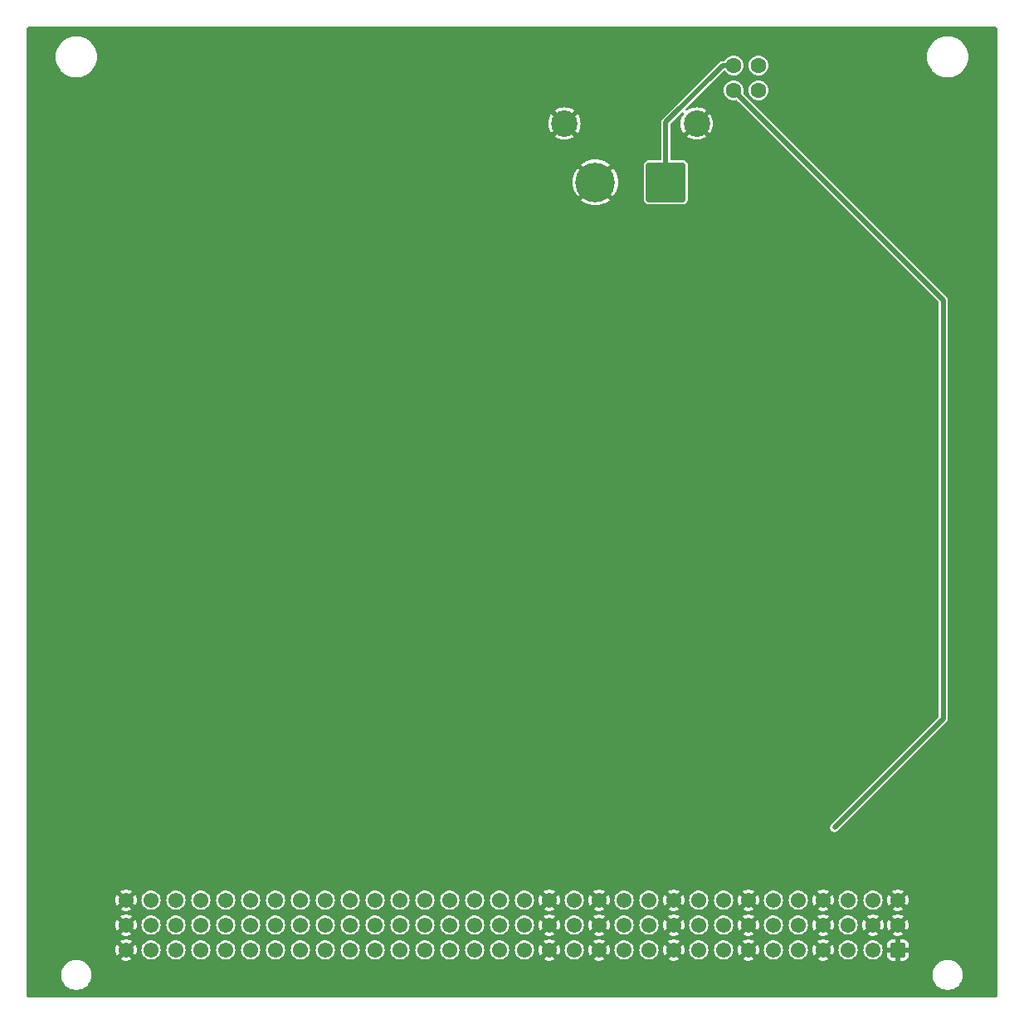
<source format=gbr>
%TF.GenerationSoftware,KiCad,Pcbnew,8.0.9-8.0.9-0~ubuntu24.04.1*%
%TF.CreationDate,2025-02-20T23:41:23+00:00*%
%TF.ProjectId,TPB,5450422e-6b69-4636-9164-5f7063625858,1.0.0*%
%TF.SameCoordinates,Original*%
%TF.FileFunction,Copper,L2,Bot*%
%TF.FilePolarity,Positive*%
%FSLAX46Y46*%
G04 Gerber Fmt 4.6, Leading zero omitted, Abs format (unit mm)*
G04 Created by KiCad (PCBNEW 8.0.9-8.0.9-0~ubuntu24.04.1) date 2025-02-20 23:41:23*
%MOMM*%
%LPD*%
G01*
G04 APERTURE LIST*
G04 Aperture macros list*
%AMRoundRect*
0 Rectangle with rounded corners*
0 $1 Rounding radius*
0 $2 $3 $4 $5 $6 $7 $8 $9 X,Y pos of 4 corners*
0 Add a 4 corners polygon primitive as box body*
4,1,4,$2,$3,$4,$5,$6,$7,$8,$9,$2,$3,0*
0 Add four circle primitives for the rounded corners*
1,1,$1+$1,$2,$3*
1,1,$1+$1,$4,$5*
1,1,$1+$1,$6,$7*
1,1,$1+$1,$8,$9*
0 Add four rect primitives between the rounded corners*
20,1,$1+$1,$2,$3,$4,$5,0*
20,1,$1+$1,$4,$5,$6,$7,0*
20,1,$1+$1,$6,$7,$8,$9,0*
20,1,$1+$1,$8,$9,$2,$3,0*%
G04 Aperture macros list end*
%TA.AperFunction,ComponentPad*%
%ADD10RoundRect,0.249999X0.525001X0.525001X-0.525001X0.525001X-0.525001X-0.525001X0.525001X-0.525001X0*%
%TD*%
%TA.AperFunction,ComponentPad*%
%ADD11C,1.550000*%
%TD*%
%TA.AperFunction,ComponentPad*%
%ADD12C,2.700000*%
%TD*%
%TA.AperFunction,ComponentPad*%
%ADD13RoundRect,0.250000X-1.775000X-1.775000X1.775000X-1.775000X1.775000X1.775000X-1.775000X1.775000X0*%
%TD*%
%TA.AperFunction,ComponentPad*%
%ADD14C,4.050000*%
%TD*%
%TA.AperFunction,ComponentPad*%
%ADD15C,1.600000*%
%TD*%
%TA.AperFunction,ViaPad*%
%ADD16C,0.600000*%
%TD*%
%TA.AperFunction,ViaPad*%
%ADD17C,0.500000*%
%TD*%
%TA.AperFunction,Conductor*%
%ADD18C,0.500000*%
%TD*%
G04 APERTURE END LIST*
D10*
%TO.P,J200,a1,a1*%
%TO.N,GND*%
X128740000Y-145975000D03*
D11*
%TO.P,J200,a2,a2*%
%TO.N,/Backplane/BACKPLANE.D+*%
X126200000Y-145975000D03*
%TO.P,J200,a3,a3*%
%TO.N,+5V_STDBY*%
X123660000Y-145975000D03*
%TO.P,J200,a4,a4*%
%TO.N,GND*%
X121120000Y-145975000D03*
%TO.P,J200,a5,a5*%
%TO.N,/Backplane/CAN1.+*%
X118580000Y-145975000D03*
%TO.P,J200,a6,a6*%
%TO.N,/Backplane/CAN1.-*%
X116040000Y-145975000D03*
%TO.P,J200,a7,a7*%
%TO.N,GND*%
X113500000Y-145975000D03*
%TO.P,J200,a8,a8*%
%TO.N,/Backplane/CAN2.+*%
X110960000Y-145975000D03*
%TO.P,J200,a9,a9*%
%TO.N,/Backplane/CAN2.-*%
X108420000Y-145975000D03*
%TO.P,J200,a10,a10*%
%TO.N,GND*%
X105880000Y-145975000D03*
%TO.P,J200,a11,a11*%
%TO.N,+12V*%
X103340000Y-145975000D03*
%TO.P,J200,a12,a12*%
X100800000Y-145975000D03*
%TO.P,J200,a13,a13*%
%TO.N,GND*%
X98260000Y-145975000D03*
%TO.P,J200,a14,a14*%
%TO.N,+24V*%
X95720000Y-145975000D03*
%TO.P,J200,a15,a15*%
%TO.N,GND*%
X93180000Y-145975000D03*
%TO.P,J200,a16,a16*%
%TO.N,/Backplane/GPIOL0*%
X90640000Y-145975000D03*
%TO.P,J200,a17,a17*%
%TO.N,/Backplane/GPIOL1*%
X88100000Y-145975000D03*
%TO.P,J200,a18,a18*%
%TO.N,/Backplane/GPIOL2*%
X85560000Y-145975000D03*
%TO.P,J200,a19,a19*%
%TO.N,/Backplane/GPIOL3*%
X83020000Y-145975000D03*
%TO.P,J200,a20,a20*%
%TO.N,/Backplane/GPIOL4*%
X80480000Y-145975000D03*
%TO.P,J200,a21,a21*%
%TO.N,/Backplane/GPIOL5*%
X77940000Y-145975000D03*
%TO.P,J200,a22,a22*%
%TO.N,/Backplane/GPIOL6*%
X75400000Y-145975000D03*
%TO.P,J200,a23,a23*%
%TO.N,/Backplane/GPIOL7*%
X72860000Y-145975000D03*
%TO.P,J200,a24,a24*%
%TO.N,/Backplane/GPIOL8*%
X70320000Y-145975000D03*
%TO.P,J200,a25,a25*%
%TO.N,/Backplane/GPIOL9*%
X67780000Y-145975000D03*
%TO.P,J200,a26,a26*%
%TO.N,/Backplane/GPIOL10*%
X65240000Y-145975000D03*
%TO.P,J200,a27,a27*%
%TO.N,/Backplane/GPIOL11*%
X62700000Y-145975000D03*
%TO.P,J200,a28,a28*%
%TO.N,/Backplane/GPIOL12*%
X60160000Y-145975000D03*
%TO.P,J200,a29,a29*%
%TO.N,/Backplane/GPIOL13*%
X57620000Y-145975000D03*
%TO.P,J200,a30,a30*%
%TO.N,/Backplane/GPIOL14*%
X55080000Y-145975000D03*
%TO.P,J200,a31,a31*%
%TO.N,/Backplane/GPIOL15*%
X52540000Y-145975000D03*
%TO.P,J200,a32,a32*%
%TO.N,GND*%
X50000000Y-145975000D03*
%TO.P,J200,b1,b1*%
X128740000Y-143435000D03*
%TO.P,J200,b2,b2*%
X126200000Y-143435000D03*
%TO.P,J200,b3,b3*%
%TO.N,+5V_STDBY*%
X123660000Y-143435000D03*
%TO.P,J200,b4,b4*%
%TO.N,GND*%
X121120000Y-143435000D03*
%TO.P,J200,b5,b5*%
%TO.N,/Backplane/CAN1.+*%
X118580000Y-143435000D03*
%TO.P,J200,b6,b6*%
%TO.N,/Backplane/CAN1.-*%
X116040000Y-143435000D03*
%TO.P,J200,b7,b7*%
%TO.N,GND*%
X113500000Y-143435000D03*
%TO.P,J200,b8,b8*%
%TO.N,/Backplane/CAN2.+*%
X110960000Y-143435000D03*
%TO.P,J200,b9,b9*%
%TO.N,/Backplane/CAN2.-*%
X108420000Y-143435000D03*
%TO.P,J200,b10,b10*%
%TO.N,GND*%
X105880000Y-143435000D03*
%TO.P,J200,b11,b11*%
%TO.N,+12V*%
X103340000Y-143435000D03*
%TO.P,J200,b12,b12*%
X100800000Y-143435000D03*
%TO.P,J200,b13,b13*%
%TO.N,GND*%
X98260000Y-143435000D03*
%TO.P,J200,b14,b14*%
%TO.N,+24V*%
X95720000Y-143435000D03*
%TO.P,J200,b15,b15*%
%TO.N,GND*%
X93180000Y-143435000D03*
%TO.P,J200,b16,b16*%
%TO.N,/Backplane/GPIOC0*%
X90640000Y-143435000D03*
%TO.P,J200,b17,b17*%
%TO.N,/Backplane/GPIOC1*%
X88100000Y-143435000D03*
%TO.P,J200,b18,b18*%
%TO.N,/Backplane/GPIOC2*%
X85560000Y-143435000D03*
%TO.P,J200,b19,b19*%
%TO.N,/Backplane/GPIOC3*%
X83020000Y-143435000D03*
%TO.P,J200,b20,b20*%
%TO.N,/Backplane/GPIOC4*%
X80480000Y-143435000D03*
%TO.P,J200,b21,b21*%
%TO.N,/Backplane/GPIOC5*%
X77940000Y-143435000D03*
%TO.P,J200,b22,b22*%
%TO.N,/Backplane/GPIOC6*%
X75400000Y-143435000D03*
%TO.P,J200,b23,b23*%
%TO.N,/Backplane/GPIOC7*%
X72860000Y-143435000D03*
%TO.P,J200,b24,b24*%
%TO.N,/Backplane/GPIOC8*%
X70320000Y-143435000D03*
%TO.P,J200,b25,b25*%
%TO.N,/Backplane/GPIOC9*%
X67780000Y-143435000D03*
%TO.P,J200,b26,b26*%
%TO.N,/Backplane/GPIOC10*%
X65240000Y-143435000D03*
%TO.P,J200,b27,b27*%
%TO.N,/Backplane/GPIOC11*%
X62700000Y-143435000D03*
%TO.P,J200,b28,b28*%
%TO.N,/Backplane/GPIOC12*%
X60160000Y-143435000D03*
%TO.P,J200,b29,b29*%
%TO.N,/Backplane/GPIOC13*%
X57620000Y-143435000D03*
%TO.P,J200,b30,b30*%
%TO.N,/Backplane/GPIOC14*%
X55080000Y-143435000D03*
%TO.P,J200,b31,b31*%
%TO.N,/Backplane/GPIOC15*%
X52540000Y-143435000D03*
%TO.P,J200,b32,b32*%
%TO.N,GND*%
X50000000Y-143435000D03*
%TO.P,J200,c1,c1*%
X128740000Y-140895000D03*
%TO.P,J200,c2,c2*%
%TO.N,/Backplane/BACKPLANE.D-*%
X126200000Y-140895000D03*
%TO.P,J200,c3,c3*%
%TO.N,+5V_STDBY*%
X123660000Y-140895000D03*
%TO.P,J200,c4,c4*%
%TO.N,GND*%
X121120000Y-140895000D03*
%TO.P,J200,c5,c5*%
%TO.N,/Backplane/CAN1.+*%
X118580000Y-140895000D03*
%TO.P,J200,c6,c6*%
%TO.N,/Backplane/CAN1.-*%
X116040000Y-140895000D03*
%TO.P,J200,c7,c7*%
%TO.N,GND*%
X113500000Y-140895000D03*
%TO.P,J200,c8,c8*%
%TO.N,/Backplane/CAN2.+*%
X110960000Y-140895000D03*
%TO.P,J200,c9,c9*%
%TO.N,/Backplane/CAN2.-*%
X108420000Y-140895000D03*
%TO.P,J200,c10,c10*%
%TO.N,GND*%
X105880000Y-140895000D03*
%TO.P,J200,c11,c11*%
%TO.N,+12V*%
X103340000Y-140895000D03*
%TO.P,J200,c12,c12*%
X100800000Y-140895000D03*
%TO.P,J200,c13,c13*%
%TO.N,GND*%
X98260000Y-140895000D03*
%TO.P,J200,c14,c14*%
%TO.N,+24V*%
X95720000Y-140895000D03*
%TO.P,J200,c15,c15*%
%TO.N,GND*%
X93180000Y-140895000D03*
%TO.P,J200,c16,c16*%
%TO.N,/Backplane/GPIOR0*%
X90640000Y-140895000D03*
%TO.P,J200,c17,c17*%
%TO.N,/Backplane/GPIOR1*%
X88100000Y-140895000D03*
%TO.P,J200,c18,c18*%
%TO.N,/Backplane/GPIOR2*%
X85560000Y-140895000D03*
%TO.P,J200,c19,c19*%
%TO.N,/Backplane/GPIOR3*%
X83020000Y-140895000D03*
%TO.P,J200,c20,c20*%
%TO.N,/Backplane/GPIOR4*%
X80480000Y-140895000D03*
%TO.P,J200,c21,c21*%
%TO.N,/Backplane/GPIOR5*%
X77940000Y-140895000D03*
%TO.P,J200,c22,c22*%
%TO.N,/Backplane/GPIOR6*%
X75400000Y-140895000D03*
%TO.P,J200,c23,c23*%
%TO.N,/Backplane/GPIOR7*%
X72860000Y-140895000D03*
%TO.P,J200,c24,c24*%
%TO.N,/Backplane/GPIOR8*%
X70320000Y-140895000D03*
%TO.P,J200,c25,c25*%
%TO.N,/Backplane/GPIOR9*%
X67780000Y-140895000D03*
%TO.P,J200,c26,c26*%
%TO.N,/Backplane/GPIOR10*%
X65240000Y-140895000D03*
%TO.P,J200,c27,c27*%
%TO.N,/Backplane/GPIOR11*%
X62700000Y-140895000D03*
%TO.P,J200,c28,c28*%
%TO.N,/Backplane/GPIOR12*%
X60160000Y-140895000D03*
%TO.P,J200,c29,c29*%
%TO.N,/Backplane/GPIOR13*%
X57620000Y-140895000D03*
%TO.P,J200,c30,c30*%
%TO.N,/Backplane/GPIOR14*%
X55080000Y-140895000D03*
%TO.P,J200,c31,c31*%
%TO.N,/Backplane/GPIOR15*%
X52540000Y-140895000D03*
%TO.P,J200,c32,c32*%
%TO.N,GND*%
X50000000Y-140895000D03*
%TD*%
D12*
%TO.P,J400,0*%
%TO.N,GND*%
X94720000Y-61647501D03*
X108220000Y-61647501D03*
D13*
%TO.P,J400,1,PWR*%
%TO.N,+12V*%
X105070000Y-67647501D03*
D14*
%TO.P,J400,2,GND*%
%TO.N,GND*%
X97870000Y-67647501D03*
%TD*%
D15*
%TO.P,LED400,1*%
%TO.N,+12V*%
X111983600Y-55725844D03*
%TO.P,LED400,2*%
%TO.N,Net-(LED400-Pad2)*%
X114523600Y-55725844D03*
%TO.P,LED400,3*%
%TO.N,+5V_STDBY*%
X111983600Y-58265844D03*
%TO.P,LED400,4*%
%TO.N,Net-(LED400-Pad4)*%
X114523600Y-58265844D03*
%TD*%
D16*
%TO.N,GND*%
X46969286Y-64549001D03*
X126969286Y-148549001D03*
X98969286Y-80549001D03*
X66969286Y-76549001D03*
X134969286Y-64549001D03*
X134969286Y-112549001D03*
X46969286Y-108549001D03*
X54969286Y-84549001D03*
X50969286Y-72549001D03*
X66969286Y-80549001D03*
X46969286Y-60549001D03*
X130969286Y-112549001D03*
X130969286Y-104549001D03*
X102969286Y-52549001D03*
X58969286Y-144549001D03*
X130969286Y-132549001D03*
X42969286Y-144549001D03*
X86969286Y-116549001D03*
X78969286Y-104549001D03*
X70969286Y-88549001D03*
X58969286Y-56549001D03*
X98969286Y-56549001D03*
X62969286Y-84549001D03*
X82969286Y-116549001D03*
X90969286Y-112549001D03*
X46969286Y-104549001D03*
X70969286Y-92549001D03*
X54969286Y-136549001D03*
X66969286Y-124549001D03*
X66969286Y-120549001D03*
X54969286Y-112549001D03*
X74969286Y-108549001D03*
X66969286Y-96549001D03*
X98969286Y-52549001D03*
X94969286Y-56549001D03*
X78969286Y-84549001D03*
X78969286Y-52549001D03*
X94969286Y-64549001D03*
X78969286Y-56549001D03*
X134969286Y-68549001D03*
X130969286Y-84549001D03*
X78969286Y-120549001D03*
X46969286Y-116549001D03*
X106969286Y-52549001D03*
X122969286Y-80549001D03*
X78969286Y-96549001D03*
X62969286Y-104549001D03*
X50969286Y-108549001D03*
X54969286Y-60549001D03*
X70969286Y-108549001D03*
X50969286Y-84549001D03*
X50969286Y-64549001D03*
X50969286Y-104549001D03*
X94969286Y-128549001D03*
X66969286Y-104549001D03*
X122969286Y-148549001D03*
X94969286Y-132549001D03*
X66969286Y-116549001D03*
X106969286Y-120549001D03*
X114969286Y-120549001D03*
X50969286Y-124549001D03*
X114969286Y-124549001D03*
X126969286Y-64549001D03*
X94969286Y-80549001D03*
X74969286Y-64549001D03*
X50969286Y-132549001D03*
X134969286Y-100549001D03*
X74969286Y-136549001D03*
X90969286Y-64549001D03*
X54969286Y-72549001D03*
X74969286Y-88549001D03*
X70969286Y-72549001D03*
X90969286Y-116549001D03*
X62969286Y-120549001D03*
X42969286Y-128549001D03*
X90969286Y-136549001D03*
X134969286Y-104549001D03*
X122969286Y-56549001D03*
X114969286Y-144549001D03*
X74969286Y-100549001D03*
X98969286Y-148549001D03*
X86969286Y-92549001D03*
X42969286Y-124549001D03*
X70969286Y-52549001D03*
X126969286Y-52549001D03*
X126969286Y-80549001D03*
X94969286Y-96549001D03*
X46969286Y-136549001D03*
X50969286Y-56549001D03*
X106969286Y-56549001D03*
X74969286Y-84549001D03*
X86969286Y-104549001D03*
X50969286Y-52549001D03*
X70969286Y-68549001D03*
X126969286Y-88549001D03*
X50969286Y-148549001D03*
X46969286Y-124549001D03*
X134969286Y-88549001D03*
X126969286Y-84549001D03*
X78969286Y-92549001D03*
X86969286Y-112549001D03*
X98969286Y-72549001D03*
X78969286Y-148549001D03*
X78969286Y-72549001D03*
X58969286Y-120549001D03*
X82969286Y-136549001D03*
X90969286Y-84549001D03*
X82969286Y-112549001D03*
X86969286Y-76549001D03*
X42969286Y-60549001D03*
X78969286Y-144549001D03*
X70969286Y-64549001D03*
X82969286Y-52549001D03*
X126969286Y-116549001D03*
X46969286Y-52549001D03*
X118969286Y-60549001D03*
X74969286Y-56549001D03*
X62969286Y-52549001D03*
X86969286Y-124549001D03*
X54969286Y-108549001D03*
X66969286Y-136549001D03*
X58969286Y-108549001D03*
X50969286Y-136549001D03*
X90969286Y-80549001D03*
X54969286Y-88549001D03*
X62969286Y-60549001D03*
X78969286Y-124549001D03*
X134969286Y-128549001D03*
X118969286Y-52549001D03*
X82969286Y-108549001D03*
X78969286Y-128549001D03*
X122969286Y-52549001D03*
X54969286Y-120549001D03*
X94969286Y-116549001D03*
X78969286Y-60549001D03*
X46969286Y-144549001D03*
X62969286Y-76549001D03*
X42969286Y-148549001D03*
X62969286Y-128549001D03*
X126969286Y-136549001D03*
X82969286Y-132549001D03*
X82969286Y-88549001D03*
X54969286Y-124549001D03*
X82969286Y-104549001D03*
X46969286Y-84549001D03*
X42969286Y-68549001D03*
X90969286Y-56549001D03*
X134969286Y-132549001D03*
X134969286Y-124549001D03*
X46969286Y-148549001D03*
X78969286Y-100549001D03*
X62969286Y-112549001D03*
X86969286Y-96549001D03*
X82969286Y-68549001D03*
X114969286Y-80549001D03*
X118969286Y-84549001D03*
X82969286Y-56549001D03*
X122969286Y-96549001D03*
X82969286Y-80549001D03*
X74969286Y-104549001D03*
X134969286Y-96549001D03*
X82969286Y-120549001D03*
X58969286Y-128549001D03*
X54969286Y-132549001D03*
X50969286Y-80549001D03*
X62969286Y-88549001D03*
X90969286Y-72549001D03*
X126969286Y-124549001D03*
X86969286Y-120549001D03*
X118969286Y-68549001D03*
X50969286Y-120549001D03*
X58969286Y-112549001D03*
X78969286Y-108549001D03*
X134969286Y-92549001D03*
X86969286Y-72549001D03*
X94969286Y-92549001D03*
X114969286Y-76549001D03*
X110969286Y-120549001D03*
X94969286Y-120549001D03*
X42969286Y-100549001D03*
X54969286Y-92549001D03*
X42969286Y-136549001D03*
X66969286Y-68549001D03*
X82969286Y-128549001D03*
X130969286Y-52549001D03*
X110969286Y-132549001D03*
X86969286Y-52549001D03*
X42969286Y-108549001D03*
X90969286Y-120549001D03*
X42969286Y-64549001D03*
X90969286Y-60549001D03*
X62969286Y-96549001D03*
X98969286Y-60549001D03*
X118969286Y-72549001D03*
X94969286Y-68549001D03*
X46969286Y-88549001D03*
X74969286Y-148549001D03*
X46969286Y-80549001D03*
X50969286Y-76549001D03*
X102969286Y-60549001D03*
X66969286Y-64549001D03*
X66969286Y-148549001D03*
X62969286Y-92549001D03*
X58969286Y-92549001D03*
X126969286Y-76549001D03*
X94969286Y-84549001D03*
X78969286Y-88549001D03*
X42969286Y-96549001D03*
X78969286Y-112549001D03*
X50969286Y-60549001D03*
X82969286Y-60549001D03*
X130969286Y-56549001D03*
X90969286Y-52549001D03*
X58969286Y-104549001D03*
X42969286Y-116549001D03*
X106969286Y-136549001D03*
X90969286Y-100549001D03*
X130969286Y-116549001D03*
X90969286Y-92549001D03*
X66969286Y-108549001D03*
X50969286Y-112549001D03*
X114969286Y-136549001D03*
X94969286Y-148549001D03*
X62969286Y-68549001D03*
X118969286Y-76549001D03*
X86969286Y-144549001D03*
X126969286Y-56549001D03*
X130969286Y-100549001D03*
X82969286Y-76549001D03*
X82969286Y-92549001D03*
X58969286Y-68549001D03*
X62969286Y-148549001D03*
X50969286Y-128549001D03*
X134969286Y-76549001D03*
X126969286Y-132549001D03*
X58969286Y-136549001D03*
X122969286Y-108549001D03*
X118969286Y-80549001D03*
X90969286Y-128549001D03*
X42969286Y-104549001D03*
X78969286Y-116549001D03*
X58969286Y-116549001D03*
X122969286Y-76549001D03*
X62969286Y-116549001D03*
X134969286Y-144549001D03*
X70969286Y-76549001D03*
X54969286Y-100549001D03*
X66969286Y-56549001D03*
X82969286Y-64549001D03*
X78969286Y-64549001D03*
X78969286Y-80549001D03*
X70969286Y-128549001D03*
X102969286Y-56549001D03*
X114969286Y-52549001D03*
X46969286Y-96549001D03*
X46969286Y-112549001D03*
X94969286Y-104549001D03*
X58969286Y-132549001D03*
X114969286Y-68549001D03*
X86969286Y-148549001D03*
X94969286Y-72549001D03*
X126969286Y-96549001D03*
X86969286Y-64549001D03*
X42969286Y-92549001D03*
X122969286Y-112549001D03*
X42969286Y-140549001D03*
X70969286Y-96549001D03*
X86969286Y-88549001D03*
X66969286Y-92549001D03*
X126969286Y-60549001D03*
X114969286Y-72549001D03*
X62969286Y-124549001D03*
X42969286Y-132549001D03*
X126969286Y-108549001D03*
X46969286Y-92549001D03*
X78969286Y-136549001D03*
X134969286Y-136549001D03*
X130969286Y-120549001D03*
X66969286Y-88549001D03*
X114969286Y-116549001D03*
X66969286Y-84549001D03*
X42969286Y-80549001D03*
X42969286Y-72549001D03*
X90969286Y-76549001D03*
X70969286Y-136549001D03*
X130969286Y-60549001D03*
X42969286Y-88549001D03*
X74969286Y-116549001D03*
X94969286Y-108549001D03*
X54969286Y-56549001D03*
X54969286Y-104549001D03*
X46969286Y-76549001D03*
X46969286Y-132549001D03*
X46969286Y-128549001D03*
X62969286Y-100549001D03*
X130969286Y-96549001D03*
X62969286Y-72549001D03*
X126969286Y-100549001D03*
X110969286Y-136549001D03*
X58969286Y-88549001D03*
X54969286Y-76549001D03*
X130969286Y-148549001D03*
X42969286Y-120549001D03*
X50969286Y-68549001D03*
X50969286Y-92549001D03*
X66969286Y-60549001D03*
X122969286Y-92549001D03*
X122969286Y-64549001D03*
X90969286Y-68549001D03*
X70969286Y-116549001D03*
X70969286Y-124549001D03*
X114969286Y-148549001D03*
X62969286Y-64549001D03*
X106969286Y-144549001D03*
X54969286Y-116549001D03*
X66969286Y-100549001D03*
X130969286Y-140549001D03*
X54969286Y-64549001D03*
X66969286Y-112549001D03*
X130969286Y-72549001D03*
X74969286Y-124549001D03*
X122969286Y-60549001D03*
X58969286Y-72549001D03*
X50969286Y-88549001D03*
X46969286Y-72549001D03*
X58969286Y-60549001D03*
X70969286Y-112549001D03*
X82969286Y-100549001D03*
X86969286Y-56549001D03*
X86969286Y-108549001D03*
X46969286Y-68549001D03*
X110969286Y-148549001D03*
X134969286Y-72549001D03*
X94969286Y-136549001D03*
X86969286Y-68549001D03*
X58969286Y-100549001D03*
X122969286Y-72549001D03*
X110969286Y-52549001D03*
X66969286Y-52549001D03*
X98969286Y-64549001D03*
X58969286Y-84549001D03*
X130969286Y-88549001D03*
X74969286Y-72549001D03*
X118969286Y-92549001D03*
X70969286Y-120549001D03*
X126969286Y-104549001D03*
X46969286Y-140549001D03*
X134969286Y-120549001D03*
X74969286Y-92549001D03*
X126969286Y-112549001D03*
X74969286Y-120549001D03*
X62969286Y-108549001D03*
X90969286Y-148549001D03*
X74969286Y-68549001D03*
X90969286Y-88549001D03*
X126969286Y-92549001D03*
X50969286Y-116549001D03*
X54969286Y-96549001D03*
X134969286Y-80549001D03*
X58969286Y-96549001D03*
X70969286Y-80549001D03*
X62969286Y-132549001D03*
X78969286Y-76549001D03*
X134969286Y-84549001D03*
X82969286Y-96549001D03*
X126969286Y-120549001D03*
X94969286Y-112549001D03*
X86969286Y-132549001D03*
X134969286Y-60549001D03*
X130969286Y-128549001D03*
X94969286Y-76549001D03*
X86969286Y-60549001D03*
X110969286Y-60549001D03*
X78969286Y-68549001D03*
X54969286Y-128549001D03*
X90969286Y-124549001D03*
X130969286Y-80549001D03*
X74969286Y-60549001D03*
X62969286Y-80549001D03*
X54969286Y-148549001D03*
X42969286Y-76549001D03*
X122969286Y-84549001D03*
X94969286Y-88549001D03*
X86969286Y-136549001D03*
X70969286Y-148549001D03*
X58969286Y-80549001D03*
X90969286Y-132549001D03*
X134969286Y-116549001D03*
X86969286Y-100549001D03*
X78969286Y-132549001D03*
X98969286Y-76549001D03*
X58969286Y-52549001D03*
X50969286Y-100549001D03*
X130969286Y-68549001D03*
X74969286Y-112549001D03*
X62969286Y-136549001D03*
X82969286Y-84549001D03*
X82969286Y-72549001D03*
X58969286Y-76549001D03*
X90969286Y-96549001D03*
X130969286Y-136549001D03*
X74969286Y-132549001D03*
X130969286Y-64549001D03*
X114969286Y-64549001D03*
X50969286Y-96549001D03*
X74969286Y-128549001D03*
X54969286Y-68549001D03*
X90969286Y-108549001D03*
X86969286Y-84549001D03*
X130969286Y-92549001D03*
X70969286Y-84549001D03*
X54969286Y-52549001D03*
X70969286Y-60549001D03*
X86969286Y-80549001D03*
X86969286Y-128549001D03*
X74969286Y-76549001D03*
X130969286Y-108549001D03*
X66969286Y-128549001D03*
X66969286Y-72549001D03*
X106969286Y-132549001D03*
X66969286Y-132549001D03*
X94969286Y-100549001D03*
X70969286Y-100549001D03*
X82969286Y-148549001D03*
X58969286Y-124549001D03*
X74969286Y-80549001D03*
X58969286Y-148549001D03*
X82969286Y-124549001D03*
X130969286Y-144549001D03*
X70969286Y-56549001D03*
X90969286Y-104549001D03*
X42969286Y-84549001D03*
X54969286Y-80549001D03*
X118969286Y-148549001D03*
X42969286Y-112549001D03*
X134969286Y-140549001D03*
X62969286Y-56549001D03*
X102969286Y-148549001D03*
X42969286Y-52549001D03*
X58969286Y-64549001D03*
X106969286Y-148549001D03*
X46969286Y-120549001D03*
X46969286Y-100549001D03*
X94969286Y-124549001D03*
X74969286Y-96549001D03*
X126969286Y-68549001D03*
X74969286Y-52549001D03*
X70969286Y-104549001D03*
X94969286Y-52549001D03*
X70969286Y-132549001D03*
X134969286Y-108549001D03*
X122969286Y-88549001D03*
D17*
%TO.N,+5V_STDBY*%
X122270000Y-133485001D03*
%TD*%
D18*
%TO.N,+12V*%
X110852230Y-55725844D02*
X105070000Y-61508074D01*
X105070000Y-61508074D02*
X105070000Y-67647501D01*
X111983600Y-55725844D02*
X110852230Y-55725844D01*
%TO.N,+5V_STDBY*%
X133370000Y-79652244D02*
X111983600Y-58265844D01*
X133370000Y-122385001D02*
X133370000Y-79652244D01*
X122270000Y-133485001D02*
X133370000Y-122385001D01*
%TD*%
%TA.AperFunction,Conductor*%
%TO.N,GND*%
G36*
X138812539Y-51805186D02*
G01*
X138858294Y-51857990D01*
X138869500Y-51909501D01*
X138869500Y-150660501D01*
X138849815Y-150727540D01*
X138797011Y-150773295D01*
X138745500Y-150784501D01*
X39994500Y-150784501D01*
X39927461Y-150764816D01*
X39881706Y-150712012D01*
X39870500Y-150660501D01*
X39870500Y-148394941D01*
X43394500Y-148394941D01*
X43394500Y-148635058D01*
X43432063Y-148872222D01*
X43506265Y-149100593D01*
X43615276Y-149314536D01*
X43756414Y-149508796D01*
X43926204Y-149678586D01*
X44120464Y-149819724D01*
X44221543Y-149871226D01*
X44334406Y-149928734D01*
X44334408Y-149928734D01*
X44334411Y-149928736D01*
X44562778Y-150002937D01*
X44799941Y-150040500D01*
X44799942Y-150040500D01*
X45040058Y-150040500D01*
X45040059Y-150040500D01*
X45277222Y-150002937D01*
X45505589Y-149928736D01*
X45719536Y-149819724D01*
X45913796Y-149678586D01*
X46083586Y-149508796D01*
X46224724Y-149314536D01*
X46333736Y-149100589D01*
X46407937Y-148872222D01*
X46445500Y-148635059D01*
X46445500Y-148394941D01*
X132294500Y-148394941D01*
X132294500Y-148635058D01*
X132332063Y-148872222D01*
X132406265Y-149100593D01*
X132515276Y-149314536D01*
X132656414Y-149508796D01*
X132826204Y-149678586D01*
X133020464Y-149819724D01*
X133121543Y-149871226D01*
X133234406Y-149928734D01*
X133234408Y-149928734D01*
X133234411Y-149928736D01*
X133462778Y-150002937D01*
X133699941Y-150040500D01*
X133699942Y-150040500D01*
X133940058Y-150040500D01*
X133940059Y-150040500D01*
X134177222Y-150002937D01*
X134405589Y-149928736D01*
X134619536Y-149819724D01*
X134813796Y-149678586D01*
X134983586Y-149508796D01*
X135124724Y-149314536D01*
X135233736Y-149100589D01*
X135307937Y-148872222D01*
X135345500Y-148635059D01*
X135345500Y-148394941D01*
X135307937Y-148157778D01*
X135233736Y-147929411D01*
X135233734Y-147929408D01*
X135233734Y-147929406D01*
X135124723Y-147715463D01*
X134983586Y-147521204D01*
X134813796Y-147351414D01*
X134619536Y-147210276D01*
X134405593Y-147101265D01*
X134177222Y-147027063D01*
X133940059Y-146989500D01*
X133699941Y-146989500D01*
X133581359Y-147008281D01*
X133462777Y-147027063D01*
X133234406Y-147101265D01*
X133020463Y-147210276D01*
X132826201Y-147351416D01*
X132656416Y-147521201D01*
X132515276Y-147715463D01*
X132406265Y-147929406D01*
X132332063Y-148157777D01*
X132294500Y-148394941D01*
X46445500Y-148394941D01*
X46407937Y-148157778D01*
X46333736Y-147929411D01*
X46333734Y-147929408D01*
X46333734Y-147929406D01*
X46224723Y-147715463D01*
X46083586Y-147521204D01*
X45913796Y-147351414D01*
X45719536Y-147210276D01*
X45505593Y-147101265D01*
X45277222Y-147027063D01*
X45040059Y-146989500D01*
X44799941Y-146989500D01*
X44681359Y-147008281D01*
X44562777Y-147027063D01*
X44334406Y-147101265D01*
X44120463Y-147210276D01*
X43926201Y-147351416D01*
X43756416Y-147521201D01*
X43615276Y-147715463D01*
X43506265Y-147929406D01*
X43432063Y-148157777D01*
X43394500Y-148394941D01*
X39870500Y-148394941D01*
X39870500Y-145974999D01*
X48920395Y-145974999D01*
X48920395Y-145975000D01*
X48938776Y-146173376D01*
X48938777Y-146173379D01*
X48993293Y-146364986D01*
X48993301Y-146365006D01*
X49080773Y-146540673D01*
X49517037Y-146104409D01*
X49534075Y-146167993D01*
X49599901Y-146282007D01*
X49692993Y-146375099D01*
X49807007Y-146440925D01*
X49870589Y-146457962D01*
X49437471Y-146891079D01*
X49437472Y-146891080D01*
X49518775Y-146941421D01*
X49518784Y-146941425D01*
X49704549Y-147013390D01*
X49704554Y-147013391D01*
X49900389Y-147050000D01*
X50099611Y-147050000D01*
X50295445Y-147013391D01*
X50295450Y-147013390D01*
X50481217Y-146941424D01*
X50481221Y-146941422D01*
X50562527Y-146891079D01*
X50129410Y-146457962D01*
X50192993Y-146440925D01*
X50307007Y-146375099D01*
X50400099Y-146282007D01*
X50465925Y-146167993D01*
X50482962Y-146104409D01*
X50919226Y-146540673D01*
X51006697Y-146365008D01*
X51006703Y-146364993D01*
X51061222Y-146173378D01*
X51061223Y-146173376D01*
X51079605Y-145975000D01*
X51559780Y-145975000D01*
X51578614Y-146166229D01*
X51634396Y-146350118D01*
X51724973Y-146519575D01*
X51724977Y-146519582D01*
X51846879Y-146668120D01*
X51995417Y-146790022D01*
X51995424Y-146790026D01*
X52164881Y-146880603D01*
X52164883Y-146880603D01*
X52164886Y-146880605D01*
X52348769Y-146936385D01*
X52348768Y-146936385D01*
X52365914Y-146938073D01*
X52540000Y-146955220D01*
X52731231Y-146936385D01*
X52915114Y-146880605D01*
X53084581Y-146790023D01*
X53233120Y-146668120D01*
X53355023Y-146519581D01*
X53445605Y-146350114D01*
X53501385Y-146166231D01*
X53520220Y-145975000D01*
X54099780Y-145975000D01*
X54118614Y-146166229D01*
X54174396Y-146350118D01*
X54264973Y-146519575D01*
X54264977Y-146519582D01*
X54386879Y-146668120D01*
X54535417Y-146790022D01*
X54535424Y-146790026D01*
X54704881Y-146880603D01*
X54704883Y-146880603D01*
X54704886Y-146880605D01*
X54888769Y-146936385D01*
X54888768Y-146936385D01*
X54905914Y-146938073D01*
X55080000Y-146955220D01*
X55271231Y-146936385D01*
X55455114Y-146880605D01*
X55624581Y-146790023D01*
X55773120Y-146668120D01*
X55895023Y-146519581D01*
X55985605Y-146350114D01*
X56041385Y-146166231D01*
X56060220Y-145975000D01*
X56639780Y-145975000D01*
X56658614Y-146166229D01*
X56714396Y-146350118D01*
X56804973Y-146519575D01*
X56804977Y-146519582D01*
X56926879Y-146668120D01*
X57075417Y-146790022D01*
X57075424Y-146790026D01*
X57244881Y-146880603D01*
X57244883Y-146880603D01*
X57244886Y-146880605D01*
X57428769Y-146936385D01*
X57428768Y-146936385D01*
X57445914Y-146938073D01*
X57620000Y-146955220D01*
X57811231Y-146936385D01*
X57995114Y-146880605D01*
X58164581Y-146790023D01*
X58313120Y-146668120D01*
X58435023Y-146519581D01*
X58525605Y-146350114D01*
X58581385Y-146166231D01*
X58600220Y-145975000D01*
X59179780Y-145975000D01*
X59198614Y-146166229D01*
X59254396Y-146350118D01*
X59344973Y-146519575D01*
X59344977Y-146519582D01*
X59466879Y-146668120D01*
X59615417Y-146790022D01*
X59615424Y-146790026D01*
X59784881Y-146880603D01*
X59784883Y-146880603D01*
X59784886Y-146880605D01*
X59968769Y-146936385D01*
X59968768Y-146936385D01*
X59985914Y-146938073D01*
X60160000Y-146955220D01*
X60351231Y-146936385D01*
X60535114Y-146880605D01*
X60704581Y-146790023D01*
X60853120Y-146668120D01*
X60975023Y-146519581D01*
X61065605Y-146350114D01*
X61121385Y-146166231D01*
X61140220Y-145975000D01*
X61719780Y-145975000D01*
X61738614Y-146166229D01*
X61794396Y-146350118D01*
X61884973Y-146519575D01*
X61884977Y-146519582D01*
X62006879Y-146668120D01*
X62155417Y-146790022D01*
X62155424Y-146790026D01*
X62324881Y-146880603D01*
X62324883Y-146880603D01*
X62324886Y-146880605D01*
X62508769Y-146936385D01*
X62508768Y-146936385D01*
X62525914Y-146938073D01*
X62700000Y-146955220D01*
X62891231Y-146936385D01*
X63075114Y-146880605D01*
X63244581Y-146790023D01*
X63393120Y-146668120D01*
X63515023Y-146519581D01*
X63605605Y-146350114D01*
X63661385Y-146166231D01*
X63680220Y-145975000D01*
X64259780Y-145975000D01*
X64278614Y-146166229D01*
X64334396Y-146350118D01*
X64424973Y-146519575D01*
X64424977Y-146519582D01*
X64546879Y-146668120D01*
X64695417Y-146790022D01*
X64695424Y-146790026D01*
X64864881Y-146880603D01*
X64864883Y-146880603D01*
X64864886Y-146880605D01*
X65048769Y-146936385D01*
X65048768Y-146936385D01*
X65065914Y-146938073D01*
X65240000Y-146955220D01*
X65431231Y-146936385D01*
X65615114Y-146880605D01*
X65784581Y-146790023D01*
X65933120Y-146668120D01*
X66055023Y-146519581D01*
X66145605Y-146350114D01*
X66201385Y-146166231D01*
X66220220Y-145975000D01*
X66799780Y-145975000D01*
X66818614Y-146166229D01*
X66874396Y-146350118D01*
X66964973Y-146519575D01*
X66964977Y-146519582D01*
X67086879Y-146668120D01*
X67235417Y-146790022D01*
X67235424Y-146790026D01*
X67404881Y-146880603D01*
X67404883Y-146880603D01*
X67404886Y-146880605D01*
X67588769Y-146936385D01*
X67588768Y-146936385D01*
X67605914Y-146938073D01*
X67780000Y-146955220D01*
X67971231Y-146936385D01*
X68155114Y-146880605D01*
X68324581Y-146790023D01*
X68473120Y-146668120D01*
X68595023Y-146519581D01*
X68685605Y-146350114D01*
X68741385Y-146166231D01*
X68760220Y-145975000D01*
X69339780Y-145975000D01*
X69358614Y-146166229D01*
X69414396Y-146350118D01*
X69504973Y-146519575D01*
X69504977Y-146519582D01*
X69626879Y-146668120D01*
X69775417Y-146790022D01*
X69775424Y-146790026D01*
X69944881Y-146880603D01*
X69944883Y-146880603D01*
X69944886Y-146880605D01*
X70128769Y-146936385D01*
X70128768Y-146936385D01*
X70145914Y-146938073D01*
X70320000Y-146955220D01*
X70511231Y-146936385D01*
X70695114Y-146880605D01*
X70864581Y-146790023D01*
X71013120Y-146668120D01*
X71135023Y-146519581D01*
X71225605Y-146350114D01*
X71281385Y-146166231D01*
X71300220Y-145975000D01*
X71879780Y-145975000D01*
X71898614Y-146166229D01*
X71954396Y-146350118D01*
X72044973Y-146519575D01*
X72044977Y-146519582D01*
X72166879Y-146668120D01*
X72315417Y-146790022D01*
X72315424Y-146790026D01*
X72484881Y-146880603D01*
X72484883Y-146880603D01*
X72484886Y-146880605D01*
X72668769Y-146936385D01*
X72668768Y-146936385D01*
X72685914Y-146938073D01*
X72860000Y-146955220D01*
X73051231Y-146936385D01*
X73235114Y-146880605D01*
X73404581Y-146790023D01*
X73553120Y-146668120D01*
X73675023Y-146519581D01*
X73765605Y-146350114D01*
X73821385Y-146166231D01*
X73840220Y-145975000D01*
X74419780Y-145975000D01*
X74438614Y-146166229D01*
X74494396Y-146350118D01*
X74584973Y-146519575D01*
X74584977Y-146519582D01*
X74706879Y-146668120D01*
X74855417Y-146790022D01*
X74855424Y-146790026D01*
X75024881Y-146880603D01*
X75024883Y-146880603D01*
X75024886Y-146880605D01*
X75208769Y-146936385D01*
X75208768Y-146936385D01*
X75225914Y-146938073D01*
X75400000Y-146955220D01*
X75591231Y-146936385D01*
X75775114Y-146880605D01*
X75944581Y-146790023D01*
X76093120Y-146668120D01*
X76215023Y-146519581D01*
X76305605Y-146350114D01*
X76361385Y-146166231D01*
X76380220Y-145975000D01*
X76959780Y-145975000D01*
X76978614Y-146166229D01*
X77034396Y-146350118D01*
X77124973Y-146519575D01*
X77124977Y-146519582D01*
X77246879Y-146668120D01*
X77395417Y-146790022D01*
X77395424Y-146790026D01*
X77564881Y-146880603D01*
X77564883Y-146880603D01*
X77564886Y-146880605D01*
X77748769Y-146936385D01*
X77748768Y-146936385D01*
X77765914Y-146938073D01*
X77940000Y-146955220D01*
X78131231Y-146936385D01*
X78315114Y-146880605D01*
X78484581Y-146790023D01*
X78633120Y-146668120D01*
X78755023Y-146519581D01*
X78845605Y-146350114D01*
X78901385Y-146166231D01*
X78920220Y-145975000D01*
X79499780Y-145975000D01*
X79518614Y-146166229D01*
X79574396Y-146350118D01*
X79664973Y-146519575D01*
X79664977Y-146519582D01*
X79786879Y-146668120D01*
X79935417Y-146790022D01*
X79935424Y-146790026D01*
X80104881Y-146880603D01*
X80104883Y-146880603D01*
X80104886Y-146880605D01*
X80288769Y-146936385D01*
X80288768Y-146936385D01*
X80305914Y-146938073D01*
X80480000Y-146955220D01*
X80671231Y-146936385D01*
X80855114Y-146880605D01*
X81024581Y-146790023D01*
X81173120Y-146668120D01*
X81295023Y-146519581D01*
X81385605Y-146350114D01*
X81441385Y-146166231D01*
X81460220Y-145975000D01*
X82039780Y-145975000D01*
X82058614Y-146166229D01*
X82114396Y-146350118D01*
X82204973Y-146519575D01*
X82204977Y-146519582D01*
X82326879Y-146668120D01*
X82475417Y-146790022D01*
X82475424Y-146790026D01*
X82644881Y-146880603D01*
X82644883Y-146880603D01*
X82644886Y-146880605D01*
X82828769Y-146936385D01*
X82828768Y-146936385D01*
X82845914Y-146938073D01*
X83020000Y-146955220D01*
X83211231Y-146936385D01*
X83395114Y-146880605D01*
X83564581Y-146790023D01*
X83713120Y-146668120D01*
X83835023Y-146519581D01*
X83925605Y-146350114D01*
X83981385Y-146166231D01*
X84000220Y-145975000D01*
X84579780Y-145975000D01*
X84598614Y-146166229D01*
X84654396Y-146350118D01*
X84744973Y-146519575D01*
X84744977Y-146519582D01*
X84866879Y-146668120D01*
X85015417Y-146790022D01*
X85015424Y-146790026D01*
X85184881Y-146880603D01*
X85184883Y-146880603D01*
X85184886Y-146880605D01*
X85368769Y-146936385D01*
X85368768Y-146936385D01*
X85385914Y-146938073D01*
X85560000Y-146955220D01*
X85751231Y-146936385D01*
X85935114Y-146880605D01*
X86104581Y-146790023D01*
X86253120Y-146668120D01*
X86375023Y-146519581D01*
X86465605Y-146350114D01*
X86521385Y-146166231D01*
X86540220Y-145975000D01*
X87119780Y-145975000D01*
X87138614Y-146166229D01*
X87194396Y-146350118D01*
X87284973Y-146519575D01*
X87284977Y-146519582D01*
X87406879Y-146668120D01*
X87555417Y-146790022D01*
X87555424Y-146790026D01*
X87724881Y-146880603D01*
X87724883Y-146880603D01*
X87724886Y-146880605D01*
X87908769Y-146936385D01*
X87908768Y-146936385D01*
X87925914Y-146938073D01*
X88100000Y-146955220D01*
X88291231Y-146936385D01*
X88475114Y-146880605D01*
X88644581Y-146790023D01*
X88793120Y-146668120D01*
X88915023Y-146519581D01*
X89005605Y-146350114D01*
X89061385Y-146166231D01*
X89080220Y-145975000D01*
X89659780Y-145975000D01*
X89678614Y-146166229D01*
X89734396Y-146350118D01*
X89824973Y-146519575D01*
X89824977Y-146519582D01*
X89946879Y-146668120D01*
X90095417Y-146790022D01*
X90095424Y-146790026D01*
X90264881Y-146880603D01*
X90264883Y-146880603D01*
X90264886Y-146880605D01*
X90448769Y-146936385D01*
X90448768Y-146936385D01*
X90465914Y-146938073D01*
X90640000Y-146955220D01*
X90831231Y-146936385D01*
X91015114Y-146880605D01*
X91184581Y-146790023D01*
X91333120Y-146668120D01*
X91455023Y-146519581D01*
X91545605Y-146350114D01*
X91601385Y-146166231D01*
X91620220Y-145975000D01*
X91620220Y-145974999D01*
X92100395Y-145974999D01*
X92100395Y-145975000D01*
X92118776Y-146173376D01*
X92118777Y-146173379D01*
X92173293Y-146364986D01*
X92173301Y-146365006D01*
X92260773Y-146540673D01*
X92697037Y-146104409D01*
X92714075Y-146167993D01*
X92779901Y-146282007D01*
X92872993Y-146375099D01*
X92987007Y-146440925D01*
X93050589Y-146457962D01*
X92617471Y-146891079D01*
X92617472Y-146891080D01*
X92698775Y-146941421D01*
X92698784Y-146941425D01*
X92884549Y-147013390D01*
X92884554Y-147013391D01*
X93080389Y-147050000D01*
X93279611Y-147050000D01*
X93475445Y-147013391D01*
X93475450Y-147013390D01*
X93661217Y-146941424D01*
X93661221Y-146941422D01*
X93742527Y-146891079D01*
X93309410Y-146457962D01*
X93372993Y-146440925D01*
X93487007Y-146375099D01*
X93580099Y-146282007D01*
X93645925Y-146167993D01*
X93662962Y-146104409D01*
X94099226Y-146540673D01*
X94186697Y-146365008D01*
X94186703Y-146364993D01*
X94241222Y-146173378D01*
X94241223Y-146173376D01*
X94259605Y-145975000D01*
X94739780Y-145975000D01*
X94758614Y-146166229D01*
X94814396Y-146350118D01*
X94904973Y-146519575D01*
X94904977Y-146519582D01*
X95026879Y-146668120D01*
X95175417Y-146790022D01*
X95175424Y-146790026D01*
X95344881Y-146880603D01*
X95344883Y-146880603D01*
X95344886Y-146880605D01*
X95528769Y-146936385D01*
X95528768Y-146936385D01*
X95545914Y-146938073D01*
X95720000Y-146955220D01*
X95911231Y-146936385D01*
X96095114Y-146880605D01*
X96264581Y-146790023D01*
X96413120Y-146668120D01*
X96535023Y-146519581D01*
X96625605Y-146350114D01*
X96681385Y-146166231D01*
X96700220Y-145975000D01*
X96700220Y-145974999D01*
X97180395Y-145974999D01*
X97180395Y-145975000D01*
X97198776Y-146173376D01*
X97198777Y-146173379D01*
X97253293Y-146364986D01*
X97253301Y-146365006D01*
X97340773Y-146540673D01*
X97777037Y-146104408D01*
X97794075Y-146167993D01*
X97859901Y-146282007D01*
X97952993Y-146375099D01*
X98067007Y-146440925D01*
X98130589Y-146457962D01*
X97697471Y-146891079D01*
X97697472Y-146891080D01*
X97778775Y-146941421D01*
X97778784Y-146941425D01*
X97964549Y-147013390D01*
X97964554Y-147013391D01*
X98160389Y-147050000D01*
X98359611Y-147050000D01*
X98555445Y-147013391D01*
X98555450Y-147013390D01*
X98741217Y-146941424D01*
X98741221Y-146941422D01*
X98822527Y-146891079D01*
X98389410Y-146457962D01*
X98452993Y-146440925D01*
X98567007Y-146375099D01*
X98660099Y-146282007D01*
X98725925Y-146167993D01*
X98742962Y-146104409D01*
X99179226Y-146540673D01*
X99266697Y-146365008D01*
X99266703Y-146364993D01*
X99321222Y-146173378D01*
X99321223Y-146173376D01*
X99339605Y-145975000D01*
X99819780Y-145975000D01*
X99838614Y-146166229D01*
X99894396Y-146350118D01*
X99984973Y-146519575D01*
X99984977Y-146519582D01*
X100106879Y-146668120D01*
X100255417Y-146790022D01*
X100255424Y-146790026D01*
X100424881Y-146880603D01*
X100424883Y-146880603D01*
X100424886Y-146880605D01*
X100608769Y-146936385D01*
X100608768Y-146936385D01*
X100625914Y-146938073D01*
X100800000Y-146955220D01*
X100991231Y-146936385D01*
X101175114Y-146880605D01*
X101344581Y-146790023D01*
X101493120Y-146668120D01*
X101615023Y-146519581D01*
X101705605Y-146350114D01*
X101761385Y-146166231D01*
X101780220Y-145975000D01*
X102359780Y-145975000D01*
X102378614Y-146166229D01*
X102434396Y-146350118D01*
X102524973Y-146519575D01*
X102524977Y-146519582D01*
X102646879Y-146668120D01*
X102795417Y-146790022D01*
X102795424Y-146790026D01*
X102964881Y-146880603D01*
X102964883Y-146880603D01*
X102964886Y-146880605D01*
X103148769Y-146936385D01*
X103148768Y-146936385D01*
X103165914Y-146938073D01*
X103340000Y-146955220D01*
X103531231Y-146936385D01*
X103715114Y-146880605D01*
X103884581Y-146790023D01*
X104033120Y-146668120D01*
X104155023Y-146519581D01*
X104245605Y-146350114D01*
X104301385Y-146166231D01*
X104320220Y-145975000D01*
X104320220Y-145974999D01*
X104800395Y-145974999D01*
X104800395Y-145975000D01*
X104818776Y-146173376D01*
X104818777Y-146173379D01*
X104873293Y-146364986D01*
X104873301Y-146365006D01*
X104960773Y-146540673D01*
X105397037Y-146104409D01*
X105414075Y-146167993D01*
X105479901Y-146282007D01*
X105572993Y-146375099D01*
X105687007Y-146440925D01*
X105750589Y-146457962D01*
X105317471Y-146891079D01*
X105317472Y-146891080D01*
X105398775Y-146941421D01*
X105398784Y-146941425D01*
X105584549Y-147013390D01*
X105584554Y-147013391D01*
X105780389Y-147050000D01*
X105979611Y-147050000D01*
X106175445Y-147013391D01*
X106175450Y-147013390D01*
X106361217Y-146941424D01*
X106361221Y-146941422D01*
X106442527Y-146891079D01*
X106009410Y-146457962D01*
X106072993Y-146440925D01*
X106187007Y-146375099D01*
X106280099Y-146282007D01*
X106345925Y-146167993D01*
X106362962Y-146104409D01*
X106799226Y-146540673D01*
X106886697Y-146365008D01*
X106886703Y-146364993D01*
X106941222Y-146173378D01*
X106941223Y-146173376D01*
X106959605Y-145975000D01*
X107439780Y-145975000D01*
X107458614Y-146166229D01*
X107514396Y-146350118D01*
X107604973Y-146519575D01*
X107604977Y-146519582D01*
X107726879Y-146668120D01*
X107875417Y-146790022D01*
X107875424Y-146790026D01*
X108044881Y-146880603D01*
X108044883Y-146880603D01*
X108044886Y-146880605D01*
X108228769Y-146936385D01*
X108228768Y-146936385D01*
X108245914Y-146938073D01*
X108420000Y-146955220D01*
X108611231Y-146936385D01*
X108795114Y-146880605D01*
X108964581Y-146790023D01*
X109113120Y-146668120D01*
X109235023Y-146519581D01*
X109325605Y-146350114D01*
X109381385Y-146166231D01*
X109400220Y-145975000D01*
X109979780Y-145975000D01*
X109998614Y-146166229D01*
X110054396Y-146350118D01*
X110144973Y-146519575D01*
X110144977Y-146519582D01*
X110266879Y-146668120D01*
X110415417Y-146790022D01*
X110415424Y-146790026D01*
X110584881Y-146880603D01*
X110584883Y-146880603D01*
X110584886Y-146880605D01*
X110768769Y-146936385D01*
X110768768Y-146936385D01*
X110785914Y-146938073D01*
X110960000Y-146955220D01*
X111151231Y-146936385D01*
X111335114Y-146880605D01*
X111504581Y-146790023D01*
X111653120Y-146668120D01*
X111775023Y-146519581D01*
X111865605Y-146350114D01*
X111921385Y-146166231D01*
X111940220Y-145975000D01*
X111940220Y-145974999D01*
X112420395Y-145974999D01*
X112420395Y-145975000D01*
X112438776Y-146173376D01*
X112438777Y-146173379D01*
X112493293Y-146364986D01*
X112493301Y-146365006D01*
X112580773Y-146540673D01*
X113017037Y-146104409D01*
X113034075Y-146167993D01*
X113099901Y-146282007D01*
X113192993Y-146375099D01*
X113307007Y-146440925D01*
X113370589Y-146457962D01*
X112937471Y-146891079D01*
X112937472Y-146891080D01*
X113018775Y-146941421D01*
X113018784Y-146941425D01*
X113204549Y-147013390D01*
X113204554Y-147013391D01*
X113400389Y-147050000D01*
X113599611Y-147050000D01*
X113795445Y-147013391D01*
X113795450Y-147013390D01*
X113981217Y-146941424D01*
X113981221Y-146941422D01*
X114062527Y-146891079D01*
X113629410Y-146457962D01*
X113692993Y-146440925D01*
X113807007Y-146375099D01*
X113900099Y-146282007D01*
X113965925Y-146167993D01*
X113982962Y-146104409D01*
X114419226Y-146540673D01*
X114506697Y-146365008D01*
X114506703Y-146364993D01*
X114561222Y-146173378D01*
X114561223Y-146173376D01*
X114579605Y-145975000D01*
X115059780Y-145975000D01*
X115078614Y-146166229D01*
X115134396Y-146350118D01*
X115224973Y-146519575D01*
X115224977Y-146519582D01*
X115346879Y-146668120D01*
X115495417Y-146790022D01*
X115495424Y-146790026D01*
X115664881Y-146880603D01*
X115664883Y-146880603D01*
X115664886Y-146880605D01*
X115848769Y-146936385D01*
X115848768Y-146936385D01*
X115865914Y-146938073D01*
X116040000Y-146955220D01*
X116231231Y-146936385D01*
X116415114Y-146880605D01*
X116584581Y-146790023D01*
X116733120Y-146668120D01*
X116855023Y-146519581D01*
X116945605Y-146350114D01*
X117001385Y-146166231D01*
X117020220Y-145975000D01*
X117599780Y-145975000D01*
X117618614Y-146166229D01*
X117674396Y-146350118D01*
X117764973Y-146519575D01*
X117764977Y-146519582D01*
X117886879Y-146668120D01*
X118035417Y-146790022D01*
X118035424Y-146790026D01*
X118204881Y-146880603D01*
X118204883Y-146880603D01*
X118204886Y-146880605D01*
X118388769Y-146936385D01*
X118388768Y-146936385D01*
X118405914Y-146938073D01*
X118580000Y-146955220D01*
X118771231Y-146936385D01*
X118955114Y-146880605D01*
X119124581Y-146790023D01*
X119273120Y-146668120D01*
X119395023Y-146519581D01*
X119485605Y-146350114D01*
X119541385Y-146166231D01*
X119560220Y-145975000D01*
X119560220Y-145974999D01*
X120040395Y-145974999D01*
X120040395Y-145975000D01*
X120058776Y-146173376D01*
X120058777Y-146173379D01*
X120113293Y-146364986D01*
X120113301Y-146365006D01*
X120200773Y-146540673D01*
X120637037Y-146104408D01*
X120654075Y-146167993D01*
X120719901Y-146282007D01*
X120812993Y-146375099D01*
X120927007Y-146440925D01*
X120990589Y-146457962D01*
X120557471Y-146891079D01*
X120557472Y-146891080D01*
X120638775Y-146941421D01*
X120638784Y-146941425D01*
X120824549Y-147013390D01*
X120824554Y-147013391D01*
X121020389Y-147050000D01*
X121219611Y-147050000D01*
X121415445Y-147013391D01*
X121415450Y-147013390D01*
X121601217Y-146941424D01*
X121601221Y-146941422D01*
X121682527Y-146891079D01*
X121249410Y-146457962D01*
X121312993Y-146440925D01*
X121427007Y-146375099D01*
X121520099Y-146282007D01*
X121585925Y-146167993D01*
X121602962Y-146104409D01*
X122039226Y-146540673D01*
X122126697Y-146365008D01*
X122126703Y-146364993D01*
X122181222Y-146173378D01*
X122181223Y-146173376D01*
X122199605Y-145975000D01*
X122679780Y-145975000D01*
X122698614Y-146166229D01*
X122754396Y-146350118D01*
X122844973Y-146519575D01*
X122844977Y-146519582D01*
X122966879Y-146668120D01*
X123115417Y-146790022D01*
X123115424Y-146790026D01*
X123284881Y-146880603D01*
X123284883Y-146880603D01*
X123284886Y-146880605D01*
X123468769Y-146936385D01*
X123468768Y-146936385D01*
X123485914Y-146938073D01*
X123660000Y-146955220D01*
X123851231Y-146936385D01*
X124035114Y-146880605D01*
X124204581Y-146790023D01*
X124353120Y-146668120D01*
X124475023Y-146519581D01*
X124565605Y-146350114D01*
X124621385Y-146166231D01*
X124640220Y-145975000D01*
X125219780Y-145975000D01*
X125238614Y-146166229D01*
X125294396Y-146350118D01*
X125384973Y-146519575D01*
X125384977Y-146519582D01*
X125506879Y-146668120D01*
X125655417Y-146790022D01*
X125655424Y-146790026D01*
X125824881Y-146880603D01*
X125824883Y-146880603D01*
X125824886Y-146880605D01*
X126008769Y-146936385D01*
X126008768Y-146936385D01*
X126025914Y-146938073D01*
X126200000Y-146955220D01*
X126391231Y-146936385D01*
X126575114Y-146880605D01*
X126744581Y-146790023D01*
X126893120Y-146668120D01*
X127015023Y-146519581D01*
X127105605Y-146350114D01*
X127161385Y-146166231D01*
X127180220Y-145975000D01*
X127161385Y-145783769D01*
X127105605Y-145599886D01*
X127105603Y-145599883D01*
X127105603Y-145599881D01*
X127015026Y-145430424D01*
X127015022Y-145430417D01*
X126995759Y-145406945D01*
X127665000Y-145406945D01*
X127665000Y-145725000D01*
X128306988Y-145725000D01*
X128274075Y-145782007D01*
X128240000Y-145909174D01*
X128240000Y-146040826D01*
X128274075Y-146167993D01*
X128306988Y-146225000D01*
X127665001Y-146225000D01*
X127665001Y-146543054D01*
X127675613Y-146631444D01*
X127731078Y-146772094D01*
X127822435Y-146892564D01*
X127942905Y-146983921D01*
X128083555Y-147039386D01*
X128171945Y-147049999D01*
X128489999Y-147049999D01*
X128490000Y-147049998D01*
X128490000Y-146408012D01*
X128547007Y-146440925D01*
X128674174Y-146475000D01*
X128805826Y-146475000D01*
X128932993Y-146440925D01*
X128990000Y-146408012D01*
X128990000Y-147049999D01*
X129308055Y-147049999D01*
X129396444Y-147039386D01*
X129537094Y-146983921D01*
X129657564Y-146892564D01*
X129748921Y-146772094D01*
X129804386Y-146631444D01*
X129815000Y-146543054D01*
X129815000Y-146225000D01*
X129173012Y-146225000D01*
X129205925Y-146167993D01*
X129240000Y-146040826D01*
X129240000Y-145909174D01*
X129205925Y-145782007D01*
X129173012Y-145725000D01*
X129814999Y-145725000D01*
X129814999Y-145406945D01*
X129804386Y-145318555D01*
X129748921Y-145177905D01*
X129657564Y-145057435D01*
X129537094Y-144966078D01*
X129396444Y-144910613D01*
X129308055Y-144900000D01*
X128990000Y-144900000D01*
X128990000Y-145541988D01*
X128932993Y-145509075D01*
X128805826Y-145475000D01*
X128674174Y-145475000D01*
X128547007Y-145509075D01*
X128490000Y-145541988D01*
X128490000Y-144900000D01*
X128171945Y-144900000D01*
X128083555Y-144910613D01*
X127942905Y-144966078D01*
X127822435Y-145057435D01*
X127731078Y-145177905D01*
X127675613Y-145318555D01*
X127665000Y-145406945D01*
X126995759Y-145406945D01*
X126893120Y-145281879D01*
X126744582Y-145159977D01*
X126744575Y-145159973D01*
X126575118Y-145069396D01*
X126483172Y-145041505D01*
X126391231Y-145013615D01*
X126391229Y-145013614D01*
X126391231Y-145013614D01*
X126200000Y-144994780D01*
X126008770Y-145013614D01*
X125824881Y-145069396D01*
X125655424Y-145159973D01*
X125655417Y-145159977D01*
X125506879Y-145281879D01*
X125384977Y-145430417D01*
X125384973Y-145430424D01*
X125294396Y-145599881D01*
X125238614Y-145783770D01*
X125219780Y-145975000D01*
X124640220Y-145975000D01*
X124621385Y-145783769D01*
X124565605Y-145599886D01*
X124565603Y-145599883D01*
X124565603Y-145599881D01*
X124475026Y-145430424D01*
X124475022Y-145430417D01*
X124353120Y-145281879D01*
X124204582Y-145159977D01*
X124204575Y-145159973D01*
X124035118Y-145069396D01*
X123943172Y-145041505D01*
X123851231Y-145013615D01*
X123851229Y-145013614D01*
X123851231Y-145013614D01*
X123660000Y-144994780D01*
X123468770Y-145013614D01*
X123284881Y-145069396D01*
X123115424Y-145159973D01*
X123115417Y-145159977D01*
X122966879Y-145281879D01*
X122844977Y-145430417D01*
X122844973Y-145430424D01*
X122754396Y-145599881D01*
X122698614Y-145783770D01*
X122679780Y-145975000D01*
X122199605Y-145975000D01*
X122199605Y-145974999D01*
X122181223Y-145776623D01*
X122181222Y-145776621D01*
X122126703Y-145585006D01*
X122126697Y-145584991D01*
X122039225Y-145409325D01*
X121602962Y-145845589D01*
X121585925Y-145782007D01*
X121520099Y-145667993D01*
X121427007Y-145574901D01*
X121312993Y-145509075D01*
X121249409Y-145492037D01*
X121682527Y-145058919D01*
X121682526Y-145058918D01*
X121601224Y-145008579D01*
X121601215Y-145008574D01*
X121415450Y-144936609D01*
X121415445Y-144936608D01*
X121219611Y-144900000D01*
X121020389Y-144900000D01*
X120824554Y-144936608D01*
X120824553Y-144936608D01*
X120638780Y-145008576D01*
X120638776Y-145008578D01*
X120557471Y-145058919D01*
X120990590Y-145492037D01*
X120927007Y-145509075D01*
X120812993Y-145574901D01*
X120719901Y-145667993D01*
X120654075Y-145782007D01*
X120637037Y-145845590D01*
X120200773Y-145409325D01*
X120113301Y-145584993D01*
X120113293Y-145585013D01*
X120058777Y-145776620D01*
X120058776Y-145776623D01*
X120040395Y-145974999D01*
X119560220Y-145974999D01*
X119541385Y-145783769D01*
X119485605Y-145599886D01*
X119485603Y-145599883D01*
X119485603Y-145599881D01*
X119395026Y-145430424D01*
X119395022Y-145430417D01*
X119273120Y-145281879D01*
X119124582Y-145159977D01*
X119124575Y-145159973D01*
X118955118Y-145069396D01*
X118863172Y-145041505D01*
X118771231Y-145013615D01*
X118771229Y-145013614D01*
X118771231Y-145013614D01*
X118580000Y-144994780D01*
X118388770Y-145013614D01*
X118204881Y-145069396D01*
X118035424Y-145159973D01*
X118035417Y-145159977D01*
X117886879Y-145281879D01*
X117764977Y-145430417D01*
X117764973Y-145430424D01*
X117674396Y-145599881D01*
X117618614Y-145783770D01*
X117599780Y-145975000D01*
X117020220Y-145975000D01*
X117001385Y-145783769D01*
X116945605Y-145599886D01*
X116945603Y-145599883D01*
X116945603Y-145599881D01*
X116855026Y-145430424D01*
X116855022Y-145430417D01*
X116733120Y-145281879D01*
X116584582Y-145159977D01*
X116584575Y-145159973D01*
X116415118Y-145069396D01*
X116323172Y-145041505D01*
X116231231Y-145013615D01*
X116231229Y-145013614D01*
X116231231Y-145013614D01*
X116040000Y-144994780D01*
X115848770Y-145013614D01*
X115664881Y-145069396D01*
X115495424Y-145159973D01*
X115495417Y-145159977D01*
X115346879Y-145281879D01*
X115224977Y-145430417D01*
X115224973Y-145430424D01*
X115134396Y-145599881D01*
X115078614Y-145783770D01*
X115059780Y-145975000D01*
X114579605Y-145975000D01*
X114579605Y-145974999D01*
X114561223Y-145776623D01*
X114561222Y-145776621D01*
X114506703Y-145585006D01*
X114506697Y-145584991D01*
X114419225Y-145409325D01*
X113982962Y-145845589D01*
X113965925Y-145782007D01*
X113900099Y-145667993D01*
X113807007Y-145574901D01*
X113692993Y-145509075D01*
X113629409Y-145492037D01*
X114062527Y-145058919D01*
X114062526Y-145058918D01*
X113981224Y-145008579D01*
X113981215Y-145008574D01*
X113795450Y-144936609D01*
X113795445Y-144936608D01*
X113599611Y-144900000D01*
X113400389Y-144900000D01*
X113204554Y-144936608D01*
X113204553Y-144936608D01*
X113018780Y-145008576D01*
X113018776Y-145008578D01*
X112937471Y-145058919D01*
X113370590Y-145492037D01*
X113307007Y-145509075D01*
X113192993Y-145574901D01*
X113099901Y-145667993D01*
X113034075Y-145782007D01*
X113017037Y-145845590D01*
X112580773Y-145409325D01*
X112493301Y-145584993D01*
X112493293Y-145585013D01*
X112438777Y-145776620D01*
X112438776Y-145776623D01*
X112420395Y-145974999D01*
X111940220Y-145974999D01*
X111921385Y-145783769D01*
X111865605Y-145599886D01*
X111865603Y-145599883D01*
X111865603Y-145599881D01*
X111775026Y-145430424D01*
X111775022Y-145430417D01*
X111653120Y-145281879D01*
X111504582Y-145159977D01*
X111504575Y-145159973D01*
X111335118Y-145069396D01*
X111243172Y-145041505D01*
X111151231Y-145013615D01*
X111151229Y-145013614D01*
X111151231Y-145013614D01*
X110960000Y-144994780D01*
X110768770Y-145013614D01*
X110584881Y-145069396D01*
X110415424Y-145159973D01*
X110415417Y-145159977D01*
X110266879Y-145281879D01*
X110144977Y-145430417D01*
X110144973Y-145430424D01*
X110054396Y-145599881D01*
X109998614Y-145783770D01*
X109979780Y-145975000D01*
X109400220Y-145975000D01*
X109381385Y-145783769D01*
X109325605Y-145599886D01*
X109325603Y-145599883D01*
X109325603Y-145599881D01*
X109235026Y-145430424D01*
X109235022Y-145430417D01*
X109113120Y-145281879D01*
X108964582Y-145159977D01*
X108964575Y-145159973D01*
X108795118Y-145069396D01*
X108703172Y-145041505D01*
X108611231Y-145013615D01*
X108611229Y-145013614D01*
X108611231Y-145013614D01*
X108420000Y-144994780D01*
X108228770Y-145013614D01*
X108044881Y-145069396D01*
X107875424Y-145159973D01*
X107875417Y-145159977D01*
X107726879Y-145281879D01*
X107604977Y-145430417D01*
X107604973Y-145430424D01*
X107514396Y-145599881D01*
X107458614Y-145783770D01*
X107439780Y-145975000D01*
X106959605Y-145975000D01*
X106959605Y-145974999D01*
X106941223Y-145776623D01*
X106941222Y-145776621D01*
X106886703Y-145585006D01*
X106886697Y-145584991D01*
X106799225Y-145409325D01*
X106362962Y-145845589D01*
X106345925Y-145782007D01*
X106280099Y-145667993D01*
X106187007Y-145574901D01*
X106072993Y-145509075D01*
X106009409Y-145492037D01*
X106442527Y-145058919D01*
X106442526Y-145058918D01*
X106361224Y-145008579D01*
X106361215Y-145008574D01*
X106175450Y-144936609D01*
X106175445Y-144936608D01*
X105979611Y-144900000D01*
X105780389Y-144900000D01*
X105584554Y-144936608D01*
X105584553Y-144936608D01*
X105398780Y-145008576D01*
X105398776Y-145008578D01*
X105317471Y-145058919D01*
X105750590Y-145492037D01*
X105687007Y-145509075D01*
X105572993Y-145574901D01*
X105479901Y-145667993D01*
X105414075Y-145782007D01*
X105397037Y-145845590D01*
X104960773Y-145409325D01*
X104873301Y-145584993D01*
X104873293Y-145585013D01*
X104818777Y-145776620D01*
X104818776Y-145776623D01*
X104800395Y-145974999D01*
X104320220Y-145974999D01*
X104301385Y-145783769D01*
X104245605Y-145599886D01*
X104245603Y-145599883D01*
X104245603Y-145599881D01*
X104155026Y-145430424D01*
X104155022Y-145430417D01*
X104033120Y-145281879D01*
X103884582Y-145159977D01*
X103884575Y-145159973D01*
X103715118Y-145069396D01*
X103623172Y-145041505D01*
X103531231Y-145013615D01*
X103531229Y-145013614D01*
X103531231Y-145013614D01*
X103340000Y-144994780D01*
X103148770Y-145013614D01*
X102964881Y-145069396D01*
X102795424Y-145159973D01*
X102795417Y-145159977D01*
X102646879Y-145281879D01*
X102524977Y-145430417D01*
X102524973Y-145430424D01*
X102434396Y-145599881D01*
X102378614Y-145783770D01*
X102359780Y-145975000D01*
X101780220Y-145975000D01*
X101761385Y-145783769D01*
X101705605Y-145599886D01*
X101705603Y-145599883D01*
X101705603Y-145599881D01*
X101615026Y-145430424D01*
X101615022Y-145430417D01*
X101493120Y-145281879D01*
X101344582Y-145159977D01*
X101344575Y-145159973D01*
X101175118Y-145069396D01*
X101083172Y-145041505D01*
X100991231Y-145013615D01*
X100991229Y-145013614D01*
X100991231Y-145013614D01*
X100800000Y-144994780D01*
X100608770Y-145013614D01*
X100424881Y-145069396D01*
X100255424Y-145159973D01*
X100255417Y-145159977D01*
X100106879Y-145281879D01*
X99984977Y-145430417D01*
X99984973Y-145430424D01*
X99894396Y-145599881D01*
X99838614Y-145783770D01*
X99819780Y-145975000D01*
X99339605Y-145975000D01*
X99339605Y-145974999D01*
X99321223Y-145776623D01*
X99321222Y-145776621D01*
X99266703Y-145585006D01*
X99266697Y-145584991D01*
X99179225Y-145409325D01*
X98742962Y-145845589D01*
X98725925Y-145782007D01*
X98660099Y-145667993D01*
X98567007Y-145574901D01*
X98452993Y-145509075D01*
X98389409Y-145492037D01*
X98822527Y-145058919D01*
X98822526Y-145058918D01*
X98741224Y-145008579D01*
X98741215Y-145008574D01*
X98555450Y-144936609D01*
X98555445Y-144936608D01*
X98359611Y-144900000D01*
X98160389Y-144900000D01*
X97964554Y-144936608D01*
X97964553Y-144936608D01*
X97778780Y-145008576D01*
X97778776Y-145008578D01*
X97697471Y-145058919D01*
X98130590Y-145492037D01*
X98067007Y-145509075D01*
X97952993Y-145574901D01*
X97859901Y-145667993D01*
X97794075Y-145782007D01*
X97777037Y-145845590D01*
X97340773Y-145409325D01*
X97253301Y-145584993D01*
X97253293Y-145585013D01*
X97198777Y-145776620D01*
X97198776Y-145776623D01*
X97180395Y-145974999D01*
X96700220Y-145974999D01*
X96681385Y-145783769D01*
X96625605Y-145599886D01*
X96625603Y-145599883D01*
X96625603Y-145599881D01*
X96535026Y-145430424D01*
X96535022Y-145430417D01*
X96413120Y-145281879D01*
X96264582Y-145159977D01*
X96264575Y-145159973D01*
X96095118Y-145069396D01*
X96003172Y-145041505D01*
X95911231Y-145013615D01*
X95911229Y-145013614D01*
X95911231Y-145013614D01*
X95720000Y-144994780D01*
X95528770Y-145013614D01*
X95344881Y-145069396D01*
X95175424Y-145159973D01*
X95175417Y-145159977D01*
X95026879Y-145281879D01*
X94904977Y-145430417D01*
X94904973Y-145430424D01*
X94814396Y-145599881D01*
X94758614Y-145783770D01*
X94739780Y-145975000D01*
X94259605Y-145975000D01*
X94259605Y-145974999D01*
X94241223Y-145776623D01*
X94241222Y-145776621D01*
X94186703Y-145585006D01*
X94186697Y-145584991D01*
X94099225Y-145409325D01*
X93662962Y-145845589D01*
X93645925Y-145782007D01*
X93580099Y-145667993D01*
X93487007Y-145574901D01*
X93372993Y-145509075D01*
X93309409Y-145492037D01*
X93742527Y-145058919D01*
X93742526Y-145058918D01*
X93661224Y-145008579D01*
X93661215Y-145008574D01*
X93475450Y-144936609D01*
X93475445Y-144936608D01*
X93279611Y-144900000D01*
X93080389Y-144900000D01*
X92884554Y-144936608D01*
X92884553Y-144936608D01*
X92698780Y-145008576D01*
X92698776Y-145008578D01*
X92617471Y-145058919D01*
X93050590Y-145492037D01*
X92987007Y-145509075D01*
X92872993Y-145574901D01*
X92779901Y-145667993D01*
X92714075Y-145782007D01*
X92697037Y-145845590D01*
X92260773Y-145409325D01*
X92173301Y-145584993D01*
X92173293Y-145585013D01*
X92118777Y-145776620D01*
X92118776Y-145776623D01*
X92100395Y-145974999D01*
X91620220Y-145974999D01*
X91601385Y-145783769D01*
X91545605Y-145599886D01*
X91545603Y-145599883D01*
X91545603Y-145599881D01*
X91455026Y-145430424D01*
X91455022Y-145430417D01*
X91333120Y-145281879D01*
X91184582Y-145159977D01*
X91184575Y-145159973D01*
X91015118Y-145069396D01*
X90923172Y-145041505D01*
X90831231Y-145013615D01*
X90831229Y-145013614D01*
X90831231Y-145013614D01*
X90640000Y-144994780D01*
X90448770Y-145013614D01*
X90264881Y-145069396D01*
X90095424Y-145159973D01*
X90095417Y-145159977D01*
X89946879Y-145281879D01*
X89824977Y-145430417D01*
X89824973Y-145430424D01*
X89734396Y-145599881D01*
X89678614Y-145783770D01*
X89659780Y-145975000D01*
X89080220Y-145975000D01*
X89061385Y-145783769D01*
X89005605Y-145599886D01*
X89005603Y-145599883D01*
X89005603Y-145599881D01*
X88915026Y-145430424D01*
X88915022Y-145430417D01*
X88793120Y-145281879D01*
X88644582Y-145159977D01*
X88644575Y-145159973D01*
X88475118Y-145069396D01*
X88383172Y-145041505D01*
X88291231Y-145013615D01*
X88291229Y-145013614D01*
X88291231Y-145013614D01*
X88100000Y-144994780D01*
X87908770Y-145013614D01*
X87724881Y-145069396D01*
X87555424Y-145159973D01*
X87555417Y-145159977D01*
X87406879Y-145281879D01*
X87284977Y-145430417D01*
X87284973Y-145430424D01*
X87194396Y-145599881D01*
X87138614Y-145783770D01*
X87119780Y-145975000D01*
X86540220Y-145975000D01*
X86521385Y-145783769D01*
X86465605Y-145599886D01*
X86465603Y-145599883D01*
X86465603Y-145599881D01*
X86375026Y-145430424D01*
X86375022Y-145430417D01*
X86253120Y-145281879D01*
X86104582Y-145159977D01*
X86104575Y-145159973D01*
X85935118Y-145069396D01*
X85843172Y-145041505D01*
X85751231Y-145013615D01*
X85751229Y-145013614D01*
X85751231Y-145013614D01*
X85560000Y-144994780D01*
X85368770Y-145013614D01*
X85184881Y-145069396D01*
X85015424Y-145159973D01*
X85015417Y-145159977D01*
X84866879Y-145281879D01*
X84744977Y-145430417D01*
X84744973Y-145430424D01*
X84654396Y-145599881D01*
X84598614Y-145783770D01*
X84579780Y-145975000D01*
X84000220Y-145975000D01*
X83981385Y-145783769D01*
X83925605Y-145599886D01*
X83925603Y-145599883D01*
X83925603Y-145599881D01*
X83835026Y-145430424D01*
X83835022Y-145430417D01*
X83713120Y-145281879D01*
X83564582Y-145159977D01*
X83564575Y-145159973D01*
X83395118Y-145069396D01*
X83303172Y-145041505D01*
X83211231Y-145013615D01*
X83211229Y-145013614D01*
X83211231Y-145013614D01*
X83020000Y-144994780D01*
X82828770Y-145013614D01*
X82644881Y-145069396D01*
X82475424Y-145159973D01*
X82475417Y-145159977D01*
X82326879Y-145281879D01*
X82204977Y-145430417D01*
X82204973Y-145430424D01*
X82114396Y-145599881D01*
X82058614Y-145783770D01*
X82039780Y-145975000D01*
X81460220Y-145975000D01*
X81441385Y-145783769D01*
X81385605Y-145599886D01*
X81385603Y-145599883D01*
X81385603Y-145599881D01*
X81295026Y-145430424D01*
X81295022Y-145430417D01*
X81173120Y-145281879D01*
X81024582Y-145159977D01*
X81024575Y-145159973D01*
X80855118Y-145069396D01*
X80763172Y-145041505D01*
X80671231Y-145013615D01*
X80671229Y-145013614D01*
X80671231Y-145013614D01*
X80480000Y-144994780D01*
X80288770Y-145013614D01*
X80104881Y-145069396D01*
X79935424Y-145159973D01*
X79935417Y-145159977D01*
X79786879Y-145281879D01*
X79664977Y-145430417D01*
X79664973Y-145430424D01*
X79574396Y-145599881D01*
X79518614Y-145783770D01*
X79499780Y-145975000D01*
X78920220Y-145975000D01*
X78901385Y-145783769D01*
X78845605Y-145599886D01*
X78845603Y-145599883D01*
X78845603Y-145599881D01*
X78755026Y-145430424D01*
X78755022Y-145430417D01*
X78633120Y-145281879D01*
X78484582Y-145159977D01*
X78484575Y-145159973D01*
X78315118Y-145069396D01*
X78223172Y-145041505D01*
X78131231Y-145013615D01*
X78131229Y-145013614D01*
X78131231Y-145013614D01*
X77940000Y-144994780D01*
X77748770Y-145013614D01*
X77564881Y-145069396D01*
X77395424Y-145159973D01*
X77395417Y-145159977D01*
X77246879Y-145281879D01*
X77124977Y-145430417D01*
X77124973Y-145430424D01*
X77034396Y-145599881D01*
X76978614Y-145783770D01*
X76959780Y-145975000D01*
X76380220Y-145975000D01*
X76361385Y-145783769D01*
X76305605Y-145599886D01*
X76305603Y-145599883D01*
X76305603Y-145599881D01*
X76215026Y-145430424D01*
X76215022Y-145430417D01*
X76093120Y-145281879D01*
X75944582Y-145159977D01*
X75944575Y-145159973D01*
X75775118Y-145069396D01*
X75683172Y-145041505D01*
X75591231Y-145013615D01*
X75591229Y-145013614D01*
X75591231Y-145013614D01*
X75400000Y-144994780D01*
X75208770Y-145013614D01*
X75024881Y-145069396D01*
X74855424Y-145159973D01*
X74855417Y-145159977D01*
X74706879Y-145281879D01*
X74584977Y-145430417D01*
X74584973Y-145430424D01*
X74494396Y-145599881D01*
X74438614Y-145783770D01*
X74419780Y-145975000D01*
X73840220Y-145975000D01*
X73821385Y-145783769D01*
X73765605Y-145599886D01*
X73765603Y-145599883D01*
X73765603Y-145599881D01*
X73675026Y-145430424D01*
X73675022Y-145430417D01*
X73553120Y-145281879D01*
X73404582Y-145159977D01*
X73404575Y-145159973D01*
X73235118Y-145069396D01*
X73143172Y-145041505D01*
X73051231Y-145013615D01*
X73051229Y-145013614D01*
X73051231Y-145013614D01*
X72860000Y-144994780D01*
X72668770Y-145013614D01*
X72484881Y-145069396D01*
X72315424Y-145159973D01*
X72315417Y-145159977D01*
X72166879Y-145281879D01*
X72044977Y-145430417D01*
X72044973Y-145430424D01*
X71954396Y-145599881D01*
X71898614Y-145783770D01*
X71879780Y-145975000D01*
X71300220Y-145975000D01*
X71281385Y-145783769D01*
X71225605Y-145599886D01*
X71225603Y-145599883D01*
X71225603Y-145599881D01*
X71135026Y-145430424D01*
X71135022Y-145430417D01*
X71013120Y-145281879D01*
X70864582Y-145159977D01*
X70864575Y-145159973D01*
X70695118Y-145069396D01*
X70603172Y-145041505D01*
X70511231Y-145013615D01*
X70511229Y-145013614D01*
X70511231Y-145013614D01*
X70320000Y-144994780D01*
X70128770Y-145013614D01*
X69944881Y-145069396D01*
X69775424Y-145159973D01*
X69775417Y-145159977D01*
X69626879Y-145281879D01*
X69504977Y-145430417D01*
X69504973Y-145430424D01*
X69414396Y-145599881D01*
X69358614Y-145783770D01*
X69339780Y-145975000D01*
X68760220Y-145975000D01*
X68741385Y-145783769D01*
X68685605Y-145599886D01*
X68685603Y-145599883D01*
X68685603Y-145599881D01*
X68595026Y-145430424D01*
X68595022Y-145430417D01*
X68473120Y-145281879D01*
X68324582Y-145159977D01*
X68324575Y-145159973D01*
X68155118Y-145069396D01*
X68063172Y-145041505D01*
X67971231Y-145013615D01*
X67971229Y-145013614D01*
X67971231Y-145013614D01*
X67780000Y-144994780D01*
X67588770Y-145013614D01*
X67404881Y-145069396D01*
X67235424Y-145159973D01*
X67235417Y-145159977D01*
X67086879Y-145281879D01*
X66964977Y-145430417D01*
X66964973Y-145430424D01*
X66874396Y-145599881D01*
X66818614Y-145783770D01*
X66799780Y-145975000D01*
X66220220Y-145975000D01*
X66201385Y-145783769D01*
X66145605Y-145599886D01*
X66145603Y-145599883D01*
X66145603Y-145599881D01*
X66055026Y-145430424D01*
X66055022Y-145430417D01*
X65933120Y-145281879D01*
X65784582Y-145159977D01*
X65784575Y-145159973D01*
X65615118Y-145069396D01*
X65523172Y-145041505D01*
X65431231Y-145013615D01*
X65431229Y-145013614D01*
X65431231Y-145013614D01*
X65240000Y-144994780D01*
X65048770Y-145013614D01*
X64864881Y-145069396D01*
X64695424Y-145159973D01*
X64695417Y-145159977D01*
X64546879Y-145281879D01*
X64424977Y-145430417D01*
X64424973Y-145430424D01*
X64334396Y-145599881D01*
X64278614Y-145783770D01*
X64259780Y-145975000D01*
X63680220Y-145975000D01*
X63661385Y-145783769D01*
X63605605Y-145599886D01*
X63605603Y-145599883D01*
X63605603Y-145599881D01*
X63515026Y-145430424D01*
X63515022Y-145430417D01*
X63393120Y-145281879D01*
X63244582Y-145159977D01*
X63244575Y-145159973D01*
X63075118Y-145069396D01*
X62983172Y-145041505D01*
X62891231Y-145013615D01*
X62891229Y-145013614D01*
X62891231Y-145013614D01*
X62700000Y-144994780D01*
X62508770Y-145013614D01*
X62324881Y-145069396D01*
X62155424Y-145159973D01*
X62155417Y-145159977D01*
X62006879Y-145281879D01*
X61884977Y-145430417D01*
X61884973Y-145430424D01*
X61794396Y-145599881D01*
X61738614Y-145783770D01*
X61719780Y-145975000D01*
X61140220Y-145975000D01*
X61121385Y-145783769D01*
X61065605Y-145599886D01*
X61065603Y-145599883D01*
X61065603Y-145599881D01*
X60975026Y-145430424D01*
X60975022Y-145430417D01*
X60853120Y-145281879D01*
X60704582Y-145159977D01*
X60704575Y-145159973D01*
X60535118Y-145069396D01*
X60443172Y-145041505D01*
X60351231Y-145013615D01*
X60351229Y-145013614D01*
X60351231Y-145013614D01*
X60160000Y-144994780D01*
X59968770Y-145013614D01*
X59784881Y-145069396D01*
X59615424Y-145159973D01*
X59615417Y-145159977D01*
X59466879Y-145281879D01*
X59344977Y-145430417D01*
X59344973Y-145430424D01*
X59254396Y-145599881D01*
X59198614Y-145783770D01*
X59179780Y-145975000D01*
X58600220Y-145975000D01*
X58581385Y-145783769D01*
X58525605Y-145599886D01*
X58525603Y-145599883D01*
X58525603Y-145599881D01*
X58435026Y-145430424D01*
X58435022Y-145430417D01*
X58313120Y-145281879D01*
X58164582Y-145159977D01*
X58164575Y-145159973D01*
X57995118Y-145069396D01*
X57903172Y-145041505D01*
X57811231Y-145013615D01*
X57811229Y-145013614D01*
X57811231Y-145013614D01*
X57620000Y-144994780D01*
X57428770Y-145013614D01*
X57244881Y-145069396D01*
X57075424Y-145159973D01*
X57075417Y-145159977D01*
X56926879Y-145281879D01*
X56804977Y-145430417D01*
X56804973Y-145430424D01*
X56714396Y-145599881D01*
X56658614Y-145783770D01*
X56639780Y-145975000D01*
X56060220Y-145975000D01*
X56041385Y-145783769D01*
X55985605Y-145599886D01*
X55985603Y-145599883D01*
X55985603Y-145599881D01*
X55895026Y-145430424D01*
X55895022Y-145430417D01*
X55773120Y-145281879D01*
X55624582Y-145159977D01*
X55624575Y-145159973D01*
X55455118Y-145069396D01*
X55363172Y-145041505D01*
X55271231Y-145013615D01*
X55271229Y-145013614D01*
X55271231Y-145013614D01*
X55080000Y-144994780D01*
X54888770Y-145013614D01*
X54704881Y-145069396D01*
X54535424Y-145159973D01*
X54535417Y-145159977D01*
X54386879Y-145281879D01*
X54264977Y-145430417D01*
X54264973Y-145430424D01*
X54174396Y-145599881D01*
X54118614Y-145783770D01*
X54099780Y-145975000D01*
X53520220Y-145975000D01*
X53501385Y-145783769D01*
X53445605Y-145599886D01*
X53445603Y-145599883D01*
X53445603Y-145599881D01*
X53355026Y-145430424D01*
X53355022Y-145430417D01*
X53233120Y-145281879D01*
X53084582Y-145159977D01*
X53084575Y-145159973D01*
X52915118Y-145069396D01*
X52823172Y-145041505D01*
X52731231Y-145013615D01*
X52731229Y-145013614D01*
X52731231Y-145013614D01*
X52540000Y-144994780D01*
X52348770Y-145013614D01*
X52164881Y-145069396D01*
X51995424Y-145159973D01*
X51995417Y-145159977D01*
X51846879Y-145281879D01*
X51724977Y-145430417D01*
X51724973Y-145430424D01*
X51634396Y-145599881D01*
X51578614Y-145783770D01*
X51559780Y-145975000D01*
X51079605Y-145975000D01*
X51079605Y-145974999D01*
X51061223Y-145776623D01*
X51061222Y-145776621D01*
X51006703Y-145585006D01*
X51006697Y-145584991D01*
X50919225Y-145409325D01*
X50482962Y-145845589D01*
X50465925Y-145782007D01*
X50400099Y-145667993D01*
X50307007Y-145574901D01*
X50192993Y-145509075D01*
X50129409Y-145492037D01*
X50562527Y-145058919D01*
X50562526Y-145058918D01*
X50481224Y-145008579D01*
X50481215Y-145008574D01*
X50295450Y-144936609D01*
X50295445Y-144936608D01*
X50099611Y-144900000D01*
X49900389Y-144900000D01*
X49704554Y-144936608D01*
X49704553Y-144936608D01*
X49518780Y-145008576D01*
X49518776Y-145008578D01*
X49437471Y-145058919D01*
X49870590Y-145492037D01*
X49807007Y-145509075D01*
X49692993Y-145574901D01*
X49599901Y-145667993D01*
X49534075Y-145782007D01*
X49517037Y-145845590D01*
X49080773Y-145409325D01*
X48993301Y-145584993D01*
X48993293Y-145585013D01*
X48938777Y-145776620D01*
X48938776Y-145776623D01*
X48920395Y-145974999D01*
X39870500Y-145974999D01*
X39870500Y-143434999D01*
X48920395Y-143434999D01*
X48920395Y-143435000D01*
X48938776Y-143633376D01*
X48938777Y-143633379D01*
X48993293Y-143824986D01*
X48993301Y-143825006D01*
X49080773Y-144000673D01*
X49517037Y-143564409D01*
X49534075Y-143627993D01*
X49599901Y-143742007D01*
X49692993Y-143835099D01*
X49807007Y-143900925D01*
X49870589Y-143917962D01*
X49437471Y-144351079D01*
X49437472Y-144351080D01*
X49518775Y-144401421D01*
X49518784Y-144401425D01*
X49704549Y-144473390D01*
X49704554Y-144473391D01*
X49900389Y-144510000D01*
X50099611Y-144510000D01*
X50295445Y-144473391D01*
X50295450Y-144473390D01*
X50481217Y-144401424D01*
X50481221Y-144401422D01*
X50562527Y-144351079D01*
X50129410Y-143917962D01*
X50192993Y-143900925D01*
X50307007Y-143835099D01*
X50400099Y-143742007D01*
X50465925Y-143627993D01*
X50482962Y-143564409D01*
X50919226Y-144000673D01*
X51006697Y-143825008D01*
X51006703Y-143824993D01*
X51061222Y-143633378D01*
X51061223Y-143633376D01*
X51079605Y-143435000D01*
X51559780Y-143435000D01*
X51578614Y-143626229D01*
X51634396Y-143810118D01*
X51724973Y-143979575D01*
X51724977Y-143979582D01*
X51846879Y-144128120D01*
X51995417Y-144250022D01*
X51995424Y-144250026D01*
X52164881Y-144340603D01*
X52164883Y-144340603D01*
X52164886Y-144340605D01*
X52348769Y-144396385D01*
X52348768Y-144396385D01*
X52365914Y-144398073D01*
X52540000Y-144415220D01*
X52731231Y-144396385D01*
X52915114Y-144340605D01*
X53084581Y-144250023D01*
X53233120Y-144128120D01*
X53355023Y-143979581D01*
X53445605Y-143810114D01*
X53501385Y-143626231D01*
X53520220Y-143435000D01*
X54099780Y-143435000D01*
X54118614Y-143626229D01*
X54174396Y-143810118D01*
X54264973Y-143979575D01*
X54264977Y-143979582D01*
X54386879Y-144128120D01*
X54535417Y-144250022D01*
X54535424Y-144250026D01*
X54704881Y-144340603D01*
X54704883Y-144340603D01*
X54704886Y-144340605D01*
X54888769Y-144396385D01*
X54888768Y-144396385D01*
X54905914Y-144398073D01*
X55080000Y-144415220D01*
X55271231Y-144396385D01*
X55455114Y-144340605D01*
X55624581Y-144250023D01*
X55773120Y-144128120D01*
X55895023Y-143979581D01*
X55985605Y-143810114D01*
X56041385Y-143626231D01*
X56060220Y-143435000D01*
X56639780Y-143435000D01*
X56658614Y-143626229D01*
X56714396Y-143810118D01*
X56804973Y-143979575D01*
X56804977Y-143979582D01*
X56926879Y-144128120D01*
X57075417Y-144250022D01*
X57075424Y-144250026D01*
X57244881Y-144340603D01*
X57244883Y-144340603D01*
X57244886Y-144340605D01*
X57428769Y-144396385D01*
X57428768Y-144396385D01*
X57445914Y-144398073D01*
X57620000Y-144415220D01*
X57811231Y-144396385D01*
X57995114Y-144340605D01*
X58164581Y-144250023D01*
X58313120Y-144128120D01*
X58435023Y-143979581D01*
X58525605Y-143810114D01*
X58581385Y-143626231D01*
X58600220Y-143435000D01*
X59179780Y-143435000D01*
X59198614Y-143626229D01*
X59254396Y-143810118D01*
X59344973Y-143979575D01*
X59344977Y-143979582D01*
X59466879Y-144128120D01*
X59615417Y-144250022D01*
X59615424Y-144250026D01*
X59784881Y-144340603D01*
X59784883Y-144340603D01*
X59784886Y-144340605D01*
X59968769Y-144396385D01*
X59968768Y-144396385D01*
X59985914Y-144398073D01*
X60160000Y-144415220D01*
X60351231Y-144396385D01*
X60535114Y-144340605D01*
X60704581Y-144250023D01*
X60853120Y-144128120D01*
X60975023Y-143979581D01*
X61065605Y-143810114D01*
X61121385Y-143626231D01*
X61140220Y-143435000D01*
X61719780Y-143435000D01*
X61738614Y-143626229D01*
X61794396Y-143810118D01*
X61884973Y-143979575D01*
X61884977Y-143979582D01*
X62006879Y-144128120D01*
X62155417Y-144250022D01*
X62155424Y-144250026D01*
X62324881Y-144340603D01*
X62324883Y-144340603D01*
X62324886Y-144340605D01*
X62508769Y-144396385D01*
X62508768Y-144396385D01*
X62525914Y-144398073D01*
X62700000Y-144415220D01*
X62891231Y-144396385D01*
X63075114Y-144340605D01*
X63244581Y-144250023D01*
X63393120Y-144128120D01*
X63515023Y-143979581D01*
X63605605Y-143810114D01*
X63661385Y-143626231D01*
X63680220Y-143435000D01*
X64259780Y-143435000D01*
X64278614Y-143626229D01*
X64334396Y-143810118D01*
X64424973Y-143979575D01*
X64424977Y-143979582D01*
X64546879Y-144128120D01*
X64695417Y-144250022D01*
X64695424Y-144250026D01*
X64864881Y-144340603D01*
X64864883Y-144340603D01*
X64864886Y-144340605D01*
X65048769Y-144396385D01*
X65048768Y-144396385D01*
X65065914Y-144398073D01*
X65240000Y-144415220D01*
X65431231Y-144396385D01*
X65615114Y-144340605D01*
X65784581Y-144250023D01*
X65933120Y-144128120D01*
X66055023Y-143979581D01*
X66145605Y-143810114D01*
X66201385Y-143626231D01*
X66220220Y-143435000D01*
X66799780Y-143435000D01*
X66818614Y-143626229D01*
X66874396Y-143810118D01*
X66964973Y-143979575D01*
X66964977Y-143979582D01*
X67086879Y-144128120D01*
X67235417Y-144250022D01*
X67235424Y-144250026D01*
X67404881Y-144340603D01*
X67404883Y-144340603D01*
X67404886Y-144340605D01*
X67588769Y-144396385D01*
X67588768Y-144396385D01*
X67605914Y-144398073D01*
X67780000Y-144415220D01*
X67971231Y-144396385D01*
X68155114Y-144340605D01*
X68324581Y-144250023D01*
X68473120Y-144128120D01*
X68595023Y-143979581D01*
X68685605Y-143810114D01*
X68741385Y-143626231D01*
X68760220Y-143435000D01*
X69339780Y-143435000D01*
X69358614Y-143626229D01*
X69414396Y-143810118D01*
X69504973Y-143979575D01*
X69504977Y-143979582D01*
X69626879Y-144128120D01*
X69775417Y-144250022D01*
X69775424Y-144250026D01*
X69944881Y-144340603D01*
X69944883Y-144340603D01*
X69944886Y-144340605D01*
X70128769Y-144396385D01*
X70128768Y-144396385D01*
X70145914Y-144398073D01*
X70320000Y-144415220D01*
X70511231Y-144396385D01*
X70695114Y-144340605D01*
X70864581Y-144250023D01*
X71013120Y-144128120D01*
X71135023Y-143979581D01*
X71225605Y-143810114D01*
X71281385Y-143626231D01*
X71300220Y-143435000D01*
X71879780Y-143435000D01*
X71898614Y-143626229D01*
X71954396Y-143810118D01*
X72044973Y-143979575D01*
X72044977Y-143979582D01*
X72166879Y-144128120D01*
X72315417Y-144250022D01*
X72315424Y-144250026D01*
X72484881Y-144340603D01*
X72484883Y-144340603D01*
X72484886Y-144340605D01*
X72668769Y-144396385D01*
X72668768Y-144396385D01*
X72685914Y-144398073D01*
X72860000Y-144415220D01*
X73051231Y-144396385D01*
X73235114Y-144340605D01*
X73404581Y-144250023D01*
X73553120Y-144128120D01*
X73675023Y-143979581D01*
X73765605Y-143810114D01*
X73821385Y-143626231D01*
X73840220Y-143435000D01*
X74419780Y-143435000D01*
X74438614Y-143626229D01*
X74494396Y-143810118D01*
X74584973Y-143979575D01*
X74584977Y-143979582D01*
X74706879Y-144128120D01*
X74855417Y-144250022D01*
X74855424Y-144250026D01*
X75024881Y-144340603D01*
X75024883Y-144340603D01*
X75024886Y-144340605D01*
X75208769Y-144396385D01*
X75208768Y-144396385D01*
X75225914Y-144398073D01*
X75400000Y-144415220D01*
X75591231Y-144396385D01*
X75775114Y-144340605D01*
X75944581Y-144250023D01*
X76093120Y-144128120D01*
X76215023Y-143979581D01*
X76305605Y-143810114D01*
X76361385Y-143626231D01*
X76380220Y-143435000D01*
X76959780Y-143435000D01*
X76978614Y-143626229D01*
X77034396Y-143810118D01*
X77124973Y-143979575D01*
X77124977Y-143979582D01*
X77246879Y-144128120D01*
X77395417Y-144250022D01*
X77395424Y-144250026D01*
X77564881Y-144340603D01*
X77564883Y-144340603D01*
X77564886Y-144340605D01*
X77748769Y-144396385D01*
X77748768Y-144396385D01*
X77765914Y-144398073D01*
X77940000Y-144415220D01*
X78131231Y-144396385D01*
X78315114Y-144340605D01*
X78484581Y-144250023D01*
X78633120Y-144128120D01*
X78755023Y-143979581D01*
X78845605Y-143810114D01*
X78901385Y-143626231D01*
X78920220Y-143435000D01*
X79499780Y-143435000D01*
X79518614Y-143626229D01*
X79574396Y-143810118D01*
X79664973Y-143979575D01*
X79664977Y-143979582D01*
X79786879Y-144128120D01*
X79935417Y-144250022D01*
X79935424Y-144250026D01*
X80104881Y-144340603D01*
X80104883Y-144340603D01*
X80104886Y-144340605D01*
X80288769Y-144396385D01*
X80288768Y-144396385D01*
X80305914Y-144398073D01*
X80480000Y-144415220D01*
X80671231Y-144396385D01*
X80855114Y-144340605D01*
X81024581Y-144250023D01*
X81173120Y-144128120D01*
X81295023Y-143979581D01*
X81385605Y-143810114D01*
X81441385Y-143626231D01*
X81460220Y-143435000D01*
X82039780Y-143435000D01*
X82058614Y-143626229D01*
X82114396Y-143810118D01*
X82204973Y-143979575D01*
X82204977Y-143979582D01*
X82326879Y-144128120D01*
X82475417Y-144250022D01*
X82475424Y-144250026D01*
X82644881Y-144340603D01*
X82644883Y-144340603D01*
X82644886Y-144340605D01*
X82828769Y-144396385D01*
X82828768Y-144396385D01*
X82845914Y-144398073D01*
X83020000Y-144415220D01*
X83211231Y-144396385D01*
X83395114Y-144340605D01*
X83564581Y-144250023D01*
X83713120Y-144128120D01*
X83835023Y-143979581D01*
X83925605Y-143810114D01*
X83981385Y-143626231D01*
X84000220Y-143435000D01*
X84579780Y-143435000D01*
X84598614Y-143626229D01*
X84654396Y-143810118D01*
X84744973Y-143979575D01*
X84744977Y-143979582D01*
X84866879Y-144128120D01*
X85015417Y-144250022D01*
X85015424Y-144250026D01*
X85184881Y-144340603D01*
X85184883Y-144340603D01*
X85184886Y-144340605D01*
X85368769Y-144396385D01*
X85368768Y-144396385D01*
X85385914Y-144398073D01*
X85560000Y-144415220D01*
X85751231Y-144396385D01*
X85935114Y-144340605D01*
X86104581Y-144250023D01*
X86253120Y-144128120D01*
X86375023Y-143979581D01*
X86465605Y-143810114D01*
X86521385Y-143626231D01*
X86540220Y-143435000D01*
X87119780Y-143435000D01*
X87138614Y-143626229D01*
X87194396Y-143810118D01*
X87284973Y-143979575D01*
X87284977Y-143979582D01*
X87406879Y-144128120D01*
X87555417Y-144250022D01*
X87555424Y-144250026D01*
X87724881Y-144340603D01*
X87724883Y-144340603D01*
X87724886Y-144340605D01*
X87908769Y-144396385D01*
X87908768Y-144396385D01*
X87925914Y-144398073D01*
X88100000Y-144415220D01*
X88291231Y-144396385D01*
X88475114Y-144340605D01*
X88644581Y-144250023D01*
X88793120Y-144128120D01*
X88915023Y-143979581D01*
X89005605Y-143810114D01*
X89061385Y-143626231D01*
X89080220Y-143435000D01*
X89659780Y-143435000D01*
X89678614Y-143626229D01*
X89734396Y-143810118D01*
X89824973Y-143979575D01*
X89824977Y-143979582D01*
X89946879Y-144128120D01*
X90095417Y-144250022D01*
X90095424Y-144250026D01*
X90264881Y-144340603D01*
X90264883Y-144340603D01*
X90264886Y-144340605D01*
X90448769Y-144396385D01*
X90448768Y-144396385D01*
X90465914Y-144398073D01*
X90640000Y-144415220D01*
X90831231Y-144396385D01*
X91015114Y-144340605D01*
X91184581Y-144250023D01*
X91333120Y-144128120D01*
X91455023Y-143979581D01*
X91545605Y-143810114D01*
X91601385Y-143626231D01*
X91620220Y-143435000D01*
X91620220Y-143434999D01*
X92100395Y-143434999D01*
X92100395Y-143435000D01*
X92118776Y-143633376D01*
X92118777Y-143633379D01*
X92173293Y-143824986D01*
X92173301Y-143825006D01*
X92260773Y-144000673D01*
X92697037Y-143564409D01*
X92714075Y-143627993D01*
X92779901Y-143742007D01*
X92872993Y-143835099D01*
X92987007Y-143900925D01*
X93050589Y-143917962D01*
X92617471Y-144351079D01*
X92617472Y-144351080D01*
X92698775Y-144401421D01*
X92698784Y-144401425D01*
X92884549Y-144473390D01*
X92884554Y-144473391D01*
X93080389Y-144510000D01*
X93279611Y-144510000D01*
X93475445Y-144473391D01*
X93475450Y-144473390D01*
X93661217Y-144401424D01*
X93661221Y-144401422D01*
X93742527Y-144351079D01*
X93309410Y-143917962D01*
X93372993Y-143900925D01*
X93487007Y-143835099D01*
X93580099Y-143742007D01*
X93645925Y-143627993D01*
X93662962Y-143564409D01*
X94099226Y-144000673D01*
X94186697Y-143825008D01*
X94186703Y-143824993D01*
X94241222Y-143633378D01*
X94241223Y-143633376D01*
X94259605Y-143435000D01*
X94739780Y-143435000D01*
X94758614Y-143626229D01*
X94814396Y-143810118D01*
X94904973Y-143979575D01*
X94904977Y-143979582D01*
X95026879Y-144128120D01*
X95175417Y-144250022D01*
X95175424Y-144250026D01*
X95344881Y-144340603D01*
X95344883Y-144340603D01*
X95344886Y-144340605D01*
X95528769Y-144396385D01*
X95528768Y-144396385D01*
X95545914Y-144398073D01*
X95720000Y-144415220D01*
X95911231Y-144396385D01*
X96095114Y-144340605D01*
X96264581Y-144250023D01*
X96413120Y-144128120D01*
X96535023Y-143979581D01*
X96625605Y-143810114D01*
X96681385Y-143626231D01*
X96700220Y-143435000D01*
X96700220Y-143434999D01*
X97180395Y-143434999D01*
X97180395Y-143435000D01*
X97198776Y-143633376D01*
X97198777Y-143633379D01*
X97253293Y-143824986D01*
X97253301Y-143825006D01*
X97340773Y-144000673D01*
X97777037Y-143564408D01*
X97794075Y-143627993D01*
X97859901Y-143742007D01*
X97952993Y-143835099D01*
X98067007Y-143900925D01*
X98130589Y-143917962D01*
X97697471Y-144351079D01*
X97697472Y-144351080D01*
X97778775Y-144401421D01*
X97778784Y-144401425D01*
X97964549Y-144473390D01*
X97964554Y-144473391D01*
X98160389Y-144510000D01*
X98359611Y-144510000D01*
X98555445Y-144473391D01*
X98555450Y-144473390D01*
X98741217Y-144401424D01*
X98741221Y-144401422D01*
X98822527Y-144351079D01*
X98389410Y-143917962D01*
X98452993Y-143900925D01*
X98567007Y-143835099D01*
X98660099Y-143742007D01*
X98725925Y-143627993D01*
X98742962Y-143564409D01*
X99179226Y-144000673D01*
X99266697Y-143825008D01*
X99266703Y-143824993D01*
X99321222Y-143633378D01*
X99321223Y-143633376D01*
X99339605Y-143435000D01*
X99819780Y-143435000D01*
X99838614Y-143626229D01*
X99894396Y-143810118D01*
X99984973Y-143979575D01*
X99984977Y-143979582D01*
X100106879Y-144128120D01*
X100255417Y-144250022D01*
X100255424Y-144250026D01*
X100424881Y-144340603D01*
X100424883Y-144340603D01*
X100424886Y-144340605D01*
X100608769Y-144396385D01*
X100608768Y-144396385D01*
X100625914Y-144398073D01*
X100800000Y-144415220D01*
X100991231Y-144396385D01*
X101175114Y-144340605D01*
X101344581Y-144250023D01*
X101493120Y-144128120D01*
X101615023Y-143979581D01*
X101705605Y-143810114D01*
X101761385Y-143626231D01*
X101780220Y-143435000D01*
X102359780Y-143435000D01*
X102378614Y-143626229D01*
X102434396Y-143810118D01*
X102524973Y-143979575D01*
X102524977Y-143979582D01*
X102646879Y-144128120D01*
X102795417Y-144250022D01*
X102795424Y-144250026D01*
X102964881Y-144340603D01*
X102964883Y-144340603D01*
X102964886Y-144340605D01*
X103148769Y-144396385D01*
X103148768Y-144396385D01*
X103165914Y-144398073D01*
X103340000Y-144415220D01*
X103531231Y-144396385D01*
X103715114Y-144340605D01*
X103884581Y-144250023D01*
X104033120Y-144128120D01*
X104155023Y-143979581D01*
X104245605Y-143810114D01*
X104301385Y-143626231D01*
X104320220Y-143435000D01*
X104320220Y-143434999D01*
X104800395Y-143434999D01*
X104800395Y-143435000D01*
X104818776Y-143633376D01*
X104818777Y-143633379D01*
X104873293Y-143824986D01*
X104873301Y-143825006D01*
X104960773Y-144000673D01*
X105397037Y-143564409D01*
X105414075Y-143627993D01*
X105479901Y-143742007D01*
X105572993Y-143835099D01*
X105687007Y-143900925D01*
X105750589Y-143917962D01*
X105317471Y-144351079D01*
X105317472Y-144351080D01*
X105398775Y-144401421D01*
X105398784Y-144401425D01*
X105584549Y-144473390D01*
X105584554Y-144473391D01*
X105780389Y-144510000D01*
X105979611Y-144510000D01*
X106175445Y-144473391D01*
X106175450Y-144473390D01*
X106361217Y-144401424D01*
X106361221Y-144401422D01*
X106442527Y-144351079D01*
X106009410Y-143917962D01*
X106072993Y-143900925D01*
X106187007Y-143835099D01*
X106280099Y-143742007D01*
X106345925Y-143627993D01*
X106362962Y-143564409D01*
X106799226Y-144000673D01*
X106886697Y-143825008D01*
X106886703Y-143824993D01*
X106941222Y-143633378D01*
X106941223Y-143633376D01*
X106959605Y-143435000D01*
X107439780Y-143435000D01*
X107458614Y-143626229D01*
X107514396Y-143810118D01*
X107604973Y-143979575D01*
X107604977Y-143979582D01*
X107726879Y-144128120D01*
X107875417Y-144250022D01*
X107875424Y-144250026D01*
X108044881Y-144340603D01*
X108044883Y-144340603D01*
X108044886Y-144340605D01*
X108228769Y-144396385D01*
X108228768Y-144396385D01*
X108245914Y-144398073D01*
X108420000Y-144415220D01*
X108611231Y-144396385D01*
X108795114Y-144340605D01*
X108964581Y-144250023D01*
X109113120Y-144128120D01*
X109235023Y-143979581D01*
X109325605Y-143810114D01*
X109381385Y-143626231D01*
X109400220Y-143435000D01*
X109979780Y-143435000D01*
X109998614Y-143626229D01*
X110054396Y-143810118D01*
X110144973Y-143979575D01*
X110144977Y-143979582D01*
X110266879Y-144128120D01*
X110415417Y-144250022D01*
X110415424Y-144250026D01*
X110584881Y-144340603D01*
X110584883Y-144340603D01*
X110584886Y-144340605D01*
X110768769Y-144396385D01*
X110768768Y-144396385D01*
X110785914Y-144398073D01*
X110960000Y-144415220D01*
X111151231Y-144396385D01*
X111335114Y-144340605D01*
X111504581Y-144250023D01*
X111653120Y-144128120D01*
X111775023Y-143979581D01*
X111865605Y-143810114D01*
X111921385Y-143626231D01*
X111940220Y-143435000D01*
X111940220Y-143434999D01*
X112420395Y-143434999D01*
X112420395Y-143435000D01*
X112438776Y-143633376D01*
X112438777Y-143633379D01*
X112493293Y-143824986D01*
X112493301Y-143825006D01*
X112580773Y-144000673D01*
X113017037Y-143564409D01*
X113034075Y-143627993D01*
X113099901Y-143742007D01*
X113192993Y-143835099D01*
X113307007Y-143900925D01*
X113370589Y-143917962D01*
X112937471Y-144351079D01*
X112937472Y-144351080D01*
X113018775Y-144401421D01*
X113018784Y-144401425D01*
X113204549Y-144473390D01*
X113204554Y-144473391D01*
X113400389Y-144510000D01*
X113599611Y-144510000D01*
X113795445Y-144473391D01*
X113795450Y-144473390D01*
X113981217Y-144401424D01*
X113981221Y-144401422D01*
X114062527Y-144351079D01*
X113629410Y-143917962D01*
X113692993Y-143900925D01*
X113807007Y-143835099D01*
X113900099Y-143742007D01*
X113965925Y-143627993D01*
X113982962Y-143564409D01*
X114419226Y-144000673D01*
X114506697Y-143825008D01*
X114506703Y-143824993D01*
X114561222Y-143633378D01*
X114561223Y-143633376D01*
X114579605Y-143435000D01*
X115059780Y-143435000D01*
X115078614Y-143626229D01*
X115134396Y-143810118D01*
X115224973Y-143979575D01*
X115224977Y-143979582D01*
X115346879Y-144128120D01*
X115495417Y-144250022D01*
X115495424Y-144250026D01*
X115664881Y-144340603D01*
X115664883Y-144340603D01*
X115664886Y-144340605D01*
X115848769Y-144396385D01*
X115848768Y-144396385D01*
X115865914Y-144398073D01*
X116040000Y-144415220D01*
X116231231Y-144396385D01*
X116415114Y-144340605D01*
X116584581Y-144250023D01*
X116733120Y-144128120D01*
X116855023Y-143979581D01*
X116945605Y-143810114D01*
X117001385Y-143626231D01*
X117020220Y-143435000D01*
X117599780Y-143435000D01*
X117618614Y-143626229D01*
X117674396Y-143810118D01*
X117764973Y-143979575D01*
X117764977Y-143979582D01*
X117886879Y-144128120D01*
X118035417Y-144250022D01*
X118035424Y-144250026D01*
X118204881Y-144340603D01*
X118204883Y-144340603D01*
X118204886Y-144340605D01*
X118388769Y-144396385D01*
X118388768Y-144396385D01*
X118405914Y-144398073D01*
X118580000Y-144415220D01*
X118771231Y-144396385D01*
X118955114Y-144340605D01*
X119124581Y-144250023D01*
X119273120Y-144128120D01*
X119395023Y-143979581D01*
X119485605Y-143810114D01*
X119541385Y-143626231D01*
X119560220Y-143435000D01*
X119560220Y-143434999D01*
X120040395Y-143434999D01*
X120040395Y-143435000D01*
X120058776Y-143633376D01*
X120058777Y-143633379D01*
X120113293Y-143824986D01*
X120113301Y-143825006D01*
X120200773Y-144000673D01*
X120637037Y-143564408D01*
X120654075Y-143627993D01*
X120719901Y-143742007D01*
X120812993Y-143835099D01*
X120927007Y-143900925D01*
X120990589Y-143917962D01*
X120557471Y-144351079D01*
X120557472Y-144351080D01*
X120638775Y-144401421D01*
X120638784Y-144401425D01*
X120824549Y-144473390D01*
X120824554Y-144473391D01*
X121020389Y-144510000D01*
X121219611Y-144510000D01*
X121415445Y-144473391D01*
X121415450Y-144473390D01*
X121601217Y-144401424D01*
X121601221Y-144401422D01*
X121682527Y-144351079D01*
X121249410Y-143917962D01*
X121312993Y-143900925D01*
X121427007Y-143835099D01*
X121520099Y-143742007D01*
X121585925Y-143627993D01*
X121602962Y-143564409D01*
X122039226Y-144000673D01*
X122126697Y-143825008D01*
X122126703Y-143824993D01*
X122181222Y-143633378D01*
X122181223Y-143633376D01*
X122199605Y-143435000D01*
X122679780Y-143435000D01*
X122698614Y-143626229D01*
X122754396Y-143810118D01*
X122844973Y-143979575D01*
X122844977Y-143979582D01*
X122966879Y-144128120D01*
X123115417Y-144250022D01*
X123115424Y-144250026D01*
X123284881Y-144340603D01*
X123284883Y-144340603D01*
X123284886Y-144340605D01*
X123468769Y-144396385D01*
X123468768Y-144396385D01*
X123485914Y-144398073D01*
X123660000Y-144415220D01*
X123851231Y-144396385D01*
X124035114Y-144340605D01*
X124204581Y-144250023D01*
X124353120Y-144128120D01*
X124475023Y-143979581D01*
X124565605Y-143810114D01*
X124621385Y-143626231D01*
X124640220Y-143435000D01*
X124640220Y-143434999D01*
X125120395Y-143434999D01*
X125120395Y-143435000D01*
X125138776Y-143633376D01*
X125138777Y-143633379D01*
X125193293Y-143824986D01*
X125193301Y-143825006D01*
X125280773Y-144000673D01*
X125717037Y-143564409D01*
X125734075Y-143627993D01*
X125799901Y-143742007D01*
X125892993Y-143835099D01*
X126007007Y-143900925D01*
X126070589Y-143917962D01*
X125637471Y-144351079D01*
X125637472Y-144351080D01*
X125718775Y-144401421D01*
X125718784Y-144401425D01*
X125904549Y-144473390D01*
X125904554Y-144473391D01*
X126100389Y-144510000D01*
X126299611Y-144510000D01*
X126495445Y-144473391D01*
X126495450Y-144473390D01*
X126681217Y-144401424D01*
X126681221Y-144401422D01*
X126762527Y-144351079D01*
X126329410Y-143917962D01*
X126392993Y-143900925D01*
X126507007Y-143835099D01*
X126600099Y-143742007D01*
X126665925Y-143627993D01*
X126682962Y-143564409D01*
X127119226Y-144000673D01*
X127206697Y-143825008D01*
X127206703Y-143824993D01*
X127261222Y-143633378D01*
X127261223Y-143633376D01*
X127279605Y-143435000D01*
X127279605Y-143434999D01*
X127660395Y-143434999D01*
X127660395Y-143435000D01*
X127678776Y-143633376D01*
X127678777Y-143633379D01*
X127733293Y-143824986D01*
X127733301Y-143825006D01*
X127820773Y-144000673D01*
X128257037Y-143564409D01*
X128274075Y-143627993D01*
X128339901Y-143742007D01*
X128432993Y-143835099D01*
X128547007Y-143900925D01*
X128610589Y-143917962D01*
X128177471Y-144351079D01*
X128177472Y-144351080D01*
X128258775Y-144401421D01*
X128258784Y-144401425D01*
X128444549Y-144473390D01*
X128444554Y-144473391D01*
X128640389Y-144510000D01*
X128839611Y-144510000D01*
X129035445Y-144473391D01*
X129035450Y-144473390D01*
X129221217Y-144401424D01*
X129221221Y-144401422D01*
X129302527Y-144351079D01*
X128869410Y-143917962D01*
X128932993Y-143900925D01*
X129047007Y-143835099D01*
X129140099Y-143742007D01*
X129205925Y-143627993D01*
X129222962Y-143564409D01*
X129659226Y-144000673D01*
X129746697Y-143825008D01*
X129746703Y-143824993D01*
X129801222Y-143633378D01*
X129801223Y-143633376D01*
X129819605Y-143435000D01*
X129819605Y-143434999D01*
X129801223Y-143236623D01*
X129801222Y-143236621D01*
X129746703Y-143045006D01*
X129746697Y-143044991D01*
X129659225Y-142869325D01*
X129222962Y-143305589D01*
X129205925Y-143242007D01*
X129140099Y-143127993D01*
X129047007Y-143034901D01*
X128932993Y-142969075D01*
X128869409Y-142952037D01*
X129302527Y-142518919D01*
X129302526Y-142518918D01*
X129221224Y-142468579D01*
X129221215Y-142468574D01*
X129035450Y-142396609D01*
X129035445Y-142396608D01*
X128839611Y-142360000D01*
X128640389Y-142360000D01*
X128444554Y-142396608D01*
X128444553Y-142396608D01*
X128258780Y-142468576D01*
X128258776Y-142468578D01*
X128177471Y-142518919D01*
X128610590Y-142952037D01*
X128547007Y-142969075D01*
X128432993Y-143034901D01*
X128339901Y-143127993D01*
X128274075Y-143242007D01*
X128257037Y-143305590D01*
X127820773Y-142869325D01*
X127733301Y-143044993D01*
X127733293Y-143045013D01*
X127678777Y-143236620D01*
X127678776Y-143236623D01*
X127660395Y-143434999D01*
X127279605Y-143434999D01*
X127261223Y-143236623D01*
X127261222Y-143236621D01*
X127206703Y-143045006D01*
X127206697Y-143044991D01*
X127119225Y-142869325D01*
X126682962Y-143305589D01*
X126665925Y-143242007D01*
X126600099Y-143127993D01*
X126507007Y-143034901D01*
X126392993Y-142969075D01*
X126329409Y-142952037D01*
X126762527Y-142518919D01*
X126762526Y-142518918D01*
X126681224Y-142468579D01*
X126681215Y-142468574D01*
X126495450Y-142396609D01*
X126495445Y-142396608D01*
X126299611Y-142360000D01*
X126100389Y-142360000D01*
X125904554Y-142396608D01*
X125904553Y-142396608D01*
X125718780Y-142468576D01*
X125718776Y-142468578D01*
X125637471Y-142518919D01*
X126070590Y-142952037D01*
X126007007Y-142969075D01*
X125892993Y-143034901D01*
X125799901Y-143127993D01*
X125734075Y-143242007D01*
X125717037Y-143305590D01*
X125280773Y-142869325D01*
X125193301Y-143044993D01*
X125193293Y-143045013D01*
X125138777Y-143236620D01*
X125138776Y-143236623D01*
X125120395Y-143434999D01*
X124640220Y-143434999D01*
X124621385Y-143243769D01*
X124565605Y-143059886D01*
X124565603Y-143059883D01*
X124565603Y-143059881D01*
X124475026Y-142890424D01*
X124475022Y-142890417D01*
X124353120Y-142741879D01*
X124204582Y-142619977D01*
X124204575Y-142619973D01*
X124035118Y-142529396D01*
X123943172Y-142501505D01*
X123851231Y-142473615D01*
X123851229Y-142473614D01*
X123851231Y-142473614D01*
X123660000Y-142454780D01*
X123468770Y-142473614D01*
X123284881Y-142529396D01*
X123115424Y-142619973D01*
X123115417Y-142619977D01*
X122966879Y-142741879D01*
X122844977Y-142890417D01*
X122844973Y-142890424D01*
X122754396Y-143059881D01*
X122698614Y-143243770D01*
X122679780Y-143435000D01*
X122199605Y-143435000D01*
X122199605Y-143434999D01*
X122181223Y-143236623D01*
X122181222Y-143236621D01*
X122126703Y-143045006D01*
X122126697Y-143044991D01*
X122039225Y-142869325D01*
X121602962Y-143305589D01*
X121585925Y-143242007D01*
X121520099Y-143127993D01*
X121427007Y-143034901D01*
X121312993Y-142969075D01*
X121249409Y-142952037D01*
X121682527Y-142518919D01*
X121682526Y-142518918D01*
X121601224Y-142468579D01*
X121601215Y-142468574D01*
X121415450Y-142396609D01*
X121415445Y-142396608D01*
X121219611Y-142360000D01*
X121020389Y-142360000D01*
X120824554Y-142396608D01*
X120824553Y-142396608D01*
X120638780Y-142468576D01*
X120638776Y-142468578D01*
X120557471Y-142518919D01*
X120990590Y-142952037D01*
X120927007Y-142969075D01*
X120812993Y-143034901D01*
X120719901Y-143127993D01*
X120654075Y-143242007D01*
X120637037Y-143305590D01*
X120200773Y-142869325D01*
X120113301Y-143044993D01*
X120113293Y-143045013D01*
X120058777Y-143236620D01*
X120058776Y-143236623D01*
X120040395Y-143434999D01*
X119560220Y-143434999D01*
X119541385Y-143243769D01*
X119485605Y-143059886D01*
X119485603Y-143059883D01*
X119485603Y-143059881D01*
X119395026Y-142890424D01*
X119395022Y-142890417D01*
X119273120Y-142741879D01*
X119124582Y-142619977D01*
X119124575Y-142619973D01*
X118955118Y-142529396D01*
X118863172Y-142501505D01*
X118771231Y-142473615D01*
X118771229Y-142473614D01*
X118771231Y-142473614D01*
X118580000Y-142454780D01*
X118388770Y-142473614D01*
X118204881Y-142529396D01*
X118035424Y-142619973D01*
X118035417Y-142619977D01*
X117886879Y-142741879D01*
X117764977Y-142890417D01*
X117764973Y-142890424D01*
X117674396Y-143059881D01*
X117618614Y-143243770D01*
X117599780Y-143435000D01*
X117020220Y-143435000D01*
X117001385Y-143243769D01*
X116945605Y-143059886D01*
X116945603Y-143059883D01*
X116945603Y-143059881D01*
X116855026Y-142890424D01*
X116855022Y-142890417D01*
X116733120Y-142741879D01*
X116584582Y-142619977D01*
X116584575Y-142619973D01*
X116415118Y-142529396D01*
X116323172Y-142501505D01*
X116231231Y-142473615D01*
X116231229Y-142473614D01*
X116231231Y-142473614D01*
X116040000Y-142454780D01*
X115848770Y-142473614D01*
X115664881Y-142529396D01*
X115495424Y-142619973D01*
X115495417Y-142619977D01*
X115346879Y-142741879D01*
X115224977Y-142890417D01*
X115224973Y-142890424D01*
X115134396Y-143059881D01*
X115078614Y-143243770D01*
X115059780Y-143435000D01*
X114579605Y-143435000D01*
X114579605Y-143434999D01*
X114561223Y-143236623D01*
X114561222Y-143236621D01*
X114506703Y-143045006D01*
X114506697Y-143044991D01*
X114419225Y-142869325D01*
X113982962Y-143305589D01*
X113965925Y-143242007D01*
X113900099Y-143127993D01*
X113807007Y-143034901D01*
X113692993Y-142969075D01*
X113629409Y-142952037D01*
X114062527Y-142518919D01*
X114062526Y-142518918D01*
X113981224Y-142468579D01*
X113981215Y-142468574D01*
X113795450Y-142396609D01*
X113795445Y-142396608D01*
X113599611Y-142360000D01*
X113400389Y-142360000D01*
X113204554Y-142396608D01*
X113204553Y-142396608D01*
X113018780Y-142468576D01*
X113018776Y-142468578D01*
X112937471Y-142518919D01*
X113370590Y-142952037D01*
X113307007Y-142969075D01*
X113192993Y-143034901D01*
X113099901Y-143127993D01*
X113034075Y-143242007D01*
X113017037Y-143305590D01*
X112580773Y-142869325D01*
X112493301Y-143044993D01*
X112493293Y-143045013D01*
X112438777Y-143236620D01*
X112438776Y-143236623D01*
X112420395Y-143434999D01*
X111940220Y-143434999D01*
X111921385Y-143243769D01*
X111865605Y-143059886D01*
X111865603Y-143059883D01*
X111865603Y-143059881D01*
X111775026Y-142890424D01*
X111775022Y-142890417D01*
X111653120Y-142741879D01*
X111504582Y-142619977D01*
X111504575Y-142619973D01*
X111335118Y-142529396D01*
X111243172Y-142501505D01*
X111151231Y-142473615D01*
X111151229Y-142473614D01*
X111151231Y-142473614D01*
X110960000Y-142454780D01*
X110768770Y-142473614D01*
X110584881Y-142529396D01*
X110415424Y-142619973D01*
X110415417Y-142619977D01*
X110266879Y-142741879D01*
X110144977Y-142890417D01*
X110144973Y-142890424D01*
X110054396Y-143059881D01*
X109998614Y-143243770D01*
X109979780Y-143435000D01*
X109400220Y-143435000D01*
X109381385Y-143243769D01*
X109325605Y-143059886D01*
X109325603Y-143059883D01*
X109325603Y-143059881D01*
X109235026Y-142890424D01*
X109235022Y-142890417D01*
X109113120Y-142741879D01*
X108964582Y-142619977D01*
X108964575Y-142619973D01*
X108795118Y-142529396D01*
X108703172Y-142501505D01*
X108611231Y-142473615D01*
X108611229Y-142473614D01*
X108611231Y-142473614D01*
X108420000Y-142454780D01*
X108228770Y-142473614D01*
X108044881Y-142529396D01*
X107875424Y-142619973D01*
X107875417Y-142619977D01*
X107726879Y-142741879D01*
X107604977Y-142890417D01*
X107604973Y-142890424D01*
X107514396Y-143059881D01*
X107458614Y-143243770D01*
X107439780Y-143435000D01*
X106959605Y-143435000D01*
X106959605Y-143434999D01*
X106941223Y-143236623D01*
X106941222Y-143236621D01*
X106886703Y-143045006D01*
X106886697Y-143044991D01*
X106799225Y-142869325D01*
X106362962Y-143305589D01*
X106345925Y-143242007D01*
X106280099Y-143127993D01*
X106187007Y-143034901D01*
X106072993Y-142969075D01*
X106009409Y-142952037D01*
X106442527Y-142518919D01*
X106442526Y-142518918D01*
X106361224Y-142468579D01*
X106361215Y-142468574D01*
X106175450Y-142396609D01*
X106175445Y-142396608D01*
X105979611Y-142360000D01*
X105780389Y-142360000D01*
X105584554Y-142396608D01*
X105584553Y-142396608D01*
X105398780Y-142468576D01*
X105398776Y-142468578D01*
X105317471Y-142518919D01*
X105750590Y-142952037D01*
X105687007Y-142969075D01*
X105572993Y-143034901D01*
X105479901Y-143127993D01*
X105414075Y-143242007D01*
X105397037Y-143305590D01*
X104960773Y-142869325D01*
X104873301Y-143044993D01*
X104873293Y-143045013D01*
X104818777Y-143236620D01*
X104818776Y-143236623D01*
X104800395Y-143434999D01*
X104320220Y-143434999D01*
X104301385Y-143243769D01*
X104245605Y-143059886D01*
X104245603Y-143059883D01*
X104245603Y-143059881D01*
X104155026Y-142890424D01*
X104155022Y-142890417D01*
X104033120Y-142741879D01*
X103884582Y-142619977D01*
X103884575Y-142619973D01*
X103715118Y-142529396D01*
X103623172Y-142501505D01*
X103531231Y-142473615D01*
X103531229Y-142473614D01*
X103531231Y-142473614D01*
X103340000Y-142454780D01*
X103148770Y-142473614D01*
X102964881Y-142529396D01*
X102795424Y-142619973D01*
X102795417Y-142619977D01*
X102646879Y-142741879D01*
X102524977Y-142890417D01*
X102524973Y-142890424D01*
X102434396Y-143059881D01*
X102378614Y-143243770D01*
X102359780Y-143435000D01*
X101780220Y-143435000D01*
X101761385Y-143243769D01*
X101705605Y-143059886D01*
X101705603Y-143059883D01*
X101705603Y-143059881D01*
X101615026Y-142890424D01*
X101615022Y-142890417D01*
X101493120Y-142741879D01*
X101344582Y-142619977D01*
X101344575Y-142619973D01*
X101175118Y-142529396D01*
X101083172Y-142501505D01*
X100991231Y-142473615D01*
X100991229Y-142473614D01*
X100991231Y-142473614D01*
X100800000Y-142454780D01*
X100608770Y-142473614D01*
X100424881Y-142529396D01*
X100255424Y-142619973D01*
X100255417Y-142619977D01*
X100106879Y-142741879D01*
X99984977Y-142890417D01*
X99984973Y-142890424D01*
X99894396Y-143059881D01*
X99838614Y-143243770D01*
X99819780Y-143435000D01*
X99339605Y-143435000D01*
X99339605Y-143434999D01*
X99321223Y-143236623D01*
X99321222Y-143236621D01*
X99266703Y-143045006D01*
X99266697Y-143044991D01*
X99179225Y-142869325D01*
X98742962Y-143305589D01*
X98725925Y-143242007D01*
X98660099Y-143127993D01*
X98567007Y-143034901D01*
X98452993Y-142969075D01*
X98389409Y-142952037D01*
X98822527Y-142518919D01*
X98822526Y-142518918D01*
X98741224Y-142468579D01*
X98741215Y-142468574D01*
X98555450Y-142396609D01*
X98555445Y-142396608D01*
X98359611Y-142360000D01*
X98160389Y-142360000D01*
X97964554Y-142396608D01*
X97964553Y-142396608D01*
X97778780Y-142468576D01*
X97778776Y-142468578D01*
X97697471Y-142518919D01*
X98130590Y-142952037D01*
X98067007Y-142969075D01*
X97952993Y-143034901D01*
X97859901Y-143127993D01*
X97794075Y-143242007D01*
X97777037Y-143305590D01*
X97340773Y-142869325D01*
X97253301Y-143044993D01*
X97253293Y-143045013D01*
X97198777Y-143236620D01*
X97198776Y-143236623D01*
X97180395Y-143434999D01*
X96700220Y-143434999D01*
X96681385Y-143243769D01*
X96625605Y-143059886D01*
X96625603Y-143059883D01*
X96625603Y-143059881D01*
X96535026Y-142890424D01*
X96535022Y-142890417D01*
X96413120Y-142741879D01*
X96264582Y-142619977D01*
X96264575Y-142619973D01*
X96095118Y-142529396D01*
X96003172Y-142501505D01*
X95911231Y-142473615D01*
X95911229Y-142473614D01*
X95911231Y-142473614D01*
X95720000Y-142454780D01*
X95528770Y-142473614D01*
X95344881Y-142529396D01*
X95175424Y-142619973D01*
X95175417Y-142619977D01*
X95026879Y-142741879D01*
X94904977Y-142890417D01*
X94904973Y-142890424D01*
X94814396Y-143059881D01*
X94758614Y-143243770D01*
X94739780Y-143435000D01*
X94259605Y-143435000D01*
X94259605Y-143434999D01*
X94241223Y-143236623D01*
X94241222Y-143236621D01*
X94186703Y-143045006D01*
X94186697Y-143044991D01*
X94099225Y-142869325D01*
X93662962Y-143305589D01*
X93645925Y-143242007D01*
X93580099Y-143127993D01*
X93487007Y-143034901D01*
X93372993Y-142969075D01*
X93309409Y-142952037D01*
X93742527Y-142518919D01*
X93742526Y-142518918D01*
X93661224Y-142468579D01*
X93661215Y-142468574D01*
X93475450Y-142396609D01*
X93475445Y-142396608D01*
X93279611Y-142360000D01*
X93080389Y-142360000D01*
X92884554Y-142396608D01*
X92884553Y-142396608D01*
X92698780Y-142468576D01*
X92698776Y-142468578D01*
X92617471Y-142518919D01*
X93050590Y-142952037D01*
X92987007Y-142969075D01*
X92872993Y-143034901D01*
X92779901Y-143127993D01*
X92714075Y-143242007D01*
X92697037Y-143305590D01*
X92260773Y-142869325D01*
X92173301Y-143044993D01*
X92173293Y-143045013D01*
X92118777Y-143236620D01*
X92118776Y-143236623D01*
X92100395Y-143434999D01*
X91620220Y-143434999D01*
X91601385Y-143243769D01*
X91545605Y-143059886D01*
X91545603Y-143059883D01*
X91545603Y-143059881D01*
X91455026Y-142890424D01*
X91455022Y-142890417D01*
X91333120Y-142741879D01*
X91184582Y-142619977D01*
X91184575Y-142619973D01*
X91015118Y-142529396D01*
X90923172Y-142501505D01*
X90831231Y-142473615D01*
X90831229Y-142473614D01*
X90831231Y-142473614D01*
X90640000Y-142454780D01*
X90448770Y-142473614D01*
X90264881Y-142529396D01*
X90095424Y-142619973D01*
X90095417Y-142619977D01*
X89946879Y-142741879D01*
X89824977Y-142890417D01*
X89824973Y-142890424D01*
X89734396Y-143059881D01*
X89678614Y-143243770D01*
X89659780Y-143435000D01*
X89080220Y-143435000D01*
X89061385Y-143243769D01*
X89005605Y-143059886D01*
X89005603Y-143059883D01*
X89005603Y-143059881D01*
X88915026Y-142890424D01*
X88915022Y-142890417D01*
X88793120Y-142741879D01*
X88644582Y-142619977D01*
X88644575Y-142619973D01*
X88475118Y-142529396D01*
X88383172Y-142501505D01*
X88291231Y-142473615D01*
X88291229Y-142473614D01*
X88291231Y-142473614D01*
X88100000Y-142454780D01*
X87908770Y-142473614D01*
X87724881Y-142529396D01*
X87555424Y-142619973D01*
X87555417Y-142619977D01*
X87406879Y-142741879D01*
X87284977Y-142890417D01*
X87284973Y-142890424D01*
X87194396Y-143059881D01*
X87138614Y-143243770D01*
X87119780Y-143435000D01*
X86540220Y-143435000D01*
X86521385Y-143243769D01*
X86465605Y-143059886D01*
X86465603Y-143059883D01*
X86465603Y-143059881D01*
X86375026Y-142890424D01*
X86375022Y-142890417D01*
X86253120Y-142741879D01*
X86104582Y-142619977D01*
X86104575Y-142619973D01*
X85935118Y-142529396D01*
X85843172Y-142501505D01*
X85751231Y-142473615D01*
X85751229Y-142473614D01*
X85751231Y-142473614D01*
X85560000Y-142454780D01*
X85368770Y-142473614D01*
X85184881Y-142529396D01*
X85015424Y-142619973D01*
X85015417Y-142619977D01*
X84866879Y-142741879D01*
X84744977Y-142890417D01*
X84744973Y-142890424D01*
X84654396Y-143059881D01*
X84598614Y-143243770D01*
X84579780Y-143435000D01*
X84000220Y-143435000D01*
X83981385Y-143243769D01*
X83925605Y-143059886D01*
X83925603Y-143059883D01*
X83925603Y-143059881D01*
X83835026Y-142890424D01*
X83835022Y-142890417D01*
X83713120Y-142741879D01*
X83564582Y-142619977D01*
X83564575Y-142619973D01*
X83395118Y-142529396D01*
X83303172Y-142501505D01*
X83211231Y-142473615D01*
X83211229Y-142473614D01*
X83211231Y-142473614D01*
X83020000Y-142454780D01*
X82828770Y-142473614D01*
X82644881Y-142529396D01*
X82475424Y-142619973D01*
X82475417Y-142619977D01*
X82326879Y-142741879D01*
X82204977Y-142890417D01*
X82204973Y-142890424D01*
X82114396Y-143059881D01*
X82058614Y-143243770D01*
X82039780Y-143435000D01*
X81460220Y-143435000D01*
X81441385Y-143243769D01*
X81385605Y-143059886D01*
X81385603Y-143059883D01*
X81385603Y-143059881D01*
X81295026Y-142890424D01*
X81295022Y-142890417D01*
X81173120Y-142741879D01*
X81024582Y-142619977D01*
X81024575Y-142619973D01*
X80855118Y-142529396D01*
X80763172Y-142501505D01*
X80671231Y-142473615D01*
X80671229Y-142473614D01*
X80671231Y-142473614D01*
X80480000Y-142454780D01*
X80288770Y-142473614D01*
X80104881Y-142529396D01*
X79935424Y-142619973D01*
X79935417Y-142619977D01*
X79786879Y-142741879D01*
X79664977Y-142890417D01*
X79664973Y-142890424D01*
X79574396Y-143059881D01*
X79518614Y-143243770D01*
X79499780Y-143435000D01*
X78920220Y-143435000D01*
X78901385Y-143243769D01*
X78845605Y-143059886D01*
X78845603Y-143059883D01*
X78845603Y-143059881D01*
X78755026Y-142890424D01*
X78755022Y-142890417D01*
X78633120Y-142741879D01*
X78484582Y-142619977D01*
X78484575Y-142619973D01*
X78315118Y-142529396D01*
X78223172Y-142501505D01*
X78131231Y-142473615D01*
X78131229Y-142473614D01*
X78131231Y-142473614D01*
X77940000Y-142454780D01*
X77748770Y-142473614D01*
X77564881Y-142529396D01*
X77395424Y-142619973D01*
X77395417Y-142619977D01*
X77246879Y-142741879D01*
X77124977Y-142890417D01*
X77124973Y-142890424D01*
X77034396Y-143059881D01*
X76978614Y-143243770D01*
X76959780Y-143435000D01*
X76380220Y-143435000D01*
X76361385Y-143243769D01*
X76305605Y-143059886D01*
X76305603Y-143059883D01*
X76305603Y-143059881D01*
X76215026Y-142890424D01*
X76215022Y-142890417D01*
X76093120Y-142741879D01*
X75944582Y-142619977D01*
X75944575Y-142619973D01*
X75775118Y-142529396D01*
X75683172Y-142501505D01*
X75591231Y-142473615D01*
X75591229Y-142473614D01*
X75591231Y-142473614D01*
X75400000Y-142454780D01*
X75208770Y-142473614D01*
X75024881Y-142529396D01*
X74855424Y-142619973D01*
X74855417Y-142619977D01*
X74706879Y-142741879D01*
X74584977Y-142890417D01*
X74584973Y-142890424D01*
X74494396Y-143059881D01*
X74438614Y-143243770D01*
X74419780Y-143435000D01*
X73840220Y-143435000D01*
X73821385Y-143243769D01*
X73765605Y-143059886D01*
X73765603Y-143059883D01*
X73765603Y-143059881D01*
X73675026Y-142890424D01*
X73675022Y-142890417D01*
X73553120Y-142741879D01*
X73404582Y-142619977D01*
X73404575Y-142619973D01*
X73235118Y-142529396D01*
X73143172Y-142501505D01*
X73051231Y-142473615D01*
X73051229Y-142473614D01*
X73051231Y-142473614D01*
X72860000Y-142454780D01*
X72668770Y-142473614D01*
X72484881Y-142529396D01*
X72315424Y-142619973D01*
X72315417Y-142619977D01*
X72166879Y-142741879D01*
X72044977Y-142890417D01*
X72044973Y-142890424D01*
X71954396Y-143059881D01*
X71898614Y-143243770D01*
X71879780Y-143435000D01*
X71300220Y-143435000D01*
X71281385Y-143243769D01*
X71225605Y-143059886D01*
X71225603Y-143059883D01*
X71225603Y-143059881D01*
X71135026Y-142890424D01*
X71135022Y-142890417D01*
X71013120Y-142741879D01*
X70864582Y-142619977D01*
X70864575Y-142619973D01*
X70695118Y-142529396D01*
X70603172Y-142501505D01*
X70511231Y-142473615D01*
X70511229Y-142473614D01*
X70511231Y-142473614D01*
X70320000Y-142454780D01*
X70128770Y-142473614D01*
X69944881Y-142529396D01*
X69775424Y-142619973D01*
X69775417Y-142619977D01*
X69626879Y-142741879D01*
X69504977Y-142890417D01*
X69504973Y-142890424D01*
X69414396Y-143059881D01*
X69358614Y-143243770D01*
X69339780Y-143435000D01*
X68760220Y-143435000D01*
X68741385Y-143243769D01*
X68685605Y-143059886D01*
X68685603Y-143059883D01*
X68685603Y-143059881D01*
X68595026Y-142890424D01*
X68595022Y-142890417D01*
X68473120Y-142741879D01*
X68324582Y-142619977D01*
X68324575Y-142619973D01*
X68155118Y-142529396D01*
X68063172Y-142501505D01*
X67971231Y-142473615D01*
X67971229Y-142473614D01*
X67971231Y-142473614D01*
X67780000Y-142454780D01*
X67588770Y-142473614D01*
X67404881Y-142529396D01*
X67235424Y-142619973D01*
X67235417Y-142619977D01*
X67086879Y-142741879D01*
X66964977Y-142890417D01*
X66964973Y-142890424D01*
X66874396Y-143059881D01*
X66818614Y-143243770D01*
X66799780Y-143435000D01*
X66220220Y-143435000D01*
X66201385Y-143243769D01*
X66145605Y-143059886D01*
X66145603Y-143059883D01*
X66145603Y-143059881D01*
X66055026Y-142890424D01*
X66055022Y-142890417D01*
X65933120Y-142741879D01*
X65784582Y-142619977D01*
X65784575Y-142619973D01*
X65615118Y-142529396D01*
X65523172Y-142501505D01*
X65431231Y-142473615D01*
X65431229Y-142473614D01*
X65431231Y-142473614D01*
X65240000Y-142454780D01*
X65048770Y-142473614D01*
X64864881Y-142529396D01*
X64695424Y-142619973D01*
X64695417Y-142619977D01*
X64546879Y-142741879D01*
X64424977Y-142890417D01*
X64424973Y-142890424D01*
X64334396Y-143059881D01*
X64278614Y-143243770D01*
X64259780Y-143435000D01*
X63680220Y-143435000D01*
X63661385Y-143243769D01*
X63605605Y-143059886D01*
X63605603Y-143059883D01*
X63605603Y-143059881D01*
X63515026Y-142890424D01*
X63515022Y-142890417D01*
X63393120Y-142741879D01*
X63244582Y-142619977D01*
X63244575Y-142619973D01*
X63075118Y-142529396D01*
X62983172Y-142501505D01*
X62891231Y-142473615D01*
X62891229Y-142473614D01*
X62891231Y-142473614D01*
X62700000Y-142454780D01*
X62508770Y-142473614D01*
X62324881Y-142529396D01*
X62155424Y-142619973D01*
X62155417Y-142619977D01*
X62006879Y-142741879D01*
X61884977Y-142890417D01*
X61884973Y-142890424D01*
X61794396Y-143059881D01*
X61738614Y-143243770D01*
X61719780Y-143435000D01*
X61140220Y-143435000D01*
X61121385Y-143243769D01*
X61065605Y-143059886D01*
X61065603Y-143059883D01*
X61065603Y-143059881D01*
X60975026Y-142890424D01*
X60975022Y-142890417D01*
X60853120Y-142741879D01*
X60704582Y-142619977D01*
X60704575Y-142619973D01*
X60535118Y-142529396D01*
X60443172Y-142501505D01*
X60351231Y-142473615D01*
X60351229Y-142473614D01*
X60351231Y-142473614D01*
X60160000Y-142454780D01*
X59968770Y-142473614D01*
X59784881Y-142529396D01*
X59615424Y-142619973D01*
X59615417Y-142619977D01*
X59466879Y-142741879D01*
X59344977Y-142890417D01*
X59344973Y-142890424D01*
X59254396Y-143059881D01*
X59198614Y-143243770D01*
X59179780Y-143435000D01*
X58600220Y-143435000D01*
X58581385Y-143243769D01*
X58525605Y-143059886D01*
X58525603Y-143059883D01*
X58525603Y-143059881D01*
X58435026Y-142890424D01*
X58435022Y-142890417D01*
X58313120Y-142741879D01*
X58164582Y-142619977D01*
X58164575Y-142619973D01*
X57995118Y-142529396D01*
X57903172Y-142501505D01*
X57811231Y-142473615D01*
X57811229Y-142473614D01*
X57811231Y-142473614D01*
X57620000Y-142454780D01*
X57428770Y-142473614D01*
X57244881Y-142529396D01*
X57075424Y-142619973D01*
X57075417Y-142619977D01*
X56926879Y-142741879D01*
X56804977Y-142890417D01*
X56804973Y-142890424D01*
X56714396Y-143059881D01*
X56658614Y-143243770D01*
X56639780Y-143435000D01*
X56060220Y-143435000D01*
X56041385Y-143243769D01*
X55985605Y-143059886D01*
X55985603Y-143059883D01*
X55985603Y-143059881D01*
X55895026Y-142890424D01*
X55895022Y-142890417D01*
X55773120Y-142741879D01*
X55624582Y-142619977D01*
X55624575Y-142619973D01*
X55455118Y-142529396D01*
X55363172Y-142501505D01*
X55271231Y-142473615D01*
X55271229Y-142473614D01*
X55271231Y-142473614D01*
X55080000Y-142454780D01*
X54888770Y-142473614D01*
X54704881Y-142529396D01*
X54535424Y-142619973D01*
X54535417Y-142619977D01*
X54386879Y-142741879D01*
X54264977Y-142890417D01*
X54264973Y-142890424D01*
X54174396Y-143059881D01*
X54118614Y-143243770D01*
X54099780Y-143435000D01*
X53520220Y-143435000D01*
X53501385Y-143243769D01*
X53445605Y-143059886D01*
X53445603Y-143059883D01*
X53445603Y-143059881D01*
X53355026Y-142890424D01*
X53355022Y-142890417D01*
X53233120Y-142741879D01*
X53084582Y-142619977D01*
X53084575Y-142619973D01*
X52915118Y-142529396D01*
X52823172Y-142501505D01*
X52731231Y-142473615D01*
X52731229Y-142473614D01*
X52731231Y-142473614D01*
X52540000Y-142454780D01*
X52348770Y-142473614D01*
X52164881Y-142529396D01*
X51995424Y-142619973D01*
X51995417Y-142619977D01*
X51846879Y-142741879D01*
X51724977Y-142890417D01*
X51724973Y-142890424D01*
X51634396Y-143059881D01*
X51578614Y-143243770D01*
X51559780Y-143435000D01*
X51079605Y-143435000D01*
X51079605Y-143434999D01*
X51061223Y-143236623D01*
X51061222Y-143236621D01*
X51006703Y-143045006D01*
X51006697Y-143044991D01*
X50919225Y-142869325D01*
X50482962Y-143305589D01*
X50465925Y-143242007D01*
X50400099Y-143127993D01*
X50307007Y-143034901D01*
X50192993Y-142969075D01*
X50129409Y-142952037D01*
X50562527Y-142518919D01*
X50562526Y-142518918D01*
X50481224Y-142468579D01*
X50481215Y-142468574D01*
X50295450Y-142396609D01*
X50295445Y-142396608D01*
X50099611Y-142360000D01*
X49900389Y-142360000D01*
X49704554Y-142396608D01*
X49704553Y-142396608D01*
X49518780Y-142468576D01*
X49518776Y-142468578D01*
X49437471Y-142518919D01*
X49870590Y-142952037D01*
X49807007Y-142969075D01*
X49692993Y-143034901D01*
X49599901Y-143127993D01*
X49534075Y-143242007D01*
X49517037Y-143305590D01*
X49080773Y-142869325D01*
X48993301Y-143044993D01*
X48993293Y-143045013D01*
X48938777Y-143236620D01*
X48938776Y-143236623D01*
X48920395Y-143434999D01*
X39870500Y-143434999D01*
X39870500Y-140894999D01*
X48920395Y-140894999D01*
X48920395Y-140895000D01*
X48938776Y-141093376D01*
X48938777Y-141093379D01*
X48993293Y-141284986D01*
X48993301Y-141285006D01*
X49080773Y-141460673D01*
X49517037Y-141024409D01*
X49534075Y-141087993D01*
X49599901Y-141202007D01*
X49692993Y-141295099D01*
X49807007Y-141360925D01*
X49870589Y-141377962D01*
X49437471Y-141811079D01*
X49437472Y-141811080D01*
X49518775Y-141861421D01*
X49518784Y-141861425D01*
X49704549Y-141933390D01*
X49704554Y-141933391D01*
X49900389Y-141970000D01*
X50099611Y-141970000D01*
X50295445Y-141933391D01*
X50295450Y-141933390D01*
X50481217Y-141861424D01*
X50481221Y-141861422D01*
X50562527Y-141811079D01*
X50129410Y-141377962D01*
X50192993Y-141360925D01*
X50307007Y-141295099D01*
X50400099Y-141202007D01*
X50465925Y-141087993D01*
X50482962Y-141024409D01*
X50919226Y-141460673D01*
X51006697Y-141285008D01*
X51006703Y-141284993D01*
X51061222Y-141093378D01*
X51061223Y-141093376D01*
X51079605Y-140895000D01*
X51559780Y-140895000D01*
X51578614Y-141086229D01*
X51634396Y-141270118D01*
X51724973Y-141439575D01*
X51724977Y-141439582D01*
X51846879Y-141588120D01*
X51995417Y-141710022D01*
X51995424Y-141710026D01*
X52164881Y-141800603D01*
X52164883Y-141800603D01*
X52164886Y-141800605D01*
X52348769Y-141856385D01*
X52348768Y-141856385D01*
X52365914Y-141858073D01*
X52540000Y-141875220D01*
X52731231Y-141856385D01*
X52915114Y-141800605D01*
X53084581Y-141710023D01*
X53233120Y-141588120D01*
X53355023Y-141439581D01*
X53445605Y-141270114D01*
X53501385Y-141086231D01*
X53520220Y-140895000D01*
X54099780Y-140895000D01*
X54118614Y-141086229D01*
X54174396Y-141270118D01*
X54264973Y-141439575D01*
X54264977Y-141439582D01*
X54386879Y-141588120D01*
X54535417Y-141710022D01*
X54535424Y-141710026D01*
X54704881Y-141800603D01*
X54704883Y-141800603D01*
X54704886Y-141800605D01*
X54888769Y-141856385D01*
X54888768Y-141856385D01*
X54905914Y-141858073D01*
X55080000Y-141875220D01*
X55271231Y-141856385D01*
X55455114Y-141800605D01*
X55624581Y-141710023D01*
X55773120Y-141588120D01*
X55895023Y-141439581D01*
X55985605Y-141270114D01*
X56041385Y-141086231D01*
X56060220Y-140895000D01*
X56639780Y-140895000D01*
X56658614Y-141086229D01*
X56714396Y-141270118D01*
X56804973Y-141439575D01*
X56804977Y-141439582D01*
X56926879Y-141588120D01*
X57075417Y-141710022D01*
X57075424Y-141710026D01*
X57244881Y-141800603D01*
X57244883Y-141800603D01*
X57244886Y-141800605D01*
X57428769Y-141856385D01*
X57428768Y-141856385D01*
X57445914Y-141858073D01*
X57620000Y-141875220D01*
X57811231Y-141856385D01*
X57995114Y-141800605D01*
X58164581Y-141710023D01*
X58313120Y-141588120D01*
X58435023Y-141439581D01*
X58525605Y-141270114D01*
X58581385Y-141086231D01*
X58600220Y-140895000D01*
X59179780Y-140895000D01*
X59198614Y-141086229D01*
X59254396Y-141270118D01*
X59344973Y-141439575D01*
X59344977Y-141439582D01*
X59466879Y-141588120D01*
X59615417Y-141710022D01*
X59615424Y-141710026D01*
X59784881Y-141800603D01*
X59784883Y-141800603D01*
X59784886Y-141800605D01*
X59968769Y-141856385D01*
X59968768Y-141856385D01*
X59985914Y-141858073D01*
X60160000Y-141875220D01*
X60351231Y-141856385D01*
X60535114Y-141800605D01*
X60704581Y-141710023D01*
X60853120Y-141588120D01*
X60975023Y-141439581D01*
X61065605Y-141270114D01*
X61121385Y-141086231D01*
X61140220Y-140895000D01*
X61719780Y-140895000D01*
X61738614Y-141086229D01*
X61794396Y-141270118D01*
X61884973Y-141439575D01*
X61884977Y-141439582D01*
X62006879Y-141588120D01*
X62155417Y-141710022D01*
X62155424Y-141710026D01*
X62324881Y-141800603D01*
X62324883Y-141800603D01*
X62324886Y-141800605D01*
X62508769Y-141856385D01*
X62508768Y-141856385D01*
X62525914Y-141858073D01*
X62700000Y-141875220D01*
X62891231Y-141856385D01*
X63075114Y-141800605D01*
X63244581Y-141710023D01*
X63393120Y-141588120D01*
X63515023Y-141439581D01*
X63605605Y-141270114D01*
X63661385Y-141086231D01*
X63680220Y-140895000D01*
X64259780Y-140895000D01*
X64278614Y-141086229D01*
X64334396Y-141270118D01*
X64424973Y-141439575D01*
X64424977Y-141439582D01*
X64546879Y-141588120D01*
X64695417Y-141710022D01*
X64695424Y-141710026D01*
X64864881Y-141800603D01*
X64864883Y-141800603D01*
X64864886Y-141800605D01*
X65048769Y-141856385D01*
X65048768Y-141856385D01*
X65065914Y-141858073D01*
X65240000Y-141875220D01*
X65431231Y-141856385D01*
X65615114Y-141800605D01*
X65784581Y-141710023D01*
X65933120Y-141588120D01*
X66055023Y-141439581D01*
X66145605Y-141270114D01*
X66201385Y-141086231D01*
X66220220Y-140895000D01*
X66799780Y-140895000D01*
X66818614Y-141086229D01*
X66874396Y-141270118D01*
X66964973Y-141439575D01*
X66964977Y-141439582D01*
X67086879Y-141588120D01*
X67235417Y-141710022D01*
X67235424Y-141710026D01*
X67404881Y-141800603D01*
X67404883Y-141800603D01*
X67404886Y-141800605D01*
X67588769Y-141856385D01*
X67588768Y-141856385D01*
X67605914Y-141858073D01*
X67780000Y-141875220D01*
X67971231Y-141856385D01*
X68155114Y-141800605D01*
X68324581Y-141710023D01*
X68473120Y-141588120D01*
X68595023Y-141439581D01*
X68685605Y-141270114D01*
X68741385Y-141086231D01*
X68760220Y-140895000D01*
X69339780Y-140895000D01*
X69358614Y-141086229D01*
X69414396Y-141270118D01*
X69504973Y-141439575D01*
X69504977Y-141439582D01*
X69626879Y-141588120D01*
X69775417Y-141710022D01*
X69775424Y-141710026D01*
X69944881Y-141800603D01*
X69944883Y-141800603D01*
X69944886Y-141800605D01*
X70128769Y-141856385D01*
X70128768Y-141856385D01*
X70145914Y-141858073D01*
X70320000Y-141875220D01*
X70511231Y-141856385D01*
X70695114Y-141800605D01*
X70864581Y-141710023D01*
X71013120Y-141588120D01*
X71135023Y-141439581D01*
X71225605Y-141270114D01*
X71281385Y-141086231D01*
X71300220Y-140895000D01*
X71879780Y-140895000D01*
X71898614Y-141086229D01*
X71954396Y-141270118D01*
X72044973Y-141439575D01*
X72044977Y-141439582D01*
X72166879Y-141588120D01*
X72315417Y-141710022D01*
X72315424Y-141710026D01*
X72484881Y-141800603D01*
X72484883Y-141800603D01*
X72484886Y-141800605D01*
X72668769Y-141856385D01*
X72668768Y-141856385D01*
X72685914Y-141858073D01*
X72860000Y-141875220D01*
X73051231Y-141856385D01*
X73235114Y-141800605D01*
X73404581Y-141710023D01*
X73553120Y-141588120D01*
X73675023Y-141439581D01*
X73765605Y-141270114D01*
X73821385Y-141086231D01*
X73840220Y-140895000D01*
X74419780Y-140895000D01*
X74438614Y-141086229D01*
X74494396Y-141270118D01*
X74584973Y-141439575D01*
X74584977Y-141439582D01*
X74706879Y-141588120D01*
X74855417Y-141710022D01*
X74855424Y-141710026D01*
X75024881Y-141800603D01*
X75024883Y-141800603D01*
X75024886Y-141800605D01*
X75208769Y-141856385D01*
X75208768Y-141856385D01*
X75225914Y-141858073D01*
X75400000Y-141875220D01*
X75591231Y-141856385D01*
X75775114Y-141800605D01*
X75944581Y-141710023D01*
X76093120Y-141588120D01*
X76215023Y-141439581D01*
X76305605Y-141270114D01*
X76361385Y-141086231D01*
X76380220Y-140895000D01*
X76959780Y-140895000D01*
X76978614Y-141086229D01*
X77034396Y-141270118D01*
X77124973Y-141439575D01*
X77124977Y-141439582D01*
X77246879Y-141588120D01*
X77395417Y-141710022D01*
X77395424Y-141710026D01*
X77564881Y-141800603D01*
X77564883Y-141800603D01*
X77564886Y-141800605D01*
X77748769Y-141856385D01*
X77748768Y-141856385D01*
X77765914Y-141858073D01*
X77940000Y-141875220D01*
X78131231Y-141856385D01*
X78315114Y-141800605D01*
X78484581Y-141710023D01*
X78633120Y-141588120D01*
X78755023Y-141439581D01*
X78845605Y-141270114D01*
X78901385Y-141086231D01*
X78920220Y-140895000D01*
X79499780Y-140895000D01*
X79518614Y-141086229D01*
X79574396Y-141270118D01*
X79664973Y-141439575D01*
X79664977Y-141439582D01*
X79786879Y-141588120D01*
X79935417Y-141710022D01*
X79935424Y-141710026D01*
X80104881Y-141800603D01*
X80104883Y-141800603D01*
X80104886Y-141800605D01*
X80288769Y-141856385D01*
X80288768Y-141856385D01*
X80305914Y-141858073D01*
X80480000Y-141875220D01*
X80671231Y-141856385D01*
X80855114Y-141800605D01*
X81024581Y-141710023D01*
X81173120Y-141588120D01*
X81295023Y-141439581D01*
X81385605Y-141270114D01*
X81441385Y-141086231D01*
X81460220Y-140895000D01*
X82039780Y-140895000D01*
X82058614Y-141086229D01*
X82114396Y-141270118D01*
X82204973Y-141439575D01*
X82204977Y-141439582D01*
X82326879Y-141588120D01*
X82475417Y-141710022D01*
X82475424Y-141710026D01*
X82644881Y-141800603D01*
X82644883Y-141800603D01*
X82644886Y-141800605D01*
X82828769Y-141856385D01*
X82828768Y-141856385D01*
X82845914Y-141858073D01*
X83020000Y-141875220D01*
X83211231Y-141856385D01*
X83395114Y-141800605D01*
X83564581Y-141710023D01*
X83713120Y-141588120D01*
X83835023Y-141439581D01*
X83925605Y-141270114D01*
X83981385Y-141086231D01*
X84000220Y-140895000D01*
X84579780Y-140895000D01*
X84598614Y-141086229D01*
X84654396Y-141270118D01*
X84744973Y-141439575D01*
X84744977Y-141439582D01*
X84866879Y-141588120D01*
X85015417Y-141710022D01*
X85015424Y-141710026D01*
X85184881Y-141800603D01*
X85184883Y-141800603D01*
X85184886Y-141800605D01*
X85368769Y-141856385D01*
X85368768Y-141856385D01*
X85385914Y-141858073D01*
X85560000Y-141875220D01*
X85751231Y-141856385D01*
X85935114Y-141800605D01*
X86104581Y-141710023D01*
X86253120Y-141588120D01*
X86375023Y-141439581D01*
X86465605Y-141270114D01*
X86521385Y-141086231D01*
X86540220Y-140895000D01*
X87119780Y-140895000D01*
X87138614Y-141086229D01*
X87194396Y-141270118D01*
X87284973Y-141439575D01*
X87284977Y-141439582D01*
X87406879Y-141588120D01*
X87555417Y-141710022D01*
X87555424Y-141710026D01*
X87724881Y-141800603D01*
X87724883Y-141800603D01*
X87724886Y-141800605D01*
X87908769Y-141856385D01*
X87908768Y-141856385D01*
X87925914Y-141858073D01*
X88100000Y-141875220D01*
X88291231Y-141856385D01*
X88475114Y-141800605D01*
X88644581Y-141710023D01*
X88793120Y-141588120D01*
X88915023Y-141439581D01*
X89005605Y-141270114D01*
X89061385Y-141086231D01*
X89080220Y-140895000D01*
X89659780Y-140895000D01*
X89678614Y-141086229D01*
X89734396Y-141270118D01*
X89824973Y-141439575D01*
X89824977Y-141439582D01*
X89946879Y-141588120D01*
X90095417Y-141710022D01*
X90095424Y-141710026D01*
X90264881Y-141800603D01*
X90264883Y-141800603D01*
X90264886Y-141800605D01*
X90448769Y-141856385D01*
X90448768Y-141856385D01*
X90465914Y-141858073D01*
X90640000Y-141875220D01*
X90831231Y-141856385D01*
X91015114Y-141800605D01*
X91184581Y-141710023D01*
X91333120Y-141588120D01*
X91455023Y-141439581D01*
X91545605Y-141270114D01*
X91601385Y-141086231D01*
X91620220Y-140895000D01*
X91620220Y-140894999D01*
X92100395Y-140894999D01*
X92100395Y-140895000D01*
X92118776Y-141093376D01*
X92118777Y-141093379D01*
X92173293Y-141284986D01*
X92173301Y-141285006D01*
X92260773Y-141460673D01*
X92697037Y-141024409D01*
X92714075Y-141087993D01*
X92779901Y-141202007D01*
X92872993Y-141295099D01*
X92987007Y-141360925D01*
X93050589Y-141377962D01*
X92617471Y-141811079D01*
X92617472Y-141811080D01*
X92698775Y-141861421D01*
X92698784Y-141861425D01*
X92884549Y-141933390D01*
X92884554Y-141933391D01*
X93080389Y-141970000D01*
X93279611Y-141970000D01*
X93475445Y-141933391D01*
X93475450Y-141933390D01*
X93661217Y-141861424D01*
X93661221Y-141861422D01*
X93742527Y-141811079D01*
X93309410Y-141377962D01*
X93372993Y-141360925D01*
X93487007Y-141295099D01*
X93580099Y-141202007D01*
X93645925Y-141087993D01*
X93662962Y-141024409D01*
X94099226Y-141460673D01*
X94186697Y-141285008D01*
X94186703Y-141284993D01*
X94241222Y-141093378D01*
X94241223Y-141093376D01*
X94259605Y-140895000D01*
X94739780Y-140895000D01*
X94758614Y-141086229D01*
X94814396Y-141270118D01*
X94904973Y-141439575D01*
X94904977Y-141439582D01*
X95026879Y-141588120D01*
X95175417Y-141710022D01*
X95175424Y-141710026D01*
X95344881Y-141800603D01*
X95344883Y-141800603D01*
X95344886Y-141800605D01*
X95528769Y-141856385D01*
X95528768Y-141856385D01*
X95545914Y-141858073D01*
X95720000Y-141875220D01*
X95911231Y-141856385D01*
X96095114Y-141800605D01*
X96264581Y-141710023D01*
X96413120Y-141588120D01*
X96535023Y-141439581D01*
X96625605Y-141270114D01*
X96681385Y-141086231D01*
X96700220Y-140895000D01*
X96700220Y-140894999D01*
X97180395Y-140894999D01*
X97180395Y-140895000D01*
X97198776Y-141093376D01*
X97198777Y-141093379D01*
X97253293Y-141284986D01*
X97253301Y-141285006D01*
X97340773Y-141460673D01*
X97777037Y-141024408D01*
X97794075Y-141087993D01*
X97859901Y-141202007D01*
X97952993Y-141295099D01*
X98067007Y-141360925D01*
X98130589Y-141377962D01*
X97697471Y-141811079D01*
X97697472Y-141811080D01*
X97778775Y-141861421D01*
X97778784Y-141861425D01*
X97964549Y-141933390D01*
X97964554Y-141933391D01*
X98160389Y-141970000D01*
X98359611Y-141970000D01*
X98555445Y-141933391D01*
X98555450Y-141933390D01*
X98741217Y-141861424D01*
X98741221Y-141861422D01*
X98822527Y-141811079D01*
X98389410Y-141377962D01*
X98452993Y-141360925D01*
X98567007Y-141295099D01*
X98660099Y-141202007D01*
X98725925Y-141087993D01*
X98742962Y-141024409D01*
X99179226Y-141460673D01*
X99266697Y-141285008D01*
X99266703Y-141284993D01*
X99321222Y-141093378D01*
X99321223Y-141093376D01*
X99339605Y-140895000D01*
X99819780Y-140895000D01*
X99838614Y-141086229D01*
X99894396Y-141270118D01*
X99984973Y-141439575D01*
X99984977Y-141439582D01*
X100106879Y-141588120D01*
X100255417Y-141710022D01*
X100255424Y-141710026D01*
X100424881Y-141800603D01*
X100424883Y-141800603D01*
X100424886Y-141800605D01*
X100608769Y-141856385D01*
X100608768Y-141856385D01*
X100625914Y-141858073D01*
X100800000Y-141875220D01*
X100991231Y-141856385D01*
X101175114Y-141800605D01*
X101344581Y-141710023D01*
X101493120Y-141588120D01*
X101615023Y-141439581D01*
X101705605Y-141270114D01*
X101761385Y-141086231D01*
X101780220Y-140895000D01*
X102359780Y-140895000D01*
X102378614Y-141086229D01*
X102434396Y-141270118D01*
X102524973Y-141439575D01*
X102524977Y-141439582D01*
X102646879Y-141588120D01*
X102795417Y-141710022D01*
X102795424Y-141710026D01*
X102964881Y-141800603D01*
X102964883Y-141800603D01*
X102964886Y-141800605D01*
X103148769Y-141856385D01*
X103148768Y-141856385D01*
X103165914Y-141858073D01*
X103340000Y-141875220D01*
X103531231Y-141856385D01*
X103715114Y-141800605D01*
X103884581Y-141710023D01*
X104033120Y-141588120D01*
X104155023Y-141439581D01*
X104245605Y-141270114D01*
X104301385Y-141086231D01*
X104320220Y-140895000D01*
X104320220Y-140894999D01*
X104800395Y-140894999D01*
X104800395Y-140895000D01*
X104818776Y-141093376D01*
X104818777Y-141093379D01*
X104873293Y-141284986D01*
X104873301Y-141285006D01*
X104960773Y-141460673D01*
X105397037Y-141024409D01*
X105414075Y-141087993D01*
X105479901Y-141202007D01*
X105572993Y-141295099D01*
X105687007Y-141360925D01*
X105750589Y-141377962D01*
X105317471Y-141811079D01*
X105317472Y-141811080D01*
X105398775Y-141861421D01*
X105398784Y-141861425D01*
X105584549Y-141933390D01*
X105584554Y-141933391D01*
X105780389Y-141970000D01*
X105979611Y-141970000D01*
X106175445Y-141933391D01*
X106175450Y-141933390D01*
X106361217Y-141861424D01*
X106361221Y-141861422D01*
X106442527Y-141811079D01*
X106009410Y-141377962D01*
X106072993Y-141360925D01*
X106187007Y-141295099D01*
X106280099Y-141202007D01*
X106345925Y-141087993D01*
X106362962Y-141024409D01*
X106799226Y-141460673D01*
X106886697Y-141285008D01*
X106886703Y-141284993D01*
X106941222Y-141093378D01*
X106941223Y-141093376D01*
X106959605Y-140895000D01*
X107439780Y-140895000D01*
X107458614Y-141086229D01*
X107514396Y-141270118D01*
X107604973Y-141439575D01*
X107604977Y-141439582D01*
X107726879Y-141588120D01*
X107875417Y-141710022D01*
X107875424Y-141710026D01*
X108044881Y-141800603D01*
X108044883Y-141800603D01*
X108044886Y-141800605D01*
X108228769Y-141856385D01*
X108228768Y-141856385D01*
X108245914Y-141858073D01*
X108420000Y-141875220D01*
X108611231Y-141856385D01*
X108795114Y-141800605D01*
X108964581Y-141710023D01*
X109113120Y-141588120D01*
X109235023Y-141439581D01*
X109325605Y-141270114D01*
X109381385Y-141086231D01*
X109400220Y-140895000D01*
X109979780Y-140895000D01*
X109998614Y-141086229D01*
X110054396Y-141270118D01*
X110144973Y-141439575D01*
X110144977Y-141439582D01*
X110266879Y-141588120D01*
X110415417Y-141710022D01*
X110415424Y-141710026D01*
X110584881Y-141800603D01*
X110584883Y-141800603D01*
X110584886Y-141800605D01*
X110768769Y-141856385D01*
X110768768Y-141856385D01*
X110785914Y-141858073D01*
X110960000Y-141875220D01*
X111151231Y-141856385D01*
X111335114Y-141800605D01*
X111504581Y-141710023D01*
X111653120Y-141588120D01*
X111775023Y-141439581D01*
X111865605Y-141270114D01*
X111921385Y-141086231D01*
X111940220Y-140895000D01*
X111940220Y-140894999D01*
X112420395Y-140894999D01*
X112420395Y-140895000D01*
X112438776Y-141093376D01*
X112438777Y-141093379D01*
X112493293Y-141284986D01*
X112493301Y-141285006D01*
X112580773Y-141460673D01*
X113017037Y-141024409D01*
X113034075Y-141087993D01*
X113099901Y-141202007D01*
X113192993Y-141295099D01*
X113307007Y-141360925D01*
X113370589Y-141377962D01*
X112937471Y-141811079D01*
X112937472Y-141811080D01*
X113018775Y-141861421D01*
X113018784Y-141861425D01*
X113204549Y-141933390D01*
X113204554Y-141933391D01*
X113400389Y-141970000D01*
X113599611Y-141970000D01*
X113795445Y-141933391D01*
X113795450Y-141933390D01*
X113981217Y-141861424D01*
X113981221Y-141861422D01*
X114062527Y-141811079D01*
X113629410Y-141377962D01*
X113692993Y-141360925D01*
X113807007Y-141295099D01*
X113900099Y-141202007D01*
X113965925Y-141087993D01*
X113982962Y-141024409D01*
X114419226Y-141460673D01*
X114506697Y-141285008D01*
X114506703Y-141284993D01*
X114561222Y-141093378D01*
X114561223Y-141093376D01*
X114579605Y-140895000D01*
X115059780Y-140895000D01*
X115078614Y-141086229D01*
X115134396Y-141270118D01*
X115224973Y-141439575D01*
X115224977Y-141439582D01*
X115346879Y-141588120D01*
X115495417Y-141710022D01*
X115495424Y-141710026D01*
X115664881Y-141800603D01*
X115664883Y-141800603D01*
X115664886Y-141800605D01*
X115848769Y-141856385D01*
X115848768Y-141856385D01*
X115865914Y-141858073D01*
X116040000Y-141875220D01*
X116231231Y-141856385D01*
X116415114Y-141800605D01*
X116584581Y-141710023D01*
X116733120Y-141588120D01*
X116855023Y-141439581D01*
X116945605Y-141270114D01*
X117001385Y-141086231D01*
X117020220Y-140895000D01*
X117599780Y-140895000D01*
X117618614Y-141086229D01*
X117674396Y-141270118D01*
X117764973Y-141439575D01*
X117764977Y-141439582D01*
X117886879Y-141588120D01*
X118035417Y-141710022D01*
X118035424Y-141710026D01*
X118204881Y-141800603D01*
X118204883Y-141800603D01*
X118204886Y-141800605D01*
X118388769Y-141856385D01*
X118388768Y-141856385D01*
X118405914Y-141858073D01*
X118580000Y-141875220D01*
X118771231Y-141856385D01*
X118955114Y-141800605D01*
X119124581Y-141710023D01*
X119273120Y-141588120D01*
X119395023Y-141439581D01*
X119485605Y-141270114D01*
X119541385Y-141086231D01*
X119560220Y-140895000D01*
X119560220Y-140894999D01*
X120040395Y-140894999D01*
X120040395Y-140895000D01*
X120058776Y-141093376D01*
X120058777Y-141093379D01*
X120113293Y-141284986D01*
X120113301Y-141285006D01*
X120200773Y-141460673D01*
X120637037Y-141024408D01*
X120654075Y-141087993D01*
X120719901Y-141202007D01*
X120812993Y-141295099D01*
X120927007Y-141360925D01*
X120990589Y-141377962D01*
X120557471Y-141811079D01*
X120557472Y-141811080D01*
X120638775Y-141861421D01*
X120638784Y-141861425D01*
X120824549Y-141933390D01*
X120824554Y-141933391D01*
X121020389Y-141970000D01*
X121219611Y-141970000D01*
X121415445Y-141933391D01*
X121415450Y-141933390D01*
X121601217Y-141861424D01*
X121601221Y-141861422D01*
X121682527Y-141811079D01*
X121249410Y-141377962D01*
X121312993Y-141360925D01*
X121427007Y-141295099D01*
X121520099Y-141202007D01*
X121585925Y-141087993D01*
X121602962Y-141024409D01*
X122039226Y-141460673D01*
X122126697Y-141285008D01*
X122126703Y-141284993D01*
X122181222Y-141093378D01*
X122181223Y-141093376D01*
X122199605Y-140895000D01*
X122679780Y-140895000D01*
X122698614Y-141086229D01*
X122754396Y-141270118D01*
X122844973Y-141439575D01*
X122844977Y-141439582D01*
X122966879Y-141588120D01*
X123115417Y-141710022D01*
X123115424Y-141710026D01*
X123284881Y-141800603D01*
X123284883Y-141800603D01*
X123284886Y-141800605D01*
X123468769Y-141856385D01*
X123468768Y-141856385D01*
X123485914Y-141858073D01*
X123660000Y-141875220D01*
X123851231Y-141856385D01*
X124035114Y-141800605D01*
X124204581Y-141710023D01*
X124353120Y-141588120D01*
X124475023Y-141439581D01*
X124565605Y-141270114D01*
X124621385Y-141086231D01*
X124640220Y-140895000D01*
X125219780Y-140895000D01*
X125238614Y-141086229D01*
X125294396Y-141270118D01*
X125384973Y-141439575D01*
X125384977Y-141439582D01*
X125506879Y-141588120D01*
X125655417Y-141710022D01*
X125655424Y-141710026D01*
X125824881Y-141800603D01*
X125824883Y-141800603D01*
X125824886Y-141800605D01*
X126008769Y-141856385D01*
X126008768Y-141856385D01*
X126025914Y-141858073D01*
X126200000Y-141875220D01*
X126391231Y-141856385D01*
X126575114Y-141800605D01*
X126744581Y-141710023D01*
X126893120Y-141588120D01*
X127015023Y-141439581D01*
X127105605Y-141270114D01*
X127161385Y-141086231D01*
X127180220Y-140895000D01*
X127180220Y-140894999D01*
X127660395Y-140894999D01*
X127660395Y-140895000D01*
X127678776Y-141093376D01*
X127678777Y-141093379D01*
X127733293Y-141284986D01*
X127733301Y-141285006D01*
X127820773Y-141460673D01*
X128257037Y-141024409D01*
X128274075Y-141087993D01*
X128339901Y-141202007D01*
X128432993Y-141295099D01*
X128547007Y-141360925D01*
X128610589Y-141377962D01*
X128177471Y-141811079D01*
X128177472Y-141811080D01*
X128258775Y-141861421D01*
X128258784Y-141861425D01*
X128444549Y-141933390D01*
X128444554Y-141933391D01*
X128640389Y-141970000D01*
X128839611Y-141970000D01*
X129035445Y-141933391D01*
X129035450Y-141933390D01*
X129221217Y-141861424D01*
X129221221Y-141861422D01*
X129302527Y-141811079D01*
X128869410Y-141377962D01*
X128932993Y-141360925D01*
X129047007Y-141295099D01*
X129140099Y-141202007D01*
X129205925Y-141087993D01*
X129222962Y-141024409D01*
X129659226Y-141460673D01*
X129746697Y-141285008D01*
X129746703Y-141284993D01*
X129801222Y-141093378D01*
X129801223Y-141093376D01*
X129819605Y-140895000D01*
X129819605Y-140894999D01*
X129801223Y-140696623D01*
X129801222Y-140696621D01*
X129746703Y-140505006D01*
X129746697Y-140504991D01*
X129659225Y-140329325D01*
X129222962Y-140765589D01*
X129205925Y-140702007D01*
X129140099Y-140587993D01*
X129047007Y-140494901D01*
X128932993Y-140429075D01*
X128869409Y-140412037D01*
X129302527Y-139978919D01*
X129302526Y-139978918D01*
X129221224Y-139928579D01*
X129221215Y-139928574D01*
X129035450Y-139856609D01*
X129035445Y-139856608D01*
X128839611Y-139820000D01*
X128640389Y-139820000D01*
X128444554Y-139856608D01*
X128444553Y-139856608D01*
X128258780Y-139928576D01*
X128258776Y-139928578D01*
X128177471Y-139978919D01*
X128610590Y-140412037D01*
X128547007Y-140429075D01*
X128432993Y-140494901D01*
X128339901Y-140587993D01*
X128274075Y-140702007D01*
X128257037Y-140765590D01*
X127820773Y-140329325D01*
X127733301Y-140504993D01*
X127733293Y-140505013D01*
X127678777Y-140696620D01*
X127678776Y-140696623D01*
X127660395Y-140894999D01*
X127180220Y-140894999D01*
X127161385Y-140703769D01*
X127105605Y-140519886D01*
X127105603Y-140519883D01*
X127105603Y-140519881D01*
X127015026Y-140350424D01*
X127015022Y-140350417D01*
X126893120Y-140201879D01*
X126744582Y-140079977D01*
X126744575Y-140079973D01*
X126575118Y-139989396D01*
X126483172Y-139961505D01*
X126391231Y-139933615D01*
X126391229Y-139933614D01*
X126391231Y-139933614D01*
X126200000Y-139914780D01*
X126008770Y-139933614D01*
X125824881Y-139989396D01*
X125655424Y-140079973D01*
X125655417Y-140079977D01*
X125506879Y-140201879D01*
X125384977Y-140350417D01*
X125384973Y-140350424D01*
X125294396Y-140519881D01*
X125238614Y-140703770D01*
X125219780Y-140895000D01*
X124640220Y-140895000D01*
X124621385Y-140703769D01*
X124565605Y-140519886D01*
X124565603Y-140519883D01*
X124565603Y-140519881D01*
X124475026Y-140350424D01*
X124475022Y-140350417D01*
X124353120Y-140201879D01*
X124204582Y-140079977D01*
X124204575Y-140079973D01*
X124035118Y-139989396D01*
X123943172Y-139961505D01*
X123851231Y-139933615D01*
X123851229Y-139933614D01*
X123851231Y-139933614D01*
X123660000Y-139914780D01*
X123468770Y-139933614D01*
X123284881Y-139989396D01*
X123115424Y-140079973D01*
X123115417Y-140079977D01*
X122966879Y-140201879D01*
X122844977Y-140350417D01*
X122844973Y-140350424D01*
X122754396Y-140519881D01*
X122698614Y-140703770D01*
X122679780Y-140895000D01*
X122199605Y-140895000D01*
X122199605Y-140894999D01*
X122181223Y-140696623D01*
X122181222Y-140696621D01*
X122126703Y-140505006D01*
X122126697Y-140504991D01*
X122039225Y-140329325D01*
X121602962Y-140765589D01*
X121585925Y-140702007D01*
X121520099Y-140587993D01*
X121427007Y-140494901D01*
X121312993Y-140429075D01*
X121249409Y-140412037D01*
X121682527Y-139978919D01*
X121682526Y-139978918D01*
X121601224Y-139928579D01*
X121601215Y-139928574D01*
X121415450Y-139856609D01*
X121415445Y-139856608D01*
X121219611Y-139820000D01*
X121020389Y-139820000D01*
X120824554Y-139856608D01*
X120824553Y-139856608D01*
X120638780Y-139928576D01*
X120638776Y-139928578D01*
X120557471Y-139978919D01*
X120990590Y-140412037D01*
X120927007Y-140429075D01*
X120812993Y-140494901D01*
X120719901Y-140587993D01*
X120654075Y-140702007D01*
X120637037Y-140765590D01*
X120200773Y-140329325D01*
X120113301Y-140504993D01*
X120113293Y-140505013D01*
X120058777Y-140696620D01*
X120058776Y-140696623D01*
X120040395Y-140894999D01*
X119560220Y-140894999D01*
X119541385Y-140703769D01*
X119485605Y-140519886D01*
X119485603Y-140519883D01*
X119485603Y-140519881D01*
X119395026Y-140350424D01*
X119395022Y-140350417D01*
X119273120Y-140201879D01*
X119124582Y-140079977D01*
X119124575Y-140079973D01*
X118955118Y-139989396D01*
X118863172Y-139961505D01*
X118771231Y-139933615D01*
X118771229Y-139933614D01*
X118771231Y-139933614D01*
X118580000Y-139914780D01*
X118388770Y-139933614D01*
X118204881Y-139989396D01*
X118035424Y-140079973D01*
X118035417Y-140079977D01*
X117886879Y-140201879D01*
X117764977Y-140350417D01*
X117764973Y-140350424D01*
X117674396Y-140519881D01*
X117618614Y-140703770D01*
X117599780Y-140895000D01*
X117020220Y-140895000D01*
X117001385Y-140703769D01*
X116945605Y-140519886D01*
X116945603Y-140519883D01*
X116945603Y-140519881D01*
X116855026Y-140350424D01*
X116855022Y-140350417D01*
X116733120Y-140201879D01*
X116584582Y-140079977D01*
X116584575Y-140079973D01*
X116415118Y-139989396D01*
X116323172Y-139961505D01*
X116231231Y-139933615D01*
X116231229Y-139933614D01*
X116231231Y-139933614D01*
X116040000Y-139914780D01*
X115848770Y-139933614D01*
X115664881Y-139989396D01*
X115495424Y-140079973D01*
X115495417Y-140079977D01*
X115346879Y-140201879D01*
X115224977Y-140350417D01*
X115224973Y-140350424D01*
X115134396Y-140519881D01*
X115078614Y-140703770D01*
X115059780Y-140895000D01*
X114579605Y-140895000D01*
X114579605Y-140894999D01*
X114561223Y-140696623D01*
X114561222Y-140696621D01*
X114506703Y-140505006D01*
X114506697Y-140504991D01*
X114419225Y-140329325D01*
X113982962Y-140765589D01*
X113965925Y-140702007D01*
X113900099Y-140587993D01*
X113807007Y-140494901D01*
X113692993Y-140429075D01*
X113629409Y-140412037D01*
X114062527Y-139978919D01*
X114062526Y-139978918D01*
X113981224Y-139928579D01*
X113981215Y-139928574D01*
X113795450Y-139856609D01*
X113795445Y-139856608D01*
X113599611Y-139820000D01*
X113400389Y-139820000D01*
X113204554Y-139856608D01*
X113204553Y-139856608D01*
X113018780Y-139928576D01*
X113018776Y-139928578D01*
X112937471Y-139978919D01*
X113370590Y-140412037D01*
X113307007Y-140429075D01*
X113192993Y-140494901D01*
X113099901Y-140587993D01*
X113034075Y-140702007D01*
X113017037Y-140765590D01*
X112580773Y-140329325D01*
X112493301Y-140504993D01*
X112493293Y-140505013D01*
X112438777Y-140696620D01*
X112438776Y-140696623D01*
X112420395Y-140894999D01*
X111940220Y-140894999D01*
X111921385Y-140703769D01*
X111865605Y-140519886D01*
X111865603Y-140519883D01*
X111865603Y-140519881D01*
X111775026Y-140350424D01*
X111775022Y-140350417D01*
X111653120Y-140201879D01*
X111504582Y-140079977D01*
X111504575Y-140079973D01*
X111335118Y-139989396D01*
X111243172Y-139961505D01*
X111151231Y-139933615D01*
X111151229Y-139933614D01*
X111151231Y-139933614D01*
X110960000Y-139914780D01*
X110768770Y-139933614D01*
X110584881Y-139989396D01*
X110415424Y-140079973D01*
X110415417Y-140079977D01*
X110266879Y-140201879D01*
X110144977Y-140350417D01*
X110144973Y-140350424D01*
X110054396Y-140519881D01*
X109998614Y-140703770D01*
X109979780Y-140895000D01*
X109400220Y-140895000D01*
X109381385Y-140703769D01*
X109325605Y-140519886D01*
X109325603Y-140519883D01*
X109325603Y-140519881D01*
X109235026Y-140350424D01*
X109235022Y-140350417D01*
X109113120Y-140201879D01*
X108964582Y-140079977D01*
X108964575Y-140079973D01*
X108795118Y-139989396D01*
X108703172Y-139961505D01*
X108611231Y-139933615D01*
X108611229Y-139933614D01*
X108611231Y-139933614D01*
X108420000Y-139914780D01*
X108228770Y-139933614D01*
X108044881Y-139989396D01*
X107875424Y-140079973D01*
X107875417Y-140079977D01*
X107726879Y-140201879D01*
X107604977Y-140350417D01*
X107604973Y-140350424D01*
X107514396Y-140519881D01*
X107458614Y-140703770D01*
X107439780Y-140895000D01*
X106959605Y-140895000D01*
X106959605Y-140894999D01*
X106941223Y-140696623D01*
X106941222Y-140696621D01*
X106886703Y-140505006D01*
X106886697Y-140504991D01*
X106799225Y-140329325D01*
X106362962Y-140765589D01*
X106345925Y-140702007D01*
X106280099Y-140587993D01*
X106187007Y-140494901D01*
X106072993Y-140429075D01*
X106009409Y-140412037D01*
X106442527Y-139978919D01*
X106442526Y-139978918D01*
X106361224Y-139928579D01*
X106361215Y-139928574D01*
X106175450Y-139856609D01*
X106175445Y-139856608D01*
X105979611Y-139820000D01*
X105780389Y-139820000D01*
X105584554Y-139856608D01*
X105584553Y-139856608D01*
X105398780Y-139928576D01*
X105398776Y-139928578D01*
X105317471Y-139978919D01*
X105750590Y-140412037D01*
X105687007Y-140429075D01*
X105572993Y-140494901D01*
X105479901Y-140587993D01*
X105414075Y-140702007D01*
X105397037Y-140765590D01*
X104960773Y-140329325D01*
X104873301Y-140504993D01*
X104873293Y-140505013D01*
X104818777Y-140696620D01*
X104818776Y-140696623D01*
X104800395Y-140894999D01*
X104320220Y-140894999D01*
X104301385Y-140703769D01*
X104245605Y-140519886D01*
X104245603Y-140519883D01*
X104245603Y-140519881D01*
X104155026Y-140350424D01*
X104155022Y-140350417D01*
X104033120Y-140201879D01*
X103884582Y-140079977D01*
X103884575Y-140079973D01*
X103715118Y-139989396D01*
X103623172Y-139961505D01*
X103531231Y-139933615D01*
X103531229Y-139933614D01*
X103531231Y-139933614D01*
X103340000Y-139914780D01*
X103148770Y-139933614D01*
X102964881Y-139989396D01*
X102795424Y-140079973D01*
X102795417Y-140079977D01*
X102646879Y-140201879D01*
X102524977Y-140350417D01*
X102524973Y-140350424D01*
X102434396Y-140519881D01*
X102378614Y-140703770D01*
X102359780Y-140895000D01*
X101780220Y-140895000D01*
X101761385Y-140703769D01*
X101705605Y-140519886D01*
X101705603Y-140519883D01*
X101705603Y-140519881D01*
X101615026Y-140350424D01*
X101615022Y-140350417D01*
X101493120Y-140201879D01*
X101344582Y-140079977D01*
X101344575Y-140079973D01*
X101175118Y-139989396D01*
X101083172Y-139961505D01*
X100991231Y-139933615D01*
X100991229Y-139933614D01*
X100991231Y-139933614D01*
X100800000Y-139914780D01*
X100608770Y-139933614D01*
X100424881Y-139989396D01*
X100255424Y-140079973D01*
X100255417Y-140079977D01*
X100106879Y-140201879D01*
X99984977Y-140350417D01*
X99984973Y-140350424D01*
X99894396Y-140519881D01*
X99838614Y-140703770D01*
X99819780Y-140895000D01*
X99339605Y-140895000D01*
X99339605Y-140894999D01*
X99321223Y-140696623D01*
X99321222Y-140696621D01*
X99266703Y-140505006D01*
X99266697Y-140504991D01*
X99179225Y-140329325D01*
X98742962Y-140765589D01*
X98725925Y-140702007D01*
X98660099Y-140587993D01*
X98567007Y-140494901D01*
X98452993Y-140429075D01*
X98389409Y-140412037D01*
X98822527Y-139978919D01*
X98822526Y-139978918D01*
X98741224Y-139928579D01*
X98741215Y-139928574D01*
X98555450Y-139856609D01*
X98555445Y-139856608D01*
X98359611Y-139820000D01*
X98160389Y-139820000D01*
X97964554Y-139856608D01*
X97964553Y-139856608D01*
X97778780Y-139928576D01*
X97778776Y-139928578D01*
X97697471Y-139978919D01*
X98130590Y-140412037D01*
X98067007Y-140429075D01*
X97952993Y-140494901D01*
X97859901Y-140587993D01*
X97794075Y-140702007D01*
X97777037Y-140765590D01*
X97340773Y-140329325D01*
X97253301Y-140504993D01*
X97253293Y-140505013D01*
X97198777Y-140696620D01*
X97198776Y-140696623D01*
X97180395Y-140894999D01*
X96700220Y-140894999D01*
X96681385Y-140703769D01*
X96625605Y-140519886D01*
X96625603Y-140519883D01*
X96625603Y-140519881D01*
X96535026Y-140350424D01*
X96535022Y-140350417D01*
X96413120Y-140201879D01*
X96264582Y-140079977D01*
X96264575Y-140079973D01*
X96095118Y-139989396D01*
X96003172Y-139961505D01*
X95911231Y-139933615D01*
X95911229Y-139933614D01*
X95911231Y-139933614D01*
X95720000Y-139914780D01*
X95528770Y-139933614D01*
X95344881Y-139989396D01*
X95175424Y-140079973D01*
X95175417Y-140079977D01*
X95026879Y-140201879D01*
X94904977Y-140350417D01*
X94904973Y-140350424D01*
X94814396Y-140519881D01*
X94758614Y-140703770D01*
X94739780Y-140895000D01*
X94259605Y-140895000D01*
X94259605Y-140894999D01*
X94241223Y-140696623D01*
X94241222Y-140696621D01*
X94186703Y-140505006D01*
X94186697Y-140504991D01*
X94099225Y-140329325D01*
X93662962Y-140765589D01*
X93645925Y-140702007D01*
X93580099Y-140587993D01*
X93487007Y-140494901D01*
X93372993Y-140429075D01*
X93309409Y-140412037D01*
X93742527Y-139978919D01*
X93742526Y-139978918D01*
X93661224Y-139928579D01*
X93661215Y-139928574D01*
X93475450Y-139856609D01*
X93475445Y-139856608D01*
X93279611Y-139820000D01*
X93080389Y-139820000D01*
X92884554Y-139856608D01*
X92884553Y-139856608D01*
X92698780Y-139928576D01*
X92698776Y-139928578D01*
X92617471Y-139978919D01*
X93050590Y-140412037D01*
X92987007Y-140429075D01*
X92872993Y-140494901D01*
X92779901Y-140587993D01*
X92714075Y-140702007D01*
X92697037Y-140765590D01*
X92260773Y-140329325D01*
X92173301Y-140504993D01*
X92173293Y-140505013D01*
X92118777Y-140696620D01*
X92118776Y-140696623D01*
X92100395Y-140894999D01*
X91620220Y-140894999D01*
X91601385Y-140703769D01*
X91545605Y-140519886D01*
X91545603Y-140519883D01*
X91545603Y-140519881D01*
X91455026Y-140350424D01*
X91455022Y-140350417D01*
X91333120Y-140201879D01*
X91184582Y-140079977D01*
X91184575Y-140079973D01*
X91015118Y-139989396D01*
X90923172Y-139961505D01*
X90831231Y-139933615D01*
X90831229Y-139933614D01*
X90831231Y-139933614D01*
X90640000Y-139914780D01*
X90448770Y-139933614D01*
X90264881Y-139989396D01*
X90095424Y-140079973D01*
X90095417Y-140079977D01*
X89946879Y-140201879D01*
X89824977Y-140350417D01*
X89824973Y-140350424D01*
X89734396Y-140519881D01*
X89678614Y-140703770D01*
X89659780Y-140895000D01*
X89080220Y-140895000D01*
X89061385Y-140703769D01*
X89005605Y-140519886D01*
X89005603Y-140519883D01*
X89005603Y-140519881D01*
X88915026Y-140350424D01*
X88915022Y-140350417D01*
X88793120Y-140201879D01*
X88644582Y-140079977D01*
X88644575Y-140079973D01*
X88475118Y-139989396D01*
X88383172Y-139961505D01*
X88291231Y-139933615D01*
X88291229Y-139933614D01*
X88291231Y-139933614D01*
X88100000Y-139914780D01*
X87908770Y-139933614D01*
X87724881Y-139989396D01*
X87555424Y-140079973D01*
X87555417Y-140079977D01*
X87406879Y-140201879D01*
X87284977Y-140350417D01*
X87284973Y-140350424D01*
X87194396Y-140519881D01*
X87138614Y-140703770D01*
X87119780Y-140895000D01*
X86540220Y-140895000D01*
X86521385Y-140703769D01*
X86465605Y-140519886D01*
X86465603Y-140519883D01*
X86465603Y-140519881D01*
X86375026Y-140350424D01*
X86375022Y-140350417D01*
X86253120Y-140201879D01*
X86104582Y-140079977D01*
X86104575Y-140079973D01*
X85935118Y-139989396D01*
X85843172Y-139961505D01*
X85751231Y-139933615D01*
X85751229Y-139933614D01*
X85751231Y-139933614D01*
X85560000Y-139914780D01*
X85368770Y-139933614D01*
X85184881Y-139989396D01*
X85015424Y-140079973D01*
X85015417Y-140079977D01*
X84866879Y-140201879D01*
X84744977Y-140350417D01*
X84744973Y-140350424D01*
X84654396Y-140519881D01*
X84598614Y-140703770D01*
X84579780Y-140895000D01*
X84000220Y-140895000D01*
X83981385Y-140703769D01*
X83925605Y-140519886D01*
X83925603Y-140519883D01*
X83925603Y-140519881D01*
X83835026Y-140350424D01*
X83835022Y-140350417D01*
X83713120Y-140201879D01*
X83564582Y-140079977D01*
X83564575Y-140079973D01*
X83395118Y-139989396D01*
X83303172Y-139961505D01*
X83211231Y-139933615D01*
X83211229Y-139933614D01*
X83211231Y-139933614D01*
X83020000Y-139914780D01*
X82828770Y-139933614D01*
X82644881Y-139989396D01*
X82475424Y-140079973D01*
X82475417Y-140079977D01*
X82326879Y-140201879D01*
X82204977Y-140350417D01*
X82204973Y-140350424D01*
X82114396Y-140519881D01*
X82058614Y-140703770D01*
X82039780Y-140895000D01*
X81460220Y-140895000D01*
X81441385Y-140703769D01*
X81385605Y-140519886D01*
X81385603Y-140519883D01*
X81385603Y-140519881D01*
X81295026Y-140350424D01*
X81295022Y-140350417D01*
X81173120Y-140201879D01*
X81024582Y-140079977D01*
X81024575Y-140079973D01*
X80855118Y-139989396D01*
X80763172Y-139961505D01*
X80671231Y-139933615D01*
X80671229Y-139933614D01*
X80671231Y-139933614D01*
X80480000Y-139914780D01*
X80288770Y-139933614D01*
X80104881Y-139989396D01*
X79935424Y-140079973D01*
X79935417Y-140079977D01*
X79786879Y-140201879D01*
X79664977Y-140350417D01*
X79664973Y-140350424D01*
X79574396Y-140519881D01*
X79518614Y-140703770D01*
X79499780Y-140895000D01*
X78920220Y-140895000D01*
X78901385Y-140703769D01*
X78845605Y-140519886D01*
X78845603Y-140519883D01*
X78845603Y-140519881D01*
X78755026Y-140350424D01*
X78755022Y-140350417D01*
X78633120Y-140201879D01*
X78484582Y-140079977D01*
X78484575Y-140079973D01*
X78315118Y-139989396D01*
X78223172Y-139961505D01*
X78131231Y-139933615D01*
X78131229Y-139933614D01*
X78131231Y-139933614D01*
X77940000Y-139914780D01*
X77748770Y-139933614D01*
X77564881Y-139989396D01*
X77395424Y-140079973D01*
X77395417Y-140079977D01*
X77246879Y-140201879D01*
X77124977Y-140350417D01*
X77124973Y-140350424D01*
X77034396Y-140519881D01*
X76978614Y-140703770D01*
X76959780Y-140895000D01*
X76380220Y-140895000D01*
X76361385Y-140703769D01*
X76305605Y-140519886D01*
X76305603Y-140519883D01*
X76305603Y-140519881D01*
X76215026Y-140350424D01*
X76215022Y-140350417D01*
X76093120Y-140201879D01*
X75944582Y-140079977D01*
X75944575Y-140079973D01*
X75775118Y-139989396D01*
X75683172Y-139961505D01*
X75591231Y-139933615D01*
X75591229Y-139933614D01*
X75591231Y-139933614D01*
X75400000Y-139914780D01*
X75208770Y-139933614D01*
X75024881Y-139989396D01*
X74855424Y-140079973D01*
X74855417Y-140079977D01*
X74706879Y-140201879D01*
X74584977Y-140350417D01*
X74584973Y-140350424D01*
X74494396Y-140519881D01*
X74438614Y-140703770D01*
X74419780Y-140895000D01*
X73840220Y-140895000D01*
X73821385Y-140703769D01*
X73765605Y-140519886D01*
X73765603Y-140519883D01*
X73765603Y-140519881D01*
X73675026Y-140350424D01*
X73675022Y-140350417D01*
X73553120Y-140201879D01*
X73404582Y-140079977D01*
X73404575Y-140079973D01*
X73235118Y-139989396D01*
X73143172Y-139961505D01*
X73051231Y-139933615D01*
X73051229Y-139933614D01*
X73051231Y-139933614D01*
X72860000Y-139914780D01*
X72668770Y-139933614D01*
X72484881Y-139989396D01*
X72315424Y-140079973D01*
X72315417Y-140079977D01*
X72166879Y-140201879D01*
X72044977Y-140350417D01*
X72044973Y-140350424D01*
X71954396Y-140519881D01*
X71898614Y-140703770D01*
X71879780Y-140895000D01*
X71300220Y-140895000D01*
X71281385Y-140703769D01*
X71225605Y-140519886D01*
X71225603Y-140519883D01*
X71225603Y-140519881D01*
X71135026Y-140350424D01*
X71135022Y-140350417D01*
X71013120Y-140201879D01*
X70864582Y-140079977D01*
X70864575Y-140079973D01*
X70695118Y-139989396D01*
X70603172Y-139961505D01*
X70511231Y-139933615D01*
X70511229Y-139933614D01*
X70511231Y-139933614D01*
X70320000Y-139914780D01*
X70128770Y-139933614D01*
X69944881Y-139989396D01*
X69775424Y-140079973D01*
X69775417Y-140079977D01*
X69626879Y-140201879D01*
X69504977Y-140350417D01*
X69504973Y-140350424D01*
X69414396Y-140519881D01*
X69358614Y-140703770D01*
X69339780Y-140895000D01*
X68760220Y-140895000D01*
X68741385Y-140703769D01*
X68685605Y-140519886D01*
X68685603Y-140519883D01*
X68685603Y-140519881D01*
X68595026Y-140350424D01*
X68595022Y-140350417D01*
X68473120Y-140201879D01*
X68324582Y-140079977D01*
X68324575Y-140079973D01*
X68155118Y-139989396D01*
X68063172Y-139961505D01*
X67971231Y-139933615D01*
X67971229Y-139933614D01*
X67971231Y-139933614D01*
X67780000Y-139914780D01*
X67588770Y-139933614D01*
X67404881Y-139989396D01*
X67235424Y-140079973D01*
X67235417Y-140079977D01*
X67086879Y-140201879D01*
X66964977Y-140350417D01*
X66964973Y-140350424D01*
X66874396Y-140519881D01*
X66818614Y-140703770D01*
X66799780Y-140895000D01*
X66220220Y-140895000D01*
X66201385Y-140703769D01*
X66145605Y-140519886D01*
X66145603Y-140519883D01*
X66145603Y-140519881D01*
X66055026Y-140350424D01*
X66055022Y-140350417D01*
X65933120Y-140201879D01*
X65784582Y-140079977D01*
X65784575Y-140079973D01*
X65615118Y-139989396D01*
X65523172Y-139961505D01*
X65431231Y-139933615D01*
X65431229Y-139933614D01*
X65431231Y-139933614D01*
X65240000Y-139914780D01*
X65048770Y-139933614D01*
X64864881Y-139989396D01*
X64695424Y-140079973D01*
X64695417Y-140079977D01*
X64546879Y-140201879D01*
X64424977Y-140350417D01*
X64424973Y-140350424D01*
X64334396Y-140519881D01*
X64278614Y-140703770D01*
X64259780Y-140895000D01*
X63680220Y-140895000D01*
X63661385Y-140703769D01*
X63605605Y-140519886D01*
X63605603Y-140519883D01*
X63605603Y-140519881D01*
X63515026Y-140350424D01*
X63515022Y-140350417D01*
X63393120Y-140201879D01*
X63244582Y-140079977D01*
X63244575Y-140079973D01*
X63075118Y-139989396D01*
X62983172Y-139961505D01*
X62891231Y-139933615D01*
X62891229Y-139933614D01*
X62891231Y-139933614D01*
X62700000Y-139914780D01*
X62508770Y-139933614D01*
X62324881Y-139989396D01*
X62155424Y-140079973D01*
X62155417Y-140079977D01*
X62006879Y-140201879D01*
X61884977Y-140350417D01*
X61884973Y-140350424D01*
X61794396Y-140519881D01*
X61738614Y-140703770D01*
X61719780Y-140895000D01*
X61140220Y-140895000D01*
X61121385Y-140703769D01*
X61065605Y-140519886D01*
X61065603Y-140519883D01*
X61065603Y-140519881D01*
X60975026Y-140350424D01*
X60975022Y-140350417D01*
X60853120Y-140201879D01*
X60704582Y-140079977D01*
X60704575Y-140079973D01*
X60535118Y-139989396D01*
X60443172Y-139961505D01*
X60351231Y-139933615D01*
X60351229Y-139933614D01*
X60351231Y-139933614D01*
X60160000Y-139914780D01*
X59968770Y-139933614D01*
X59784881Y-139989396D01*
X59615424Y-140079973D01*
X59615417Y-140079977D01*
X59466879Y-140201879D01*
X59344977Y-140350417D01*
X59344973Y-140350424D01*
X59254396Y-140519881D01*
X59198614Y-140703770D01*
X59179780Y-140895000D01*
X58600220Y-140895000D01*
X58581385Y-140703769D01*
X58525605Y-140519886D01*
X58525603Y-140519883D01*
X58525603Y-140519881D01*
X58435026Y-140350424D01*
X58435022Y-140350417D01*
X58313120Y-140201879D01*
X58164582Y-140079977D01*
X58164575Y-140079973D01*
X57995118Y-139989396D01*
X57903172Y-139961505D01*
X57811231Y-139933615D01*
X57811229Y-139933614D01*
X57811231Y-139933614D01*
X57620000Y-139914780D01*
X57428770Y-139933614D01*
X57244881Y-139989396D01*
X57075424Y-140079973D01*
X57075417Y-140079977D01*
X56926879Y-140201879D01*
X56804977Y-140350417D01*
X56804973Y-140350424D01*
X56714396Y-140519881D01*
X56658614Y-140703770D01*
X56639780Y-140895000D01*
X56060220Y-140895000D01*
X56041385Y-140703769D01*
X55985605Y-140519886D01*
X55985603Y-140519883D01*
X55985603Y-140519881D01*
X55895026Y-140350424D01*
X55895022Y-140350417D01*
X55773120Y-140201879D01*
X55624582Y-140079977D01*
X55624575Y-140079973D01*
X55455118Y-139989396D01*
X55363172Y-139961505D01*
X55271231Y-139933615D01*
X55271229Y-139933614D01*
X55271231Y-139933614D01*
X55080000Y-139914780D01*
X54888770Y-139933614D01*
X54704881Y-139989396D01*
X54535424Y-140079973D01*
X54535417Y-140079977D01*
X54386879Y-140201879D01*
X54264977Y-140350417D01*
X54264973Y-140350424D01*
X54174396Y-140519881D01*
X54118614Y-140703770D01*
X54099780Y-140895000D01*
X53520220Y-140895000D01*
X53501385Y-140703769D01*
X53445605Y-140519886D01*
X53445603Y-140519883D01*
X53445603Y-140519881D01*
X53355026Y-140350424D01*
X53355022Y-140350417D01*
X53233120Y-140201879D01*
X53084582Y-140079977D01*
X53084575Y-140079973D01*
X52915118Y-139989396D01*
X52823172Y-139961505D01*
X52731231Y-139933615D01*
X52731229Y-139933614D01*
X52731231Y-139933614D01*
X52540000Y-139914780D01*
X52348770Y-139933614D01*
X52164881Y-139989396D01*
X51995424Y-140079973D01*
X51995417Y-140079977D01*
X51846879Y-140201879D01*
X51724977Y-140350417D01*
X51724973Y-140350424D01*
X51634396Y-140519881D01*
X51578614Y-140703770D01*
X51559780Y-140895000D01*
X51079605Y-140895000D01*
X51079605Y-140894999D01*
X51061223Y-140696623D01*
X51061222Y-140696621D01*
X51006703Y-140505006D01*
X51006697Y-140504991D01*
X50919225Y-140329325D01*
X50482962Y-140765589D01*
X50465925Y-140702007D01*
X50400099Y-140587993D01*
X50307007Y-140494901D01*
X50192993Y-140429075D01*
X50129409Y-140412037D01*
X50562527Y-139978919D01*
X50562526Y-139978918D01*
X50481224Y-139928579D01*
X50481215Y-139928574D01*
X50295450Y-139856609D01*
X50295445Y-139856608D01*
X50099611Y-139820000D01*
X49900389Y-139820000D01*
X49704554Y-139856608D01*
X49704553Y-139856608D01*
X49518780Y-139928576D01*
X49518776Y-139928578D01*
X49437471Y-139978919D01*
X49870590Y-140412037D01*
X49807007Y-140429075D01*
X49692993Y-140494901D01*
X49599901Y-140587993D01*
X49534075Y-140702007D01*
X49517037Y-140765590D01*
X49080773Y-140329325D01*
X48993301Y-140504993D01*
X48993293Y-140505013D01*
X48938777Y-140696620D01*
X48938776Y-140696623D01*
X48920395Y-140894999D01*
X39870500Y-140894999D01*
X39870500Y-67647501D01*
X95540011Y-67647501D01*
X95559944Y-67951624D01*
X95559946Y-67951636D01*
X95619401Y-68250539D01*
X95619405Y-68250554D01*
X95717372Y-68539152D01*
X95852166Y-68812488D01*
X95852173Y-68812501D01*
X96021496Y-69065909D01*
X96057256Y-69106687D01*
X96057258Y-69106687D01*
X96754728Y-68409217D01*
X96840278Y-68526967D01*
X96990534Y-68677223D01*
X97108282Y-68762771D01*
X96410812Y-69460241D01*
X96410812Y-69460242D01*
X96451591Y-69496005D01*
X96704999Y-69665327D01*
X96705012Y-69665334D01*
X96978348Y-69800128D01*
X97266946Y-69898095D01*
X97266961Y-69898099D01*
X97565864Y-69957554D01*
X97565876Y-69957556D01*
X97870000Y-69977489D01*
X98174123Y-69957556D01*
X98174135Y-69957554D01*
X98473038Y-69898099D01*
X98473053Y-69898095D01*
X98761651Y-69800128D01*
X99034987Y-69665334D01*
X99035000Y-69665327D01*
X99288406Y-69496006D01*
X99288410Y-69496003D01*
X99329186Y-69460242D01*
X99329186Y-69460241D01*
X98631717Y-68762772D01*
X98749466Y-68677223D01*
X98899722Y-68526967D01*
X98985271Y-68409218D01*
X99682740Y-69106687D01*
X99682741Y-69106687D01*
X99718502Y-69065911D01*
X99718505Y-69065907D01*
X99887826Y-68812501D01*
X99887833Y-68812488D01*
X100022627Y-68539152D01*
X100120594Y-68250554D01*
X100120598Y-68250539D01*
X100180053Y-67951636D01*
X100180055Y-67951624D01*
X100199988Y-67647501D01*
X100180055Y-67343377D01*
X100180053Y-67343365D01*
X100120598Y-67044462D01*
X100120594Y-67044447D01*
X100022627Y-66755849D01*
X99887829Y-66482505D01*
X99718504Y-66229092D01*
X99682741Y-66188313D01*
X99682740Y-66188313D01*
X98985270Y-66885782D01*
X98899722Y-66768035D01*
X98749466Y-66617779D01*
X98631716Y-66532229D01*
X99329186Y-65834759D01*
X99329186Y-65834757D01*
X99310341Y-65818231D01*
X102844500Y-65818231D01*
X102844500Y-69476770D01*
X102847353Y-69507200D01*
X102847353Y-69507202D01*
X102892206Y-69635381D01*
X102892207Y-69635383D01*
X102972850Y-69744651D01*
X103082118Y-69825294D01*
X103124845Y-69840245D01*
X103210299Y-69870147D01*
X103240730Y-69873001D01*
X103240734Y-69873001D01*
X106899270Y-69873001D01*
X106929699Y-69870147D01*
X106929701Y-69870147D01*
X106993790Y-69847720D01*
X107057882Y-69825294D01*
X107167150Y-69744651D01*
X107247793Y-69635383D01*
X107270219Y-69571291D01*
X107292646Y-69507202D01*
X107292646Y-69507200D01*
X107295500Y-69476770D01*
X107295500Y-65818231D01*
X107292646Y-65787801D01*
X107292646Y-65787799D01*
X107247793Y-65659620D01*
X107247792Y-65659618D01*
X107167150Y-65550351D01*
X107057882Y-65469708D01*
X107057880Y-65469707D01*
X106929700Y-65424854D01*
X106899270Y-65422001D01*
X106899266Y-65422001D01*
X105644500Y-65422001D01*
X105577461Y-65402316D01*
X105531706Y-65349512D01*
X105520500Y-65298001D01*
X105520500Y-61746039D01*
X105540185Y-61679000D01*
X105556819Y-61658358D01*
X106079139Y-61136038D01*
X106679030Y-60536146D01*
X106740351Y-60502663D01*
X106810043Y-60507647D01*
X106865976Y-60549519D01*
X106890393Y-60614983D01*
X106875541Y-60683256D01*
X106872437Y-60688618D01*
X106745290Y-60896103D01*
X106645906Y-61136038D01*
X106645901Y-61136055D01*
X106585274Y-61388588D01*
X106564898Y-61647501D01*
X106585274Y-61906413D01*
X106645901Y-62158946D01*
X106645906Y-62158963D01*
X106745290Y-62398898D01*
X106745292Y-62398901D01*
X106880993Y-62620345D01*
X106886801Y-62627145D01*
X107429521Y-62084424D01*
X107520924Y-62221218D01*
X107646283Y-62346577D01*
X107783075Y-62437978D01*
X107240355Y-62980698D01*
X107247155Y-62986506D01*
X107468599Y-63122208D01*
X107468602Y-63122210D01*
X107708537Y-63221594D01*
X107708554Y-63221599D01*
X107961088Y-63282226D01*
X107961087Y-63282226D01*
X108220000Y-63302602D01*
X108478912Y-63282226D01*
X108731445Y-63221599D01*
X108731462Y-63221594D01*
X108971397Y-63122210D01*
X108971400Y-63122208D01*
X109192841Y-62986508D01*
X109192851Y-62986501D01*
X109199643Y-62980699D01*
X109199643Y-62980698D01*
X108656923Y-62437978D01*
X108793717Y-62346577D01*
X108919076Y-62221218D01*
X109010477Y-62084424D01*
X109553197Y-62627144D01*
X109553198Y-62627144D01*
X109559000Y-62620352D01*
X109559007Y-62620342D01*
X109694707Y-62398901D01*
X109694709Y-62398898D01*
X109794093Y-62158963D01*
X109794098Y-62158946D01*
X109854725Y-61906413D01*
X109875101Y-61647501D01*
X109854725Y-61388588D01*
X109794098Y-61136055D01*
X109794093Y-61136038D01*
X109694709Y-60896103D01*
X109694707Y-60896100D01*
X109559005Y-60674656D01*
X109553197Y-60667856D01*
X109010477Y-61210576D01*
X108919076Y-61073784D01*
X108793717Y-60948425D01*
X108656923Y-60857022D01*
X109199644Y-60314302D01*
X109192844Y-60308494D01*
X108971400Y-60172793D01*
X108971397Y-60172791D01*
X108731462Y-60073407D01*
X108731445Y-60073402D01*
X108478911Y-60012775D01*
X108478912Y-60012775D01*
X108220000Y-59992399D01*
X107961087Y-60012775D01*
X107708554Y-60073402D01*
X107708537Y-60073407D01*
X107468602Y-60172791D01*
X107261117Y-60299938D01*
X107193672Y-60318182D01*
X107127069Y-60297065D01*
X107082456Y-60243293D01*
X107073996Y-60173938D01*
X107104376Y-60111018D01*
X107108627Y-60106549D01*
X108949332Y-58265844D01*
X110978259Y-58265844D01*
X110997575Y-58461973D01*
X111054788Y-58650577D01*
X111147686Y-58824376D01*
X111147690Y-58824383D01*
X111272716Y-58976727D01*
X111425060Y-59101753D01*
X111425067Y-59101757D01*
X111598866Y-59194655D01*
X111598869Y-59194655D01*
X111598873Y-59194658D01*
X111787468Y-59251868D01*
X111983600Y-59271185D01*
X112179732Y-59251868D01*
X112225837Y-59237881D01*
X112295703Y-59237257D01*
X112349514Y-59268861D01*
X132883181Y-79802528D01*
X132916666Y-79863851D01*
X132919500Y-79890209D01*
X132919500Y-122147035D01*
X132899815Y-122214074D01*
X132883181Y-122234716D01*
X121995125Y-133122771D01*
X121974491Y-133139401D01*
X121971950Y-133141033D01*
X121971949Y-133141034D01*
X121942969Y-133174479D01*
X121936943Y-133180952D01*
X121909515Y-133208381D01*
X121909503Y-133208397D01*
X121907279Y-133212250D01*
X121893619Y-133231434D01*
X121887116Y-133238939D01*
X121887114Y-133238942D01*
X121871576Y-133272966D01*
X121866172Y-133283451D01*
X121850200Y-133311115D01*
X121847263Y-133322075D01*
X121840289Y-133341474D01*
X121833305Y-133356768D01*
X121833302Y-133356778D01*
X121828952Y-133387029D01*
X121825991Y-133401465D01*
X121819502Y-133425685D01*
X121819501Y-133425694D01*
X121819501Y-133443900D01*
X121818239Y-133461546D01*
X121814867Y-133485000D01*
X121818239Y-133508453D01*
X121819501Y-133526100D01*
X121819501Y-133544314D01*
X121825991Y-133568536D01*
X121828952Y-133582973D01*
X121833303Y-133613226D01*
X121833304Y-133613231D01*
X121840286Y-133628519D01*
X121847265Y-133647933D01*
X121850199Y-133658882D01*
X121850202Y-133658890D01*
X121866166Y-133686540D01*
X121871573Y-133697027D01*
X121887117Y-133731063D01*
X121887118Y-133731064D01*
X121893609Y-133738556D01*
X121907283Y-133757757D01*
X121909509Y-133761613D01*
X121909510Y-133761614D01*
X121909511Y-133761615D01*
X121936945Y-133789049D01*
X121942951Y-133795500D01*
X121971951Y-133828968D01*
X121974488Y-133830598D01*
X121986898Y-133840599D01*
X121986941Y-133840544D01*
X121993384Y-133845488D01*
X121993386Y-133845490D01*
X122032896Y-133868301D01*
X122037886Y-133871341D01*
X122080931Y-133899005D01*
X122080936Y-133899006D01*
X122080937Y-133899007D01*
X122082235Y-133899600D01*
X122091170Y-133902752D01*
X122096111Y-133904799D01*
X122096113Y-133904800D01*
X122096114Y-133904800D01*
X122096116Y-133904801D01*
X122146777Y-133918375D01*
X122149584Y-133919162D01*
X122205228Y-133935501D01*
X122334772Y-133935501D01*
X122390423Y-133919160D01*
X122393218Y-133918375D01*
X122443887Y-133904800D01*
X122443899Y-133904792D01*
X122448823Y-133902754D01*
X122457764Y-133899600D01*
X122459065Y-133899006D01*
X122459069Y-133899005D01*
X122502081Y-133871361D01*
X122507085Y-133868311D01*
X122546614Y-133845490D01*
X122546616Y-133845488D01*
X122553069Y-133840537D01*
X122553112Y-133840593D01*
X122565519Y-133830593D01*
X122568049Y-133828968D01*
X122597055Y-133795491D01*
X122603060Y-133789042D01*
X133730490Y-122661614D01*
X133789799Y-122558887D01*
X133820500Y-122444310D01*
X133820500Y-79592935D01*
X133789799Y-79478358D01*
X133789799Y-79478357D01*
X133730489Y-79375630D01*
X112986617Y-58631758D01*
X112953132Y-58570435D01*
X112955638Y-58508080D01*
X112969624Y-58461976D01*
X112969624Y-58461973D01*
X112988941Y-58265844D01*
X113518259Y-58265844D01*
X113537575Y-58461973D01*
X113594788Y-58650577D01*
X113687686Y-58824376D01*
X113687690Y-58824383D01*
X113812716Y-58976727D01*
X113965060Y-59101753D01*
X113965067Y-59101757D01*
X114138866Y-59194655D01*
X114138869Y-59194655D01*
X114138873Y-59194658D01*
X114327468Y-59251868D01*
X114523600Y-59271185D01*
X114719732Y-59251868D01*
X114908327Y-59194658D01*
X115082138Y-59101754D01*
X115234483Y-58976727D01*
X115359510Y-58824382D01*
X115452414Y-58650571D01*
X115509624Y-58461976D01*
X115528941Y-58265844D01*
X115509624Y-58069712D01*
X115452414Y-57881117D01*
X115452411Y-57881113D01*
X115452411Y-57881110D01*
X115359513Y-57707311D01*
X115359509Y-57707304D01*
X115234483Y-57554960D01*
X115082139Y-57429934D01*
X115082132Y-57429930D01*
X114908333Y-57337032D01*
X114908327Y-57337030D01*
X114719732Y-57279820D01*
X114719729Y-57279819D01*
X114523600Y-57260503D01*
X114327470Y-57279819D01*
X114138866Y-57337032D01*
X113965067Y-57429930D01*
X113965060Y-57429934D01*
X113812716Y-57554960D01*
X113687690Y-57707304D01*
X113687686Y-57707311D01*
X113594788Y-57881110D01*
X113537575Y-58069714D01*
X113518259Y-58265844D01*
X112988941Y-58265844D01*
X112969624Y-58069712D01*
X112912414Y-57881117D01*
X112912411Y-57881113D01*
X112912411Y-57881110D01*
X112819513Y-57707311D01*
X112819509Y-57707304D01*
X112694483Y-57554960D01*
X112542139Y-57429934D01*
X112542132Y-57429930D01*
X112368333Y-57337032D01*
X112368327Y-57337030D01*
X112179732Y-57279820D01*
X112179729Y-57279819D01*
X111983600Y-57260503D01*
X111787470Y-57279819D01*
X111598866Y-57337032D01*
X111425067Y-57429930D01*
X111425060Y-57429934D01*
X111272716Y-57554960D01*
X111147690Y-57707304D01*
X111147686Y-57707311D01*
X111054788Y-57881110D01*
X110997575Y-58069714D01*
X110978259Y-58265844D01*
X108949332Y-58265844D01*
X110953976Y-56261200D01*
X111015297Y-56227717D01*
X111084989Y-56232701D01*
X111140922Y-56274573D01*
X111144760Y-56279997D01*
X111147690Y-56284382D01*
X111272716Y-56436727D01*
X111425060Y-56561753D01*
X111425067Y-56561757D01*
X111598866Y-56654655D01*
X111598869Y-56654655D01*
X111598873Y-56654658D01*
X111787468Y-56711868D01*
X111983600Y-56731185D01*
X112179732Y-56711868D01*
X112368327Y-56654658D01*
X112542138Y-56561754D01*
X112694483Y-56436727D01*
X112819510Y-56284382D01*
X112912414Y-56110571D01*
X112969624Y-55921976D01*
X112988941Y-55725844D01*
X113518259Y-55725844D01*
X113537575Y-55921973D01*
X113594788Y-56110577D01*
X113687686Y-56284376D01*
X113687690Y-56284383D01*
X113812716Y-56436727D01*
X113965060Y-56561753D01*
X113965067Y-56561757D01*
X114138866Y-56654655D01*
X114138869Y-56654655D01*
X114138873Y-56654658D01*
X114327468Y-56711868D01*
X114523600Y-56731185D01*
X114719732Y-56711868D01*
X114908327Y-56654658D01*
X115082138Y-56561754D01*
X115234483Y-56436727D01*
X115359510Y-56284382D01*
X115452414Y-56110571D01*
X115509624Y-55921976D01*
X115528941Y-55725844D01*
X115509624Y-55529712D01*
X115452414Y-55341117D01*
X115452411Y-55341113D01*
X115452411Y-55341110D01*
X115359513Y-55167311D01*
X115359509Y-55167304D01*
X115234483Y-55014960D01*
X115082139Y-54889934D01*
X115082132Y-54889930D01*
X114998076Y-54845001D01*
X131714592Y-54845001D01*
X131734201Y-55131681D01*
X131792666Y-55413035D01*
X131792667Y-55413038D01*
X131888894Y-55683794D01*
X131888893Y-55683794D01*
X132021098Y-55938936D01*
X132186812Y-56173701D01*
X132237260Y-56227717D01*
X132382947Y-56383709D01*
X132605853Y-56565056D01*
X132753196Y-56654658D01*
X132851382Y-56714366D01*
X133038237Y-56795527D01*
X133114942Y-56828845D01*
X133391642Y-56906372D01*
X133641920Y-56940772D01*
X133676321Y-56945501D01*
X133676322Y-56945501D01*
X133963679Y-56945501D01*
X133994370Y-56941282D01*
X134248358Y-56906372D01*
X134525058Y-56828845D01*
X134638015Y-56779780D01*
X134788617Y-56714366D01*
X134788620Y-56714364D01*
X134788625Y-56714362D01*
X135034147Y-56565056D01*
X135257053Y-56383709D01*
X135453189Y-56173699D01*
X135618901Y-55938937D01*
X135751104Y-55683798D01*
X135847334Y-55413033D01*
X135905798Y-55131687D01*
X135925408Y-54845001D01*
X135905798Y-54558315D01*
X135847334Y-54276969D01*
X135751105Y-54006207D01*
X135751106Y-54006207D01*
X135618901Y-53751065D01*
X135453187Y-53516300D01*
X135374554Y-53432106D01*
X135257053Y-53306293D01*
X135034147Y-53124946D01*
X135034146Y-53124945D01*
X134788617Y-52975635D01*
X134525063Y-52861159D01*
X134525061Y-52861158D01*
X134525058Y-52861157D01*
X134395578Y-52824878D01*
X134248364Y-52783631D01*
X134248359Y-52783630D01*
X134248358Y-52783630D01*
X134106018Y-52764065D01*
X133963679Y-52744501D01*
X133963678Y-52744501D01*
X133676322Y-52744501D01*
X133676321Y-52744501D01*
X133391642Y-52783630D01*
X133391635Y-52783631D01*
X133183861Y-52841846D01*
X133114942Y-52861157D01*
X133114939Y-52861157D01*
X133114936Y-52861159D01*
X133114935Y-52861159D01*
X132851382Y-52975635D01*
X132605853Y-53124945D01*
X132382950Y-53306290D01*
X132186812Y-53516300D01*
X132021098Y-53751065D01*
X131888894Y-54006207D01*
X131792667Y-54276963D01*
X131792666Y-54276966D01*
X131734201Y-54558320D01*
X131714592Y-54845001D01*
X114998076Y-54845001D01*
X114908333Y-54797032D01*
X114908327Y-54797030D01*
X114719732Y-54739820D01*
X114719729Y-54739819D01*
X114523600Y-54720503D01*
X114327470Y-54739819D01*
X114138866Y-54797032D01*
X113965067Y-54889930D01*
X113965060Y-54889934D01*
X113812716Y-55014960D01*
X113687690Y-55167304D01*
X113687686Y-55167311D01*
X113594788Y-55341110D01*
X113537575Y-55529714D01*
X113518259Y-55725844D01*
X112988941Y-55725844D01*
X112969624Y-55529712D01*
X112912414Y-55341117D01*
X112912411Y-55341113D01*
X112912411Y-55341110D01*
X112819513Y-55167311D01*
X112819509Y-55167304D01*
X112694483Y-55014960D01*
X112542139Y-54889934D01*
X112542132Y-54889930D01*
X112368333Y-54797032D01*
X112368327Y-54797030D01*
X112179732Y-54739820D01*
X112179729Y-54739819D01*
X111983600Y-54720503D01*
X111787470Y-54739819D01*
X111598866Y-54797032D01*
X111425067Y-54889930D01*
X111425060Y-54889934D01*
X111272716Y-55014960D01*
X111147690Y-55167304D01*
X111124978Y-55209797D01*
X111076016Y-55259642D01*
X111015620Y-55275344D01*
X110792921Y-55275344D01*
X110702555Y-55299557D01*
X110702554Y-55299556D01*
X110678346Y-55306043D01*
X110678343Y-55306044D01*
X110575616Y-55365355D01*
X110575613Y-55365357D01*
X104709513Y-61231457D01*
X104709509Y-61231463D01*
X104650201Y-61334186D01*
X104650200Y-61334191D01*
X104619500Y-61448765D01*
X104619500Y-65298001D01*
X104599815Y-65365040D01*
X104547011Y-65410795D01*
X104495500Y-65422001D01*
X103240730Y-65422001D01*
X103210300Y-65424854D01*
X103210298Y-65424854D01*
X103082119Y-65469707D01*
X103082117Y-65469708D01*
X102972850Y-65550351D01*
X102892207Y-65659618D01*
X102892206Y-65659620D01*
X102847353Y-65787799D01*
X102847353Y-65787801D01*
X102844500Y-65818231D01*
X99310341Y-65818231D01*
X99288408Y-65798997D01*
X99035000Y-65629674D01*
X99034987Y-65629667D01*
X98761651Y-65494873D01*
X98473053Y-65396906D01*
X98473038Y-65396902D01*
X98174135Y-65337447D01*
X98174123Y-65337445D01*
X97870000Y-65317512D01*
X97565876Y-65337445D01*
X97565864Y-65337447D01*
X97266961Y-65396902D01*
X97266946Y-65396906D01*
X96978348Y-65494873D01*
X96705004Y-65629671D01*
X96451594Y-65798994D01*
X96451588Y-65798999D01*
X96410812Y-65834757D01*
X96410812Y-65834760D01*
X97108282Y-66532229D01*
X96990534Y-66617779D01*
X96840278Y-66768035D01*
X96754729Y-66885783D01*
X96057259Y-66188313D01*
X96057256Y-66188313D01*
X96021498Y-66229089D01*
X96021493Y-66229095D01*
X95852170Y-66482505D01*
X95717372Y-66755849D01*
X95619405Y-67044447D01*
X95619401Y-67044462D01*
X95559946Y-67343365D01*
X95559944Y-67343377D01*
X95540011Y-67647501D01*
X39870500Y-67647501D01*
X39870500Y-61647501D01*
X93064898Y-61647501D01*
X93085274Y-61906413D01*
X93145901Y-62158946D01*
X93145906Y-62158963D01*
X93245290Y-62398898D01*
X93245292Y-62398901D01*
X93380993Y-62620345D01*
X93386801Y-62627145D01*
X93929521Y-62084424D01*
X94020924Y-62221218D01*
X94146283Y-62346577D01*
X94283075Y-62437978D01*
X93740355Y-62980698D01*
X93747155Y-62986506D01*
X93968599Y-63122208D01*
X93968602Y-63122210D01*
X94208537Y-63221594D01*
X94208554Y-63221599D01*
X94461088Y-63282226D01*
X94461087Y-63282226D01*
X94720000Y-63302602D01*
X94978912Y-63282226D01*
X95231445Y-63221599D01*
X95231462Y-63221594D01*
X95471397Y-63122210D01*
X95471400Y-63122208D01*
X95692841Y-62986508D01*
X95692851Y-62986501D01*
X95699643Y-62980699D01*
X95699643Y-62980698D01*
X95156923Y-62437978D01*
X95293717Y-62346577D01*
X95419076Y-62221218D01*
X95510477Y-62084424D01*
X96053197Y-62627144D01*
X96053198Y-62627144D01*
X96059000Y-62620352D01*
X96059007Y-62620342D01*
X96194707Y-62398901D01*
X96194709Y-62398898D01*
X96294093Y-62158963D01*
X96294098Y-62158946D01*
X96354725Y-61906413D01*
X96375101Y-61647501D01*
X96354725Y-61388588D01*
X96294098Y-61136055D01*
X96294093Y-61136038D01*
X96194709Y-60896103D01*
X96194707Y-60896100D01*
X96059005Y-60674656D01*
X96053197Y-60667856D01*
X95510477Y-61210576D01*
X95419076Y-61073784D01*
X95293717Y-60948425D01*
X95156924Y-60857023D01*
X95699644Y-60314302D01*
X95692844Y-60308494D01*
X95471400Y-60172793D01*
X95471397Y-60172791D01*
X95231462Y-60073407D01*
X95231445Y-60073402D01*
X94978911Y-60012775D01*
X94978912Y-60012775D01*
X94720000Y-59992399D01*
X94461087Y-60012775D01*
X94208554Y-60073402D01*
X94208537Y-60073407D01*
X93968602Y-60172791D01*
X93968599Y-60172793D01*
X93747157Y-60308493D01*
X93747156Y-60308494D01*
X93740355Y-60314302D01*
X94283076Y-60857023D01*
X94146283Y-60948425D01*
X94020924Y-61073784D01*
X93929522Y-61210577D01*
X93386801Y-60667856D01*
X93380993Y-60674657D01*
X93380992Y-60674658D01*
X93245292Y-60896100D01*
X93245290Y-60896103D01*
X93145906Y-61136038D01*
X93145901Y-61136055D01*
X93085274Y-61388588D01*
X93064898Y-61647501D01*
X39870500Y-61647501D01*
X39870500Y-54845001D01*
X42814592Y-54845001D01*
X42834201Y-55131681D01*
X42892666Y-55413035D01*
X42892667Y-55413038D01*
X42988894Y-55683794D01*
X42988893Y-55683794D01*
X43121098Y-55938936D01*
X43286812Y-56173701D01*
X43337260Y-56227717D01*
X43482947Y-56383709D01*
X43705853Y-56565056D01*
X43853196Y-56654658D01*
X43951382Y-56714366D01*
X44138237Y-56795527D01*
X44214942Y-56828845D01*
X44491642Y-56906372D01*
X44741920Y-56940772D01*
X44776321Y-56945501D01*
X44776322Y-56945501D01*
X45063679Y-56945501D01*
X45094370Y-56941282D01*
X45348358Y-56906372D01*
X45625058Y-56828845D01*
X45738015Y-56779780D01*
X45888617Y-56714366D01*
X45888620Y-56714364D01*
X45888625Y-56714362D01*
X46134147Y-56565056D01*
X46357053Y-56383709D01*
X46553189Y-56173699D01*
X46718901Y-55938937D01*
X46851104Y-55683798D01*
X46947334Y-55413033D01*
X47005798Y-55131687D01*
X47025408Y-54845001D01*
X47005798Y-54558315D01*
X46947334Y-54276969D01*
X46851105Y-54006207D01*
X46851106Y-54006207D01*
X46718901Y-53751065D01*
X46553187Y-53516300D01*
X46474554Y-53432106D01*
X46357053Y-53306293D01*
X46134147Y-53124946D01*
X46134146Y-53124945D01*
X45888617Y-52975635D01*
X45625063Y-52861159D01*
X45625061Y-52861158D01*
X45625058Y-52861157D01*
X45495578Y-52824878D01*
X45348364Y-52783631D01*
X45348359Y-52783630D01*
X45348358Y-52783630D01*
X45206018Y-52764065D01*
X45063679Y-52744501D01*
X45063678Y-52744501D01*
X44776322Y-52744501D01*
X44776321Y-52744501D01*
X44491642Y-52783630D01*
X44491635Y-52783631D01*
X44283861Y-52841846D01*
X44214942Y-52861157D01*
X44214939Y-52861157D01*
X44214936Y-52861159D01*
X44214935Y-52861159D01*
X43951382Y-52975635D01*
X43705853Y-53124945D01*
X43482950Y-53306290D01*
X43286812Y-53516300D01*
X43121098Y-53751065D01*
X42988894Y-54006207D01*
X42892667Y-54276963D01*
X42892666Y-54276966D01*
X42834201Y-54558320D01*
X42814592Y-54845001D01*
X39870500Y-54845001D01*
X39870500Y-51909501D01*
X39890185Y-51842462D01*
X39942989Y-51796707D01*
X39994500Y-51785501D01*
X138745500Y-51785501D01*
X138812539Y-51805186D01*
G37*
%TD.AperFunction*%
%TD*%
M02*

</source>
